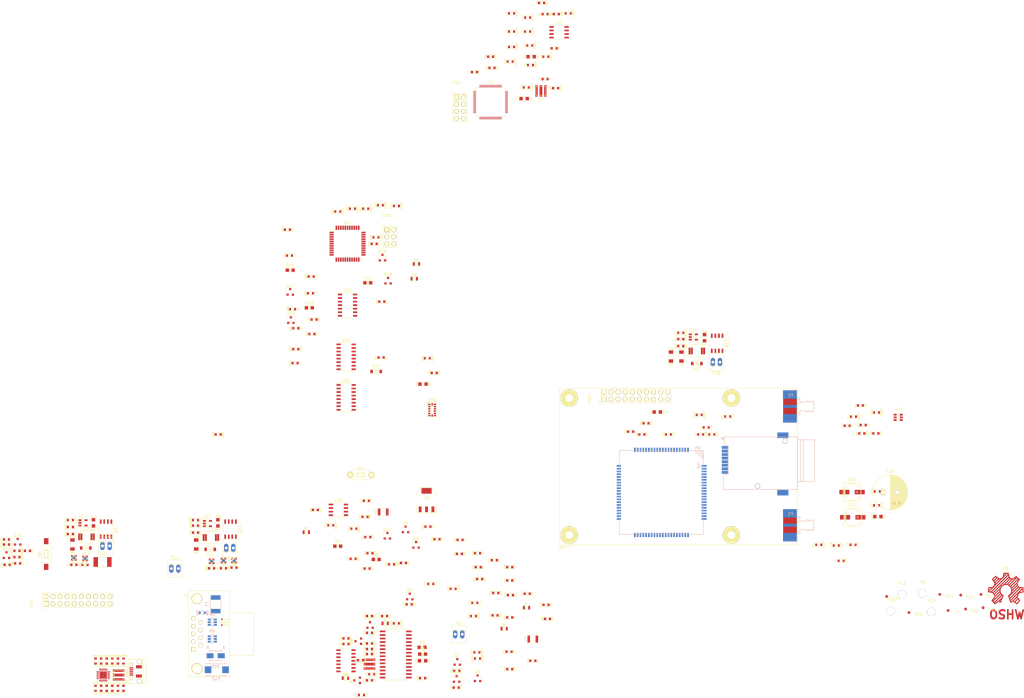
<source format=kicad_pcb>
(kicad_pcb (version 4) (host pcbnew 4.0.0-rc1-stable)
  (layers (0 F.Cu signal) (31 B.Cu signal) (34 B.Paste user) (35 F.Paste user) (36 B.SilkS user) (37 F.SilkS user) (38 B.Mask user) (39 F.Mask user) (44 Edge.Cuts user))
  (net 0 "")
  (net 1 FT3V3PLL)
  (net 2 GND)
  (net 3 FT3V3PHY)
  (net 4 3V3_B)
  (net 5 FT1V8)
  (net 6 SIMCARD_V)
  (net 7 "Net-(C16-Pad1)")
  (net 8 "Net-(C17-Pad2)")
  (net 9 GPS_ANT)
  (net 10 GSM_ANT)
  (net 11 GPS)
  (net 12 GSM)
  (net 13 4V1F1)
  (net 14 "Net-(C29-Pad1)")
  (net 15 BAT_SAMPLE)
  (net 16 "Net-(C31-Pad1)")
  (net 17 CAN_12V_SW)
  (net 18 CAN_5V_SW)
  (net 19 3V3_C)
  (net 20 CAN_3.3V_SW)
  (net 21 "Net-(C39-Pad1)")
  (net 22 "Net-(C40-Pad1)")
  (net 23 12V0_A)
  (net 24 12V0_B)
  (net 25 "Net-(C44-Pad1)")
  (net 26 "Net-(C44-Pad2)")
  (net 27 "Net-(C47-Pad1)")
  (net 28 "Net-(C47-Pad2)")
  (net 29 "Net-(C51-Pad1)")
  (net 30 "Net-(C51-Pad2)")
  (net 31 3V3_D)
  (net 32 "Net-(C54-Pad1)")
  (net 33 "Net-(C56-Pad1)")
  (net 34 "Net-(C58-Pad1)")
  (net 35 3V3_A)
  (net 36 PDI)
  (net 37 SEQ_RESET)
  (net 38 "Net-(D3-Pad2)")
  (net 39 "Net-(D3-Pad1)")
  (net 40 "Net-(D4-Pad2)")
  (net 41 "Net-(D4-Pad1)")
  (net 42 "Net-(D5-Pad2)")
  (net 43 "Net-(D5-Pad1)")
  (net 44 "Net-(D6-Pad2)")
  (net 45 "Net-(D6-Pad1)")
  (net 46 J1850+)
  (net 47 "Net-(D7-Pad2)")
  (net 48 "Net-(D8-Pad1)")
  (net 49 "Net-(D9-Pad2)")
  (net 50 "Net-(D10-Pad2)")
  (net 51 "Net-(D12-Pad1)")
  (net 52 "Net-(D13-Pad1)")
  (net 53 "Net-(D14-Pad1)")
  (net 54 4V1_A)
  (net 55 "Net-(D16-Pad2)")
  (net 56 "Net-(D16-Pad1)")
  (net 57 "Net-(D17-Pad2)")
  (net 58 "Net-(D17-Pad1)")
  (net 59 5V0_B)
  (net 60 5V0_B_OUT)
  (net 61 ACL_INT2)
  (net 62 HUB_STATUS)
  (net 63 HUB_SUSP)
  (net 64 HOST_SC)
  (net 65 CAN_RXD_PS)
  (net 66 CAN_RXD_FTDI)
  (net 67 SR_CLEAR)
  (net 68 SR_LATCH)
  (net 69 CAN_TXD)
  (net 70 SEQ_SS)
  (net 71 SEQ_MOSI)
  (net 72 SEQ_MISO)
  (net 73 SEQ_SCK)
  (net 74 SIM_TXD)
  (net 75 SIM_RXD)
  (net 76 SEQ_RXD_DM)
  (net 77 SEQ_TXD_DP)
  (net 78 HUB_SDA)
  (net 79 HUB_SCL)
  (net 80 ACCEL_RXD)
  (net 81 ACCEL_TXD)
  (net 82 SIM_NET)
  (net 83 SIM_PWR)
  (net 84 SIMCARD)
  (net 85 ACL_INT1)
  (net 86 CAN_H)
  (net 87 K-LINE)
  (net 88 CAN_L)
  (net 89 L-LINE)
  (net 90 J1850-)
  (net 91 SIMCARD_RESET)
  (net 92 SIMCARD_CLK)
  (net 93 SIMCARD_DATA)
  (net 94 HUB_DM)
  (net 95 HUB_DP)
  (net 96 5V0_A)
  (net 97 FTDI_DM)
  (net 98 FTDI_DP)
  (net 99 USB_INT_DM)
  (net 100 USB_INT_DP)
  (net 101 SEQ_RXD)
  (net 102 SEQ_TXD)
  (net 103 PWM/~VPW)
  (net 104 "Net-(Q1-Pad3)")
  (net 105 "Net-(Q2-Pad1)")
  (net 106 "Net-(Q3-Pad1)")
  (net 107 "Net-(Q4-Pad1)")
  (net 108 "Net-(Q5-Pad1)")
  (net 109 "Net-(Q5-Pad2)")
  (net 110 "Net-(Q6-Pad1)")
  (net 111 "Net-(Q6-Pad3)")
  (net 112 CAN_POWERDOWN)
  (net 113 "Net-(Q7-Pad3)")
  (net 114 "Net-(Q8-Pad1)")
  (net 115 "Net-(Q9-Pad1)")
  (net 116 "Net-(Q10-Pad1)")
  (net 117 "Net-(Q11-Pad1)")
  (net 118 "Net-(Q12-Pad1)")
  (net 119 "Net-(Q13-Pad1)")
  (net 120 "Net-(Q13-Pad3)")
  (net 121 "Net-(Q14-Pad1)")
  (net 122 "Net-(Q15-Pad2)")
  (net 123 SIM_PWR_ON)
  (net 124 ~SIM_PWR_ON)
  (net 125 PC_LED1)
  (net 126 PC_LED2)
  (net 127 "Net-(R1-Pad1)")
  (net 128 ~FTDI_RESET)
  (net 129 "Net-(R2-Pad2)")
  (net 130 HUB_PWR_PRT1)
  (net 131 "Net-(R4-Pad1)")
  (net 132 EECS)
  (net 133 EECLK)
  (net 134 EEDATA)
  (net 135 SIM_VBUS)
  (net 136 HUB_PWR_PRT2)
  (net 137 "Net-(R12-Pad1)")
  (net 138 "Net-(R13-Pad1)")
  (net 139 "Net-(R14-Pad1)")
  (net 140 PWM_RX)
  (net 141 "Net-(R22-Pad1)")
  (net 142 J1850_BUS_+_TX)
  (net 143 "Net-(R23-Pad1)")
  (net 144 J1850_BUS_-_TX)
  (net 145 "Net-(R24-Pad1)")
  (net 146 "Net-(R26-Pad2)")
  (net 147 ~VPW_RX)
  (net 148 "Net-(R34-Pad1)")
  (net 149 CAN_TX)
  (net 150 "Net-(R47-Pad2)")
  (net 151 ISO_L_TX)
  (net 152 "Net-(R50-Pad2)")
  (net 153 ISO_RX)
  (net 154 "Net-(R54-Pad1)")
  (net 155 "Net-(R57-Pad1)")
  (net 156 ISO_K_TX)
  (net 157 5V0_B_EN)
  (net 158 "Net-(R59-Pad2)")
  (net 159 5V0_C_EN)
  (net 160 "Net-(R60-Pad2)")
  (net 161 3V3_EN)
  (net 162 "Net-(R65-Pad2)")
  (net 163 3V3_B_EN)
  (net 164 "Net-(R67-Pad2)")
  (net 165 3V3_C_EN)
  (net 166 "Net-(R68-Pad2)")
  (net 167 "Net-(R74-Pad2)")
  (net 168 3V3_D_EN)
  (net 169 "Net-(R76-Pad2)")
  (net 170 HUB_SUSP_IND)
  (net 171 "Net-(R79-Pad2)")
  (net 172 SIM_RI)
  (net 173 SIM_DTR)
  (net 174 FT_CLK)
  (net 175 FT_CLKN)
  (net 176 SIM_DM)
  (net 177 SIM_DP)
  (net 178 SIM_RF_OFF)
  (net 179 ~CAN_RESET)
  (net 180 CAN_CLK)
  (net 181 CAN_CLKN)
  (net 182 ~CAN_SLEEP)
  (net 183 CAN_RX)
  (net 184 CAN_RXD)
  (net 185 5V0_EN)
  (net 186 4V1_EN)
  (net 187 ~HUB_RESET)
  (net 188 HUB_CLKN)
  (net 189 HUB_CLK)
  (net 190 "Net-(U22-Pad9)")
  (net 191 BUTTON)
  (net 192 3V3_E)
  (net 193 "Net-(C69-Pad1)")
  (net 194 "Net-(C69-Pad2)")
  (net 195 "Net-(D20-Pad2)")
  (net 196 "Net-(D20-Pad1)")
  (net 197 SEQ-CHGPUMP)
  (net 198 PC_LED3)
  (net 199 SIM_USB_DET)
  (net 200 "Net-(C19-Pad2)")
  (net 201 4V1_B)
  (net 202 12V0_C)
  (net 203 SIMCARD_B)
  (net 204 SIM_RF_OFF_B)
  (net 205 SIM_USB_DET_B)
  (net 206 SIM_PWR_ON_B)
  (net 207 SIM_DM_B)
  (net 208 SIM_RESET_B)
  (net 209 SIM_DP_B)
  (net 210 "Net-(P26-Pad10)")
  (net 211 SIM_RXD_B)
  (net 212 SIM_NET_B)
  (net 213 SIM_TXD_B)
  (net 214 SIM_PWR_B)
  (net 215 4V1_EN_B)
  (net 216 PC_WAKE)
  (module Capacitors_ThroughHole:C_Radial_D12.5_L25_P5 (layer F.Cu) (at 229.25 119.75)
    (fp_text reference C16 (at 2.5 -7.6) (layer F.SilkS))
    (fp_text value 0.1F)
    (pad 2 thru_hole circle (at 5 0) (size 1.7 1.7) (drill 1.2) (layers *.Cu *.Mask F.SilkS) (net 2 GND))
    (pad 1 thru_hole rect (at 0 0) (size 1.7 1.7) (drill 1.2) (layers *.Cu *.Mask F.SilkS) (net 7 "Net-(C16-Pad1)"))
  )
  (module Capacitors_SMD:c_elec_6.3x5.8 (layer F.Cu) (at 218.4 128.65)
    (fp_text reference C23 (at 0 -4.445) (layer F.SilkS))
    (fp_text value 220U)
    (pad 1 smd rect (at 2.75082 0) (size 3.59918 1.6002) (layers F.Cu F.Paste F.Mask) (net 201 4V1_B))
    (pad 2 smd rect (at -2.75082 0) (size 3.59918 1.6002) (layers F.Cu F.Paste F.Mask) (net 2 GND))
  )
  (module Capacitors_SMD:c_elec_6.3x5.8 (layer F.Cu) (at 218.15 119.65)
    (fp_text reference C26 (at 0 -4.445) (layer F.SilkS))
    (fp_text value 220U)
    (pad 1 smd rect (at 2.75082 0) (size 3.59918 1.6002) (layers F.Cu F.Paste F.Mask) (net 13 4V1F1))
    (pad 2 smd rect (at -2.75082 0) (size 3.59918 1.6002) (layers F.Cu F.Paste F.Mask) (net 2 GND))
  )
  (module Capacitors_Tantalum_SMD:TantalC_SizeD_EIA-7343_Reflow (layer B.Cu) (at -9 183.2)
    (fp_text reference C42 (at -0.20066 3.29946) (layer B.SilkS) (effects (justify mirror)))
    (fp_text value 100U)
    (pad 2 smd rect (at 3.12 0) (size 2.37 2.43) (layers B.Cu B.Paste B.Mask) (net 2 GND))
    (pad 1 smd rect (at -3.12 0) (size 2.37 2.43) (layers B.Cu B.Paste B.Mask) (net 24 12V0_B))
  )
  (module Pin_Headers:Pin_Header_Straight_2x03 (layer F.Cu) (at 51.75 25.75)
    (fp_text reference CON1 (at 0 -5.1) (layer F.SilkS))
    (fp_text value AVR-PDI-6)
    (pad 1 thru_hole rect (at 0 0) (size 1.7272 1.7272) (drill 1.016) (layers *.Cu *.Mask F.SilkS) (net 36 PDI))
    (pad 2 thru_hole oval (at 2.54 0) (size 1.7272 1.7272) (drill 1.016) (layers *.Cu *.Mask F.SilkS) (net 35 3V3_A))
    (pad 3 thru_hole oval (at 0 2.54) (size 1.7272 1.7272) (drill 1.016) (layers *.Cu *.Mask F.SilkS))
    (pad 4 thru_hole oval (at 2.54 2.54) (size 1.7272 1.7272) (drill 1.016) (layers *.Cu *.Mask F.SilkS))
    (pad 5 thru_hole oval (at 0 5.08) (size 1.7272 1.7272) (drill 1.016) (layers *.Cu *.Mask F.SilkS) (net 37 SEQ_RESET))
    (pad 6 thru_hole oval (at 2.54 5.08) (size 1.7272 1.7272) (drill 1.016) (layers *.Cu *.Mask F.SilkS) (net 2 GND))
  )
  (module LEDs:LED-0805 (layer F.Cu) (at 48 143.75)
    (fp_text reference D3 (at 0 -1.75) (layer F.SilkS))
    (fp_text value RED)
    (pad 2 smd rect (at 1.04902 0 180) (size 1.19888 1.19888) (layers F.Cu F.Paste F.Mask) (net 38 "Net-(D3-Pad2)"))
    (pad 1 smd rect (at -1.04902 0 180) (size 1.19888 1.19888) (layers F.Cu F.Paste F.Mask) (net 39 "Net-(D3-Pad1)"))
  )
  (module LEDs:LED-0805 (layer F.Cu) (at 34.25 139)
    (fp_text reference D4 (at 0 -1.75) (layer F.SilkS))
    (fp_text value BLUE)
    (pad 2 smd rect (at 1.04902 0 180) (size 1.19888 1.19888) (layers F.Cu F.Paste F.Mask) (net 40 "Net-(D4-Pad2)"))
    (pad 1 smd rect (at -1.04902 0 180) (size 1.19888 1.19888) (layers F.Cu F.Paste F.Mask) (net 41 "Net-(D4-Pad1)"))
  )
  (module LEDs:LED-0805 (layer F.Cu) (at 64.4 175.2)
    (fp_text reference D5 (at 0 -1.75) (layer F.SilkS))
    (fp_text value RED)
    (pad 2 smd rect (at 1.04902 0 180) (size 1.19888 1.19888) (layers F.Cu F.Paste F.Mask) (net 42 "Net-(D5-Pad2)"))
    (pad 1 smd rect (at -1.04902 0 180) (size 1.19888 1.19888) (layers F.Cu F.Paste F.Mask) (net 43 "Net-(D5-Pad1)"))
  )
  (module LEDs:LED-0805 (layer F.Cu) (at 64.6 177.6)
    (fp_text reference D6 (at 0 -1.75) (layer F.SilkS))
    (fp_text value BLUE)
    (pad 2 smd rect (at 1.04902 0 180) (size 1.19888 1.19888) (layers F.Cu F.Paste F.Mask) (net 44 "Net-(D6-Pad2)"))
    (pad 1 smd rect (at -1.04902 0 180) (size 1.19888 1.19888) (layers F.Cu F.Paste F.Mask) (net 45 "Net-(D6-Pad1)"))
  )
  (module Diodes_SMD:SOD-323 (layer F.Cu) (at -7.2 166.2 270)
    (fp_text reference D11 (at 0 -1.85 270) (layer F.SilkS))
    (fp_text value SD15C)
    (pad 1 smd rect (at -1.055 0 270) (size 0.59 0.45) (layers F.Cu F.Paste F.Mask) (net 50 "Net-(D10-Pad2)"))
    (pad 2 smd rect (at 1.055 0 270) (size 0.59 0.45) (layers F.Cu F.Paste F.Mask) (net 2 GND))
  )
  (module Diodes_SMD:SOD-123 (layer F.Cu) (at -55.85 139.65 180)
    (fp_text reference D12 (at 0 -2 180) (layer F.SilkS))
    (fp_text value SBR3U30P1-7)
    (pad 1 smd rect (at -1.635 0 180) (size 0.91 1.22) (layers F.Cu F.Paste F.Mask) (net 51 "Net-(D12-Pad1)"))
    (pad 2 smd rect (at 1.635 0 180) (size 0.91 1.22) (layers F.Cu F.Paste F.Mask) (net 2 GND))
  )
  (module Diodes_SMD:SOD-123 (layer F.Cu) (at 162.65 73.65 180)
    (fp_text reference D13 (at 0 -2 180) (layer F.SilkS))
    (fp_text value SBR3U30P1-7)
    (pad 1 smd rect (at -1.635 0 180) (size 0.91 1.22) (layers F.Cu F.Paste F.Mask) (net 52 "Net-(D13-Pad1)"))
    (pad 2 smd rect (at 1.635 0 180) (size 0.91 1.22) (layers F.Cu F.Paste F.Mask) (net 2 GND))
  )
  (module Diodes_SMD:SOD-123 (layer F.Cu) (at -11.35 140.15 180)
    (fp_text reference D14 (at 0 -2 180) (layer F.SilkS))
    (fp_text value SBR3U30P1-7)
    (pad 1 smd rect (at -1.635 0 180) (size 0.91 1.22) (layers F.Cu F.Paste F.Mask) (net 53 "Net-(D14-Pad1)"))
    (pad 2 smd rect (at 1.635 0 180) (size 0.91 1.22) (layers F.Cu F.Paste F.Mask) (net 2 GND))
  )
  (module Diodes_SMD:SOD-123 (layer F.Cu) (at 48 76.5)
    (fp_text reference D15 (at 0 -2) (layer F.SilkS))
    (fp_text value MMSZ4678T1G)
    (pad 1 smd rect (at -1.635 0) (size 0.91 1.22) (layers F.Cu F.Paste F.Mask) (net 54 4V1_A))
    (pad 2 smd rect (at 1.635 0) (size 0.91 1.22) (layers F.Cu F.Paste F.Mask) (net 35 3V3_A))
  )
  (module LEDs:LED-0805 (layer F.Cu) (at 17.25 40.25)
    (fp_text reference D16 (at 0 -1.75) (layer F.SilkS))
    (fp_text value RED)
    (pad 2 smd rect (at 1.04902 0 180) (size 1.19888 1.19888) (layers F.Cu F.Paste F.Mask) (net 55 "Net-(D16-Pad2)"))
    (pad 1 smd rect (at -1.04902 0 180) (size 1.19888 1.19888) (layers F.Cu F.Paste F.Mask) (net 56 "Net-(D16-Pad1)"))
  )
  (module LEDs:LED-0805 (layer F.Cu) (at 45 44.75)
    (fp_text reference D17 (at 0 -1.75) (layer F.SilkS))
    (fp_text value BLUE)
    (pad 2 smd rect (at 1.04902 0 180) (size 1.19888 1.19888) (layers F.Cu F.Paste F.Mask) (net 57 "Net-(D17-Pad2)"))
    (pad 1 smd rect (at -1.04902 0 180) (size 1.19888 1.19888) (layers F.Cu F.Paste F.Mask) (net 58 "Net-(D17-Pad1)"))
  )
  (module Resistors_SMD:R_1812 (layer B.Cu) (at -9.4 159.8 270)
    (fp_text reference F1 (at 0 3.175 270) (layer B.SilkS) (effects (justify mirror)))
    (fp_text value 1.1A)
    (pad 1 smd rect (at -2.4384 0 270) (size 1.6 3.5) (layers B.Cu B.Paste B.Mask) (net 23 12V0_A))
    (pad 2 smd rect (at 2.4384 0 270) (size 1.6 3.5) (layers B.Cu B.Paste B.Mask) (net 50 "Net-(D10-Pad2)"))
  )
  (module Resistors_SMD:R_1812 (layer F.Cu) (at -49.85 144.65)
    (fp_text reference F2 (at 0 -3.175) (layer F.SilkS))
    (fp_text value 1A)
    (pad 1 smd rect (at -2.4384 0) (size 1.6 3.5) (layers F.Cu F.Paste F.Mask) (net 59 5V0_B))
    (pad 2 smd rect (at 2.4384 0) (size 1.6 3.5) (layers F.Cu F.Paste F.Mask) (net 60 5V0_B_OUT))
  )
  (module Housings_QFP:TQFP-44_10x10mm_Pitch0.8mm (layer F.Cu) (at 37.75 30.75)
    (fp_text reference IC1 (at 0 -7.45) (layer F.SilkS))
    (fp_text value ATXMEGA16A4U-A)
    (pad 1 smd rect (at -5.7 -4) (size 1.5 0.55) (layers F.Cu F.Paste F.Mask) (net 61 ACL_INT2))
    (pad 2 smd rect (at -5.7 -3.2) (size 1.5 0.55) (layers F.Cu F.Paste F.Mask) (net 62 HUB_STATUS))
    (pad 3 smd rect (at -5.7 -2.4) (size 1.5 0.55) (layers F.Cu F.Paste F.Mask) (net 63 HUB_SUSP))
    (pad 4 smd rect (at -5.7 -1.6) (size 1.5 0.55) (layers F.Cu F.Paste F.Mask) (net 64 HOST_SC))
    (pad 5 smd rect (at -5.7 -0.8) (size 1.5 0.55) (layers F.Cu F.Paste F.Mask))
    (pad 6 smd rect (at -5.7 0) (size 1.5 0.55) (layers F.Cu F.Paste F.Mask) (net 65 CAN_RXD_PS))
    (pad 7 smd rect (at -5.7 0.8) (size 1.5 0.55) (layers F.Cu F.Paste F.Mask) (net 66 CAN_RXD_FTDI))
    (pad 8 smd rect (at -5.7 1.6) (size 1.5 0.55) (layers F.Cu F.Paste F.Mask) (net 2 GND))
    (pad 9 smd rect (at -5.7 2.4) (size 1.5 0.55) (layers F.Cu F.Paste F.Mask) (net 35 3V3_A))
    (pad 10 smd rect (at -5.7 3.2) (size 1.5 0.55) (layers F.Cu F.Paste F.Mask) (net 67 SR_CLEAR))
    (pad 11 smd rect (at -5.7 4) (size 1.5 0.55) (layers F.Cu F.Paste F.Mask) (net 68 SR_LATCH))
    (pad 12 smd rect (at -4 5.7 90) (size 1.5 0.55) (layers F.Cu F.Paste F.Mask) (net 69 CAN_TXD))
    (pad 13 smd rect (at -3.2 5.7 90) (size 1.5 0.55) (layers F.Cu F.Paste F.Mask))
    (pad 14 smd rect (at -2.4 5.7 90) (size 1.5 0.55) (layers F.Cu F.Paste F.Mask) (net 70 SEQ_SS))
    (pad 15 smd rect (at -1.6 5.7 90) (size 1.5 0.55) (layers F.Cu F.Paste F.Mask) (net 71 SEQ_MOSI))
    (pad 16 smd rect (at -0.8 5.7 90) (size 1.5 0.55) (layers F.Cu F.Paste F.Mask) (net 72 SEQ_MISO))
    (pad 17 smd rect (at 0 5.7 90) (size 1.5 0.55) (layers F.Cu F.Paste F.Mask) (net 73 SEQ_SCK))
    (pad 18 smd rect (at 0.8 5.7 90) (size 1.5 0.55) (layers F.Cu F.Paste F.Mask) (net 2 GND))
    (pad 19 smd rect (at 1.6 5.7 90) (size 1.5 0.55) (layers F.Cu F.Paste F.Mask) (net 35 3V3_A))
    (pad 20 smd rect (at 2.4 5.7 90) (size 1.5 0.55) (layers F.Cu F.Paste F.Mask))
    (pad 21 smd rect (at 3.2 5.7 90) (size 1.5 0.55) (layers F.Cu F.Paste F.Mask))
    (pad 22 smd rect (at 4 5.7 90) (size 1.5 0.55) (layers F.Cu F.Paste F.Mask) (net 74 SIM_TXD))
    (pad 23 smd rect (at 5.7 4) (size 1.5 0.55) (layers F.Cu F.Paste F.Mask) (net 75 SIM_RXD))
    (pad 24 smd rect (at 5.7 3.2) (size 1.5 0.55) (layers F.Cu F.Paste F.Mask) (net 197 SEQ-CHGPUMP))
    (pad 25 smd rect (at 5.7 2.4) (size 1.5 0.55) (layers F.Cu F.Paste F.Mask) (net 191 BUTTON))
    (pad 26 smd rect (at 5.7 1.6) (size 1.5 0.55) (layers F.Cu F.Paste F.Mask) (net 76 SEQ_RXD_DM))
    (pad 27 smd rect (at 5.7 0.8) (size 1.5 0.55) (layers F.Cu F.Paste F.Mask) (net 77 SEQ_TXD_DP))
    (pad 28 smd rect (at 5.7 0) (size 1.5 0.55) (layers F.Cu F.Paste F.Mask) (net 78 HUB_SDA))
    (pad 29 smd rect (at 5.7 -0.8) (size 1.5 0.55) (layers F.Cu F.Paste F.Mask) (net 79 HUB_SCL))
    (pad 30 smd rect (at 5.7 -1.6) (size 1.5 0.55) (layers F.Cu F.Paste F.Mask) (net 2 GND))
    (pad 31 smd rect (at 5.7 -2.4) (size 1.5 0.55) (layers F.Cu F.Paste F.Mask) (net 35 3V3_A))
    (pad 32 smd rect (at 5.7 -3.2) (size 1.5 0.55) (layers F.Cu F.Paste F.Mask) (net 80 ACCEL_RXD))
    (pad 33 smd rect (at 5.7 -4) (size 1.5 0.55) (layers F.Cu F.Paste F.Mask) (net 81 ACCEL_TXD))
    (pad 34 smd rect (at 4 -5.7 90) (size 1.5 0.55) (layers F.Cu F.Paste F.Mask) (net 36 PDI))
    (pad 35 smd rect (at 3.2 -5.7 90) (size 1.5 0.55) (layers F.Cu F.Paste F.Mask) (net 37 SEQ_RESET))
    (pad 36 smd rect (at 2.4 -5.7 90) (size 1.5 0.55) (layers F.Cu F.Paste F.Mask))
    (pad 37 smd rect (at 1.6 -5.7 90) (size 1.5 0.55) (layers F.Cu F.Paste F.Mask))
    (pad 38 smd rect (at 0.8 -5.7 90) (size 1.5 0.55) (layers F.Cu F.Paste F.Mask) (net 2 GND))
    (pad 39 smd rect (at 0 -5.7 90) (size 1.5 0.55) (layers F.Cu F.Paste F.Mask) (net 31 3V3_D))
    (pad 40 smd rect (at -0.8 -5.7 90) (size 1.5 0.55) (layers F.Cu F.Paste F.Mask) (net 82 SIM_NET))
    (pad 41 smd rect (at -1.6 -5.7 90) (size 1.5 0.55) (layers F.Cu F.Paste F.Mask) (net 83 SIM_PWR))
    (pad 42 smd rect (at -2.4 -5.7 90) (size 1.5 0.55) (layers F.Cu F.Paste F.Mask) (net 84 SIMCARD))
    (pad 43 smd rect (at -3.2 -5.7 90) (size 1.5 0.55) (layers F.Cu F.Paste F.Mask))
    (pad 44 smd rect (at -4 -5.7 90) (size 1.5 0.55) (layers F.Cu F.Paste F.Mask) (net 85 ACL_INT1))
  )
  (module "Custom Parts:D09P13B4PA00LF" (layer F.Cu) (at -4.4 170.3 270)
    (fp_text reference J1 (at -13.6 15.6 270) (layer F.SilkS))
    (fp_text value DB9)
    (pad "" thru_hole circle (at 12.5 11.7 270) (size 3.81 3.81) (drill 3.048) (layers *.Cu *.Mask F.SilkS))
    (pad "" thru_hole circle (at -12.5 11.7 270) (size 3.81 3.81) (drill 3.048) (layers *.Cu *.Mask F.SilkS))
    (pad 1 thru_hole rect (at 5.588 12.97 270) (size 1.524 1.524) (drill 1.016) (layers *.Cu *.Mask F.SilkS) (net 2 GND))
    (pad 2 thru_hole circle (at 2.794 12.97 270) (size 1.524 1.524) (drill 1.016) (layers *.Cu *.Mask F.SilkS) (net 2 GND))
    (pad 3 thru_hole circle (at 0 12.97 270) (size 1.524 1.524) (drill 1.016) (layers *.Cu *.Mask F.SilkS) (net 86 CAN_H))
    (pad 4 thru_hole circle (at -2.667 12.97 270) (size 1.524 1.524) (drill 1.016) (layers *.Cu *.Mask F.SilkS) (net 87 K-LINE))
    (pad 5 thru_hole circle (at -5.461 12.97 270) (size 1.524 1.524) (drill 1.016) (layers *.Cu *.Mask F.SilkS) (net 88 CAN_L))
    (pad 9 thru_hole circle (at -4.064 10.43 270) (size 1.524 1.524) (drill 1.016) (layers *.Cu *.Mask F.SilkS) (net 23 12V0_A))
    (pad 8 thru_hole circle (at -1.27 10.43 270) (size 1.524 1.524) (drill 1.016) (layers *.Cu *.Mask F.SilkS) (net 89 L-LINE))
    (pad 7 thru_hole circle (at 1.397 10.43 270) (size 1.524 1.524) (drill 1.016) (layers *.Cu *.Mask F.SilkS) (net 46 J1850+))
    (pad 6 thru_hole circle (at 4.191 10.43 270) (size 1.524 1.524) (drill 1.016) (layers *.Cu *.Mask F.SilkS) (net 90 J1850-))
  )
  (module "Custom Parts:4.5x4.5mm_Ind" (layer F.Cu) (at -55.6 135.65 180)
    (fp_text reference L3 (at 0 3 180) (layer F.SilkS))
    (fp_text value 5U6 hide)
    (pad 1 smd rect (at -2.2 0 180) (size 1.5 2.4) (layers F.Cu F.Paste F.Mask) (net 51 "Net-(D12-Pad1)"))
    (pad 2 smd rect (at 2.2 0 180) (size 1.5 2.4) (layers F.Cu F.Paste F.Mask) (net 25 "Net-(C44-Pad1)"))
  )
  (module "Custom Parts:4.5x4.5mm_Ind" (layer F.Cu) (at 162.65 69.15 180)
    (fp_text reference L4 (at 0 3 180) (layer F.SilkS))
    (fp_text value 5U6 hide)
    (pad 1 smd rect (at -2.2 0 180) (size 1.5 2.4) (layers F.Cu F.Paste F.Mask) (net 52 "Net-(D13-Pad1)"))
    (pad 2 smd rect (at 2.2 0 180) (size 1.5 2.4) (layers F.Cu F.Paste F.Mask) (net 27 "Net-(C47-Pad1)"))
  )
  (module "Custom Parts:4.5x4.5mm_Ind" (layer F.Cu) (at -11.1 135.9 180)
    (fp_text reference L5 (at 0 3 180) (layer F.SilkS))
    (fp_text value 10U hide)
    (pad 1 smd rect (at -2.2 0 180) (size 1.5 2.4) (layers F.Cu F.Paste F.Mask) (net 53 "Net-(D14-Pad1)"))
    (pad 2 smd rect (at 2.2 0 180) (size 1.5 2.4) (layers F.Cu F.Paste F.Mask) (net 29 "Net-(C51-Pad1)"))
  )
  (module "Custom Parts:47553-1001" (layer B.Cu) (at 186.2 109.4)
    (fp_text reference P1 (at -14.3 -8.9 270) (layer B.SilkS) (effects (font (size 0.6 0.6)) (justify mirror)))
    (fp_text value 47553-1001)
    (pad C1 smd rect (at -13.495 3.17) (size 2.3 1) (layers B.Cu B.Paste B.Mask) (net 6 SIMCARD_V))
    (pad C2 smd rect (at -13.495 0.63) (size 2.3 1) (layers B.Cu B.Paste B.Mask) (net 91 SIMCARD_RESET))
    (pad C3 smd rect (at -13.495 -1.91) (size 2.3 1) (layers B.Cu B.Paste B.Mask) (net 92 SIMCARD_CLK))
    (pad SW2 smd rect (at -13.495 -5.72) (size 2.3 1) (layers B.Cu B.Paste B.Mask) (net 2 GND))
    (pad C5 smd rect (at -13.495 1.9) (size 2.3 1) (layers B.Cu B.Paste B.Mask) (net 2 GND))
    (pad C6 smd rect (at -13.495 -0.64) (size 2.3 1) (layers B.Cu B.Paste B.Mask) (net 6 SIMCARD_V))
    (pad C7 smd rect (at -13.495 -3.18) (size 2.3 1) (layers B.Cu B.Paste B.Mask) (net 93 SIMCARD_DATA))
    (pad SW1 smd rect (at -13.495 -4.45) (size 2.3 1) (layers B.Cu B.Paste B.Mask) (net 203 SIMCARD_B))
    (pad A smd rect (at 7.2 10.45) (size 4 2) (layers B.Cu B.Paste B.Mask) (net 2 GND))
    (pad B smd rect (at 7.2 -10.1) (size 4 2) (layers B.Cu B.Paste B.Mask) (net 2 GND))
    (pad "" np_thru_hole circle (at 7.97 -7.99) (size 1.8 1.8) (drill 1.5) (layers *.Cu *.Mask B.SilkS))
    (pad "" np_thru_hole circle (at -1.83 8.06) (size 1.8 1.8) (drill 1.5) (layers *.Cu *.Mask B.SilkS))
  )
  (module "Custom Parts:SMA-RA_142-0701-801" (layer B.Cu) (at 198.5 89 90)
    (fp_text reference P2 (at 4 -2.25 360) (layer B.SilkS) (effects (justify mirror)))
    (fp_text value SMA hide)
    (pad 1 smd rect (at 0 -2.5 90) (size 1.1 5) (layers B.Cu B.Mask) (net 11 GPS))
    (pad 2 smd rect (at -4.25 -2.5 90) (size 3 5) (layers B.Cu B.Mask) (net 2 GND))
    (pad 2 smd rect (at 4.25 -2.5 90) (size 3 5) (layers B.Cu B.Mask) (net 2 GND))
    (pad 2 smd rect (at 0 -2.5 90) (size 11.5 5) (layers F.Cu F.Mask) (net 2 GND))
  )
  (module "Custom Parts:SMA-RA_142-0701-801" (layer B.Cu) (at 198.5 131.5 90)
    (fp_text reference P3 (at 4 -2.25 360) (layer B.SilkS) (effects (justify mirror)))
    (fp_text value SMA hide)
    (pad 1 smd rect (at 0 -2.5 90) (size 1.1 5) (layers B.Cu B.Mask) (net 12 GSM))
    (pad 2 smd rect (at -4.25 -2.5 90) (size 3 5) (layers B.Cu B.Mask) (net 2 GND))
    (pad 2 smd rect (at 4.25 -2.5 90) (size 3 5) (layers B.Cu B.Mask) (net 2 GND))
    (pad 2 smd rect (at 0 -2.5 90) (size 11.5 5) (layers F.Cu F.Mask) (net 2 GND))
  )
  (module Connect:PINHEAD1-2 (layer F.Cu) (at 77.5 170.5)
    (fp_text reference P5 (at 0 -3.9) (layer F.SilkS))
    (fp_text value NVM_RST)
    (pad 1 thru_hole oval (at -1.27 0) (size 1.50622 3.01498) (drill 0.99822) (layers *.Cu *.Mask) (net 45 "Net-(D6-Pad1)"))
    (pad 2 thru_hole oval (at 1.27 0) (size 1.50622 3.01498) (drill 0.99822) (layers *.Cu *.Mask) (net 2 GND))
  )
  (module Mounting_Holes:MountingHole_3mm (layer F.Cu) (at 243.25 156)
    (fp_text reference P6 (at 0 -4.0005) (layer F.SilkS))
    (fp_text value "Board Mount 1")
    (pad 1 thru_hole circle (at 0 0) (size 3 3) (drill 3) (layers))
  )
  (module Fiducials:Fiducial_1mm_Dia_2.54mm_Outer_CopperTop (layer F.Cu) (at 252.5 162)
    (fp_text reference P7 (at 3.4 0.7) (layer F.SilkS))
    (fp_text value Ficudial1)
    (pad ~ smd circle (at 0 0) (size 1 1) (layers F.Cu F.Mask) (clearance 0.77))
  )
  (module Symbols:Symbol_OSHW-Logo_CopperTop_BIG (layer F.Cu) (at 273.25 135.5)
    (fp_text reference P8 (at -0.29972 11.50112) (layer F.SilkS))
    (fp_text value "Open Source")
    (fp_line (start 0.50038 14.00048) (end -5.40004 19.9009) (layer F.Cu) (width 0.381))
    (fp_line (start -5.10032 18.60042) (end -4.59994 18.10004) (layer F.Cu) (width 0.381))
    (fp_line (start -0.50038 17.00022) (end -0.8001 17.29994) (layer F.Cu) (width 0.381))
    (fp_line (start -2.49936 19.99996) (end -2.30124 19.7993) (layer F.Cu) (width 0.381))
    (fp_line (start -3.50012 15.00124) (end -3.29946 14.80058) (layer F.Cu) (width 0.381))
    (fp_line (start -4.0005 15.49908) (end -4.39928 15.9004) (layer F.Cu) (width 0.381))
    (fp_line (start -2.99974 15.49908) (end -2.70002 15.19936) (layer F.Cu) (width 0.381))
    (fp_line (start -1.99898 15.49908) (end -1.50114 15.00124) (layer F.Cu) (width 0.381))
    (fp_line (start 0 13.5001) (end 0.20066 13.29944) (layer F.Cu) (width 0.381))
    (fp_line (start 0.50038 14.00048) (end 0.8001 13.70076) (layer F.Cu) (width 0.381))
    (fp_line (start 0.50038 15.00124) (end 1.00076 14.50086) (layer F.Cu) (width 0.381))
    (fp_line (start 1.99898 15.49908) (end 2.10058 15.40002) (layer F.Cu) (width 0.381))
    (fp_line (start 1.00076 15.49908) (end 1.39954 15.1003) (layer F.Cu) (width 0.381))
    (fp_line (start 3.50012 15.00124) (end 3.79984 14.69898) (layer F.Cu) (width 0.381))
    (fp_line (start 4.0005 15.49908) (end 4.30022 15.19936) (layer F.Cu) (width 0.381))
    (fp_line (start -4.0005 20.50034) (end -4.30022 20.80006) (layer F.Cu) (width 0.381))
    (fp_line (start -2.49936 18.9992) (end -2.19964 18.69948) (layer F.Cu) (width 0.381))
    (fp_line (start -4.59994 22.9997) (end -4.8006 23.20036) (layer F.Cu) (width 0.381))
    (fp_line (start -2.49936 21.00072) (end -1.99898 20.50034) (layer F.Cu) (width 0.381))
    (fp_line (start -4.0005 23.50008) (end -4.20116 23.70074) (layer F.Cu) (width 0.381))
    (fp_line (start -1.99898 21.5011) (end -1.50114 21.00072) (layer F.Cu) (width 0.381))
    (fp_line (start -1.99898 22.49932) (end -1.6002 22.10054) (layer F.Cu) (width 0.381))
    (fp_line (start 3.50012 18.00098) (end 4.0005 17.5006) (layer F.Cu) (width 0.381))
    (fp_line (start 4.0005 18.49882) (end 4.30022 18.1991) (layer F.Cu) (width 0.381))
    (fp_line (start 3.50012 21.99894) (end 3.8989 21.60016) (layer F.Cu) (width 0.381))
    (fp_line (start 5.4991 18.9992) (end 5.90042 18.60042) (layer F.Cu) (width 0.381))
    (fp_line (start 4.0005 22.49932) (end 2.99974 23.50008) (layer F.Cu) (width 0.381))
    (fp_line (start 3.50012 21.99894) (end 2.49936 22.9997) (layer F.Cu) (width 0.381))
    (fp_line (start 5.4991 18.9992) (end 1.50114 22.9997) (layer F.Cu) (width 0.381))
    (fp_line (start 5.00126 18.49882) (end 1.50114 21.99894) (layer F.Cu) (width 0.381))
    (fp_line (start 4.0005 18.49882) (end 1.00076 21.5011) (layer F.Cu) (width 0.381))
    (fp_line (start -1.99898 22.49932) (end -2.49936 22.9997) (layer F.Cu) (width 0.381))
    (fp_line (start -1.99898 21.5011) (end -4.0005 23.50008) (layer F.Cu) (width 0.381))
    (fp_line (start -2.49936 21.00072) (end -4.50088 22.9997) (layer F.Cu) (width 0.381))
    (fp_line (start -2.49936 19.99996) (end -4.0005 21.5011) (layer F.Cu) (width 0.381))
    (fp_line (start -2.49936 18.9992) (end -4.0005 20.50034) (layer F.Cu) (width 0.381))
    (fp_line (start 0 13.5001) (end -1.00076 14.50086) (layer F.Cu) (width 0.381))
    (fp_line (start -3.50012 15.00124) (end -4.0005 15.49908) (layer F.Cu) (width 0.381))
    (fp_line (start -2.99974 15.49908) (end -4.0005 16.49984) (layer F.Cu) (width 0.381))
    (fp_line (start -5.00126 18.49882) (end -5.99948 19.49958) (layer F.Cu) (width 0.381))
    (fp_line (start -1.99898 15.49908) (end -4.50088 18.00098) (layer F.Cu) (width 0.381))
    (fp_line (start 0.50038 15.00124) (end -4.50088 19.99996) (layer F.Cu) (width 0.381))
    (fp_line (start 3.50012 18.00098) (end 1.99898 19.49958) (layer F.Cu) (width 0.381))
    (fp_line (start 3.50012 17.00022) (end 1.99898 18.49882) (layer F.Cu) (width 0.381))
    (fp_line (start 1.00076 15.49908) (end -0.50038 17.00022) (layer F.Cu) (width 0.381))
    (fp_line (start 4.0005 15.49908) (end 1.50114 18.00098) (layer F.Cu) (width 0.381))
    (fp_line (start 3.50012 15.00124) (end 1.00076 17.5006) (layer F.Cu) (width 0.381))
    (fp_line (start 1.99898 15.49908) (end 0.50038 17.00022) (layer F.Cu) (width 0.381))
    (fp_line (start 4.8006 27.29992) (end 4.8006 27.89936) (layer F.Cu) (width 0.381))
    (fp_line (start 3.29946 26.2001) (end 4.09956 29.49956) (layer F.Cu) (width 0.381))
    (fp_line (start 4.09956 29.49956) (end 4.30022 29.49956) (layer F.Cu) (width 0.381))
    (fp_line (start 4.30022 29.49956) (end 4.699 28.10002) (layer F.Cu) (width 0.381))
    (fp_line (start 4.699 28.10002) (end 4.8006 28.10002) (layer F.Cu) (width 0.381))
    (fp_line (start 4.8006 28.10002) (end 5.30098 29.49956) (layer F.Cu) (width 0.381))
    (fp_line (start 5.30098 29.49956) (end 5.40004 29.49956) (layer F.Cu) (width 0.381))
    (fp_line (start 5.40004 29.49956) (end 6.20014 26.29916) (layer F.Cu) (width 0.381))
    (fp_line (start 6.20014 26.29916) (end 5.99948 26.29916) (layer F.Cu) (width 0.381))
    (fp_line (start 5.99948 26.29916) (end 5.30098 28.90012) (layer F.Cu) (width 0.381))
    (fp_line (start 5.30098 28.90012) (end 4.89966 27.09926) (layer F.Cu) (width 0.381))
    (fp_line (start 4.89966 27.09926) (end 4.699 27.09926) (layer F.Cu) (width 0.381))
    (fp_line (start 4.699 27.09926) (end 4.09956 28.90012) (layer F.Cu) (width 0.381))
    (fp_line (start 4.09956 28.90012) (end 3.50012 26.2001) (layer F.Cu) (width 0.381))
    (fp_line (start 3.50012 26.2001) (end 3.29946 26.2001) (layer F.Cu) (width 0.381))
    (fp_line (start 0.59944 27.70124) (end 2.10058 27.70124) (layer F.Cu) (width 0.381))
    (fp_line (start 2.10058 27.70124) (end 2.10058 27.89936) (layer F.Cu) (width 0.381))
    (fp_line (start 2.10058 27.89936) (end 0.70104 27.89936) (layer F.Cu) (width 0.381))
    (fp_line (start 2.19964 26.29916) (end 2.19964 29.49956) (layer F.Cu) (width 0.381))
    (fp_line (start 2.19964 29.49956) (end 2.4003 29.49956) (layer F.Cu) (width 0.381))
    (fp_line (start 2.4003 29.49956) (end 2.4003 26.29916) (layer F.Cu) (width 0.381))
    (fp_line (start 2.4003 26.29916) (end 2.19964 26.29916) (layer F.Cu) (width 0.381))
    (fp_line (start 0.70104 26.2001) (end 0.59944 26.2001) (layer F.Cu) (width 0.381))
    (fp_line (start 0.50038 26.2001) (end 0.50038 29.49956) (layer F.Cu) (width 0.381))
    (fp_line (start 0.50038 29.49956) (end 0.70104 29.49956) (layer F.Cu) (width 0.381))
    (fp_line (start 0.70104 29.49956) (end 0.70104 26.2001) (layer F.Cu) (width 0.381))
    (fp_line (start -0.39878 26.49982) (end -0.50038 26.40076) (layer F.Cu) (width 0.381))
    (fp_line (start -0.50038 26.40076) (end -0.89916 26.29916) (layer F.Cu) (width 0.381))
    (fp_line (start -0.89916 26.29916) (end -1.39954 26.2001) (layer F.Cu) (width 0.381))
    (fp_line (start -1.39954 26.2001) (end -2.10058 26.40076) (layer F.Cu) (width 0.381))
    (fp_line (start -2.10058 26.40076) (end -2.4003 26.70048) (layer F.Cu) (width 0.381))
    (fp_line (start -2.4003 26.70048) (end -2.49936 27.20086) (layer F.Cu) (width 0.381))
    (fp_line (start -2.49936 27.20086) (end -2.4003 27.59964) (layer F.Cu) (width 0.381))
    (fp_line (start -2.4003 27.59964) (end -1.99898 27.89936) (layer F.Cu) (width 0.381))
    (fp_line (start -1.99898 27.89936) (end -1.50114 28.10002) (layer F.Cu) (width 0.381))
    (fp_line (start -1.50114 28.10002) (end -1.09982 28.19908) (layer F.Cu) (width 0.381))
    (fp_line (start -1.09982 28.19908) (end -0.89916 28.39974) (layer F.Cu) (width 0.381))
    (fp_line (start -0.89916 28.39974) (end -0.8001 28.69946) (layer F.Cu) (width 0.381))
    (fp_line (start -0.8001 28.69946) (end -0.89916 28.99918) (layer F.Cu) (width 0.381))
    (fp_line (start -0.89916 28.99918) (end -1.19888 29.19984) (layer F.Cu) (width 0.381))
    (fp_line (start -1.19888 29.19984) (end -1.6002 29.19984) (layer F.Cu) (width 0.381))
    (fp_line (start -1.6002 29.19984) (end -2.10058 29.19984) (layer F.Cu) (width 0.381))
    (fp_line (start -2.10058 29.19984) (end -2.4003 29.10078) (layer F.Cu) (width 0.381))
    (fp_line (start -2.4003 29.10078) (end -2.60096 29.19984) (layer F.Cu) (width 0.381))
    (fp_line (start -2.60096 29.19984) (end -2.30124 29.4005) (layer F.Cu) (width 0.381))
    (fp_line (start -2.30124 29.4005) (end -1.69926 29.49956) (layer F.Cu) (width 0.381))
    (fp_line (start -1.69926 29.49956) (end -1.09982 29.49956) (layer F.Cu) (width 0.381))
    (fp_line (start -1.09982 29.49956) (end -0.70104 29.19984) (layer F.Cu) (width 0.381))
    (fp_line (start -0.70104 29.19984) (end -0.59944 28.69946) (layer F.Cu) (width 0.381))
    (fp_line (start -0.59944 28.69946) (end -0.59944 28.39974) (layer F.Cu) (width 0.381))
    (fp_line (start -0.59944 28.39974) (end -0.8001 28.10002) (layer F.Cu) (width 0.381))
    (fp_line (start -0.8001 28.10002) (end -1.30048 27.89936) (layer F.Cu) (width 0.381))
    (fp_line (start -1.30048 27.89936) (end -1.80086 27.70124) (layer F.Cu) (width 0.381))
    (fp_line (start -1.80086 27.70124) (end -2.19964 27.39898) (layer F.Cu) (width 0.381))
    (fp_line (start -2.19964 27.39898) (end -2.30124 27.09926) (layer F.Cu) (width 0.381))
    (fp_line (start -2.30124 27.09926) (end -2.10058 26.79954) (layer F.Cu) (width 0.381))
    (fp_line (start -2.10058 26.79954) (end -1.69926 26.49982) (layer F.Cu) (width 0.381))
    (fp_line (start -1.69926 26.49982) (end -1.09982 26.49982) (layer F.Cu) (width 0.381))
    (fp_line (start -1.09982 26.49982) (end -0.70104 26.59888) (layer F.Cu) (width 0.381))
    (fp_line (start -0.70104 26.59888) (end -0.39878 26.70048) (layer F.Cu) (width 0.381))
    (fp_line (start -4.50088 26.59888) (end -4.8006 26.59888) (layer F.Cu) (width 0.381))
    (fp_line (start -4.8006 26.59888) (end -5.19938 26.90114) (layer F.Cu) (width 0.381))
    (fp_line (start -5.19938 26.90114) (end -5.30098 27.39898) (layer F.Cu) (width 0.381))
    (fp_line (start -5.30098 27.39898) (end -5.30098 28.19908) (layer F.Cu) (width 0.381))
    (fp_line (start -5.30098 28.19908) (end -5.19938 28.69946) (layer F.Cu) (width 0.381))
    (fp_line (start -5.19938 28.69946) (end -5.00126 28.99918) (layer F.Cu) (width 0.381))
    (fp_line (start -5.00126 28.99918) (end -4.59994 29.19984) (layer F.Cu) (width 0.381))
    (fp_line (start -4.59994 29.19984) (end -4.20116 29.19984) (layer F.Cu) (width 0.381))
    (fp_line (start -4.20116 29.19984) (end -3.79984 28.90012) (layer F.Cu) (width 0.381))
    (fp_line (start -3.79984 28.90012) (end -3.59918 28.19908) (layer F.Cu) (width 0.381))
    (fp_line (start -3.59918 28.19908) (end -3.59918 27.39898) (layer F.Cu) (width 0.381))
    (fp_line (start -3.59918 27.39898) (end -3.79984 27.0002) (layer F.Cu) (width 0.381))
    (fp_line (start -3.79984 27.0002) (end -4.0005 26.79954) (layer F.Cu) (width 0.381))
    (fp_line (start -4.0005 26.79954) (end -4.39928 26.59888) (layer F.Cu) (width 0.381))
    (fp_line (start -4.50088 26.29916) (end -4.89966 26.40076) (layer F.Cu) (width 0.381))
    (fp_line (start -4.89966 26.40076) (end -5.19938 26.49982) (layer F.Cu) (width 0.381))
    (fp_line (start -5.19938 26.49982) (end -5.4991 27.0002) (layer F.Cu) (width 0.381))
    (fp_line (start -5.4991 27.0002) (end -5.6007 27.59964) (layer F.Cu) (width 0.381))
    (fp_line (start -5.6007 27.59964) (end -5.4991 28.69946) (layer F.Cu) (width 0.381))
    (fp_line (start -5.4991 28.69946) (end -5.19938 29.2989) (layer F.Cu) (width 0.381))
    (fp_line (start -5.19938 29.2989) (end -4.59994 29.49956) (layer F.Cu) (width 0.381))
    (fp_line (start -4.59994 29.49956) (end -3.8989 29.4005) (layer F.Cu) (width 0.381))
    (fp_line (start -3.8989 29.4005) (end -3.50012 28.80106) (layer F.Cu) (width 0.381))
    (fp_line (start -3.50012 28.80106) (end -3.40106 28.10002) (layer F.Cu) (width 0.381))
    (fp_line (start -3.40106 28.10002) (end -3.40106 27.39898) (layer F.Cu) (width 0.381))
    (fp_line (start -3.40106 27.39898) (end -3.59918 26.79954) (layer F.Cu) (width 0.381))
    (fp_line (start -3.59918 26.79954) (end -4.0005 26.40076) (layer F.Cu) (width 0.381))
    (fp_line (start -4.0005 26.40076) (end -4.50088 26.29916) (layer F.Cu) (width 0.381))
    (fp_line (start -1.09982 21.20138) (end -1.6002 20.80006) (layer F.Cu) (width 0.381))
    (fp_line (start -1.6002 20.80006) (end -1.99898 20.29968) (layer F.Cu) (width 0.381))
    (fp_line (start -1.99898 20.29968) (end -2.19964 19.7993) (layer F.Cu) (width 0.381))
    (fp_line (start -2.19964 19.7993) (end -2.19964 19.1008) (layer F.Cu) (width 0.381))
    (fp_line (start -2.19964 19.1008) (end -2.09804 18.50136) (layer F.Cu) (width 0.381))
    (fp_line (start -2.09804 18.50136) (end -1.69926 17.89938) (layer F.Cu) (width 0.381))
    (fp_line (start -1.69926 17.89938) (end -0.89916 17.29994) (layer F.Cu) (width 0.381))
    (fp_line (start -0.89916 17.29994) (end -0.09906 17.20088) (layer F.Cu) (width 0.381))
    (fp_line (start -0.09906 17.20088) (end 0.60198 17.20088) (layer F.Cu) (width 0.381))
    (fp_line (start 0.60198 17.20088) (end 1.30048 17.70126) (layer F.Cu) (width 0.381))
    (fp_line (start 1.30048 17.70126) (end 1.80086 18.39976) (layer F.Cu) (width 0.381))
    (fp_line (start 1.80086 18.39976) (end 2.00152 18.9992) (layer F.Cu) (width 0.381))
    (fp_line (start 2.00152 18.9992) (end 2.00152 19.70024) (layer F.Cu) (width 0.381))
    (fp_line (start 2.00152 19.70024) (end 1.7018 20.50034) (layer F.Cu) (width 0.381))
    (fp_line (start 1.7018 20.50034) (end 1.20142 21.00072) (layer F.Cu) (width 0.381))
    (fp_line (start 1.20142 21.00072) (end 0.9017 21.20138) (layer F.Cu) (width 0.381))
    (fp_line (start 0.9017 21.30044) (end 1.651 23.55088) (layer F.Cu) (width 0.381))
    (fp_line (start 1.651 23.55088) (end 2.5019 23.1013) (layer F.Cu) (width 0.381))
    (fp_line (start 2.5019 23.1013) (end 3.79984 24.09952) (layer F.Cu) (width 0.381))
    (fp_line (start 3.79984 24.09952) (end 4.8006 22.9997) (layer F.Cu) (width 0.381))
    (fp_line (start 4.8006 22.9997) (end 3.90144 21.69922) (layer F.Cu) (width 0.381))
    (fp_line (start 3.90144 21.69922) (end 4.40182 20.40128) (layer F.Cu) (width 0.381))
    (fp_line (start 4.40182 20.40128) (end 4.40182 20.20062) (layer F.Cu) (width 0.381))
    (fp_line (start 4.40182 20.20062) (end 6.00202 19.9009) (layer F.Cu) (width 0.381))
    (fp_line (start 6.00202 19.9009) (end 6.00202 18.39976) (layer F.Cu) (width 0.381))
    (fp_line (start 6.00202 18.39976) (end 4.40182 18.20164) (layer F.Cu) (width 0.381))
    (fp_line (start 4.40182 18.20164) (end 3.79984 16.79956) (layer F.Cu) (width 0.381))
    (fp_line (start 3.79984 16.79956) (end 4.70154 15.40002) (layer F.Cu) (width 0.381))
    (fp_line (start 4.70154 15.40002) (end 3.60172 14.39926) (layer F.Cu) (width 0.381))
    (fp_line (start 3.60172 14.39926) (end 2.30124 15.30096) (layer F.Cu) (width 0.381))
    (fp_line (start 2.30124 15.30096) (end 1.09982 14.80058) (layer F.Cu) (width 0.381))
    (fp_line (start 1.09982 14.80058) (end 0.70104 13.20038) (layer F.Cu) (width 0.381))
    (fp_line (start 0.70104 13.20038) (end -0.8001 13.20038) (layer F.Cu) (width 0.381))
    (fp_line (start -0.8001 13.20038) (end -1.09982 14.80058) (layer F.Cu) (width 0.381))
    (fp_line (start -1.09982 14.80058) (end -2.4003 15.30096) (layer F.Cu) (width 0.381))
    (fp_line (start -2.4003 15.30096) (end -3.79984 14.3002) (layer F.Cu) (width 0.381))
    (fp_line (start -3.79984 14.3002) (end -4.89966 15.40002) (layer F.Cu) (width 0.381))
    (fp_line (start -4.89966 15.40002) (end -3.8989 16.7005) (layer F.Cu) (width 0.381))
    (fp_line (start -3.8989 16.7005) (end -4.59994 18.20164) (layer F.Cu) (width 0.381))
    (fp_line (start -4.59994 18.20164) (end -6.20014 18.39976) (layer F.Cu) (width 0.381))
    (fp_line (start -6.20014 18.39976) (end -6.2992 19.7993) (layer F.Cu) (width 0.381))
    (fp_line (start -6.2992 19.7993) (end -4.699 20.10156) (layer F.Cu) (width 0.381))
    (fp_line (start -4.699 20.10156) (end -4.09956 21.69922) (layer F.Cu) (width 0.381))
    (fp_line (start -4.09956 21.69922) (end -4.99872 22.9997) (layer F.Cu) (width 0.381))
    (fp_line (start -4.99872 22.9997) (end -3.99796 24.09952) (layer F.Cu) (width 0.381))
    (fp_line (start -3.99796 24.09952) (end -2.70002 23.20036) (layer F.Cu) (width 0.381))
    (fp_line (start -2.70002 23.20036) (end -1.99898 23.50008) (layer F.Cu) (width 0.381))
    (fp_line (start -1.99898 23.50008) (end -1.09982 21.20138) (layer F.Cu) (width 0.381))
  )
  (module "Custom Parts:USB_Micro-B-DX4R005JJ2R1800" (layer F.Cu) (at -35.4 183.8 90)
    (fp_text reference P9 (at -3.65 -5.75 90) (layer F.SilkS) (effects (font (size 0.6 0.6))))
    (fp_text value USB_u (at 0.15 -5.75 90) (layer F.SilkS) (effects (font (size 0.6 0.6))))
    (pad 6 thru_hole circle (at -3.5009 -1.26254 180) (size 1.8 1.8) (drill 1.3) (layers *.Cu *.Mask F.SilkS) (net 2 GND))
    (pad 1 smd rect (at -1.3009 -4.16254 180) (size 1.35 0.4) (layers F.Cu F.Paste F.Mask) (net 60 5V0_B_OUT))
    (pad 2 smd rect (at -0.6509 -4.16254 180) (size 1.35 0.4) (layers F.Cu F.Paste F.Mask) (net 94 HUB_DM))
    (pad 3 smd rect (at -0.0009 -4.16254 180) (size 1.35 0.4) (layers F.Cu F.Paste F.Mask) (net 95 HUB_DP))
    (pad 4 smd rect (at 0.6491 -4.16254 180) (size 1.35 0.4) (layers F.Cu F.Paste F.Mask))
    (pad 5 smd rect (at 1.2991 -4.16254 180) (size 1.35 0.4) (layers F.Cu F.Paste F.Mask) (net 2 GND))
    (pad 6 thru_hole circle (at -2.5009 -4.16254 180) (size 1.25 1.25) (drill 0.85) (layers *.Cu *.Mask F.SilkS) (net 2 GND))
    (pad 6 thru_hole circle (at 2.4991 -4.16254 180) (size 1.25 1.25) (drill 0.85) (layers *.Cu *.Mask F.SilkS) (net 2 GND))
    (pad 6 thru_hole circle (at 3.4991 -1.26254 180) (size 1.8 1.8) (drill 1.3) (layers *.Cu *.Mask F.SilkS) (net 2 GND))
    (pad 6 smd rect (at -1.65 -1.45 90) (size 1.1 2.1) (layers F.Cu F.Paste F.Mask) (net 2 GND))
    (pad 6 smd rect (at 1.65 -1.45 90) (size 1.1 2.1) (layers F.Cu F.Paste F.Mask) (net 2 GND))
  )
  (module Mounting_Holes:MountingHole_3mm (layer F.Cu) (at 246.5 162.5)
    (fp_text reference P10 (at 0 -4.0005) (layer F.SilkS))
    (fp_text value "Board Mount 2")
    (pad 1 thru_hole circle (at 0 0) (size 3 3) (drill 3) (layers))
  )
  (module Fiducials:Fiducial_1mm_Dia_2.54mm_Outer_CopperTop (layer F.Cu) (at 265 161)
    (fp_text reference P11 (at 3.4 0.7) (layer F.SilkS))
    (fp_text value Ficudial2)
    (pad ~ smd circle (at 0 0) (size 1 1) (layers F.Cu F.Mask) (clearance 0.77))
  )
  (module Mounting_Holes:MountingHole_3mm (layer F.Cu) (at 236 156.25)
    (fp_text reference P12 (at 0 -4.0005) (layer F.SilkS))
    (fp_text value "Board Mount 3")
    (pad 1 thru_hole circle (at 0 0) (size 3 3) (drill 3) (layers))
  )
  (module Fiducials:Fiducial_1mm_Dia_2.54mm_Outer_CopperTop (layer F.Cu) (at 249.5 156.25)
    (fp_text reference P13 (at 3.4 0.7) (layer F.SilkS))
    (fp_text value Ficudial3)
    (pad ~ smd circle (at 0 0) (size 1 1) (layers F.Cu F.Mask) (clearance 0.77))
  )
  (module Mounting_Holes:MountingHole_3mm (layer F.Cu) (at 232 162.25)
    (fp_text reference P15 (at 0 -4.0005) (layer F.SilkS))
    (fp_text value "Board Mount 4")
    (pad 1 thru_hole circle (at 0 0) (size 3 3) (drill 3) (layers))
  )
  (module Fiducials:Fiducial_1mm_Dia_2.54mm_Outer_CopperTop (layer F.Cu) (at 238.5 162.75)
    (fp_text reference P16 (at 3.4 0.7) (layer F.SilkS))
    (fp_text value Ficudial4)
    (pad ~ smd circle (at 0 0) (size 1 1) (layers F.Cu F.Mask) (clearance 0.77))
  )
  (module Connect:PINHEAD1-2 (layer F.Cu) (at -48.6 138.9)
    (fp_text reference P17 (at 0 -3.9) (layer F.SilkS))
    (fp_text value CUR_SEN)
    (pad 1 thru_hole oval (at -1.27 0) (size 1.50622 3.01498) (drill 0.99822) (layers *.Cu *.Mask) (net 96 5V0_A))
    (pad 2 thru_hole oval (at 1.27 0) (size 1.50622 3.01498) (drill 0.99822) (layers *.Cu *.Mask) (net 25 "Net-(C44-Pad1)"))
  )
  (module Connect:PINHEAD1-2 (layer F.Cu) (at 169.65 73.15 180)
    (fp_text reference P18 (at 0 -3.9 180) (layer F.SilkS))
    (fp_text value CUR_SEN)
    (pad 1 thru_hole oval (at -1.27 0 180) (size 1.50622 3.01498) (drill 0.99822) (layers *.Cu *.Mask) (net 201 4V1_B))
    (pad 2 thru_hole oval (at 1.27 0 180) (size 1.50622 3.01498) (drill 0.99822) (layers *.Cu *.Mask) (net 27 "Net-(C47-Pad1)"))
  )
  (module Connect:PINHEAD1-2 (layer F.Cu) (at -4.35 139.65 180)
    (fp_text reference P19 (at 0 -3.9 180) (layer F.SilkS))
    (fp_text value CUR_SEN)
    (pad 1 thru_hole oval (at -1.27 0 180) (size 1.50622 3.01498) (drill 0.99822) (layers *.Cu *.Mask) (net 35 3V3_A))
    (pad 2 thru_hole oval (at 1.27 0 180) (size 1.50622 3.01498) (drill 0.99822) (layers *.Cu *.Mask) (net 29 "Net-(C51-Pad1)"))
  )
  (module Fiducials:Fiducial_1mm_Dia_2.54mm_Outer_CopperTop (layer F.Cu) (at 264.25 156.25)
    (fp_text reference P20 (at 3.4 0.7) (layer F.SilkS))
    (fp_text value "Jumper 1")
    (pad ~ smd circle (at 0 0) (size 1 1) (layers F.Cu F.Mask) (clearance 0.77))
  )
  (module Fiducials:Fiducial_1mm_Dia_2.54mm_Outer_CopperTop (layer F.Cu) (at 230.5 157)
    (fp_text reference P21 (at 3.4 0.7) (layer F.SilkS))
    (fp_text value "Jumper 2")
    (pad ~ smd circle (at 0 0) (size 1 1) (layers F.Cu F.Mask) (clearance 0.77))
  )
  (module Pin_Headers:Pin_Header_Straight_2x04 (layer F.Cu) (at 76.7 -21.7)
    (fp_text reference P22 (at 0 -5.1) (layer F.SilkS))
    (fp_text value CONN_02X04)
    (pad 1 thru_hole rect (at 0 0) (size 1.7272 1.7272) (drill 1.016) (layers *.Cu *.Mask F.SilkS) (net 97 FTDI_DM))
    (pad 2 thru_hole oval (at 2.54 0) (size 1.7272 1.7272) (drill 1.016) (layers *.Cu *.Mask F.SilkS) (net 98 FTDI_DP))
    (pad 3 thru_hole oval (at 0 2.54) (size 1.7272 1.7272) (drill 1.016) (layers *.Cu *.Mask F.SilkS) (net 99 USB_INT_DM))
    (pad 4 thru_hole oval (at 2.54 2.54) (size 1.7272 1.7272) (drill 1.016) (layers *.Cu *.Mask F.SilkS) (net 100 USB_INT_DP))
    (pad 5 thru_hole oval (at 0 5.08) (size 1.7272 1.7272) (drill 1.016) (layers *.Cu *.Mask F.SilkS) (net 76 SEQ_RXD_DM))
    (pad 6 thru_hole oval (at 2.54 5.08) (size 1.7272 1.7272) (drill 1.016) (layers *.Cu *.Mask F.SilkS) (net 77 SEQ_TXD_DP))
    (pad 7 thru_hole oval (at 0 7.62) (size 1.7272 1.7272) (drill 1.016) (layers *.Cu *.Mask F.SilkS) (net 101 SEQ_RXD))
    (pad 8 thru_hole oval (at 2.54 7.62) (size 1.7272 1.7272) (drill 1.016) (layers *.Cu *.Mask F.SilkS) (net 102 SEQ_TXD))
  )
  (module Fiducials:Fiducial_1mm_Dia_2.54mm_Outer_CopperTop (layer F.Cu) (at 257 156.5)
    (fp_text reference P23 (at 3.4 0.7) (layer F.SilkS))
    (fp_text value "Jumper 3")
    (pad ~ smd circle (at 0 0) (size 1 1) (layers F.Cu F.Mask) (clearance 0.77))
  )
  (module Fiducials:Fiducial_1mm_Dia_2.54mm_Outer_CopperTop (layer F.Cu) (at 258.75 161.5)
    (fp_text reference P24 (at 3.4 0.7) (layer F.SilkS))
    (fp_text value "Jumper 4")
    (pad ~ smd circle (at 0 0) (size 1 1) (layers F.Cu F.Mask) (clearance 0.77))
  )
  (module Housings_SOT-23_SOT-143_TSOT-6:SOT-23 (layer F.Cu) (at 45.8 167.2)
    (fp_text reference Q1 (at 0 -2.25) (layer F.SilkS))
    (fp_text value 2N7000)
    (pad 1 smd rect (at -0.95 1.00076) (size 0.8001 0.8001) (layers F.Cu F.Paste F.Mask) (net 2 GND))
    (pad 2 smd rect (at 0.95 1.00076) (size 0.8001 0.8001) (layers F.Cu F.Paste F.Mask) (net 103 PWM/~VPW))
    (pad 3 smd rect (at 0 -0.99822) (size 0.8001 0.8001) (layers F.Cu F.Paste F.Mask) (net 104 "Net-(Q1-Pad3)"))
  )
  (module Housings_SOT-23_SOT-143_TSOT-6:SOT-23 (layer F.Cu) (at 76.75 186.5)
    (fp_text reference Q2 (at 0 -2.25) (layer F.SilkS))
    (fp_text value BSS84)
    (pad 1 smd rect (at -0.95 1.00076) (size 0.8001 0.8001) (layers F.Cu F.Paste F.Mask) (net 105 "Net-(Q2-Pad1)"))
    (pad 2 smd rect (at 0.95 1.00076) (size 0.8001 0.8001) (layers F.Cu F.Paste F.Mask) (net 24 12V0_B))
    (pad 3 smd rect (at 0 -0.99822) (size 0.8001 0.8001) (layers F.Cu F.Paste F.Mask) (net 17 CAN_12V_SW))
  )
  (module Housings_SOT-23_SOT-143_TSOT-6:SOT-23 (layer F.Cu) (at 41.2 187 90)
    (fp_text reference Q3 (at 0 -2.25 90) (layer F.SilkS))
    (fp_text value BSS84)
    (pad 1 smd rect (at -0.95 1.00076 90) (size 0.8001 0.8001) (layers F.Cu F.Paste F.Mask) (net 106 "Net-(Q3-Pad1)"))
    (pad 2 smd rect (at 0.95 1.00076 90) (size 0.8001 0.8001) (layers F.Cu F.Paste F.Mask) (net 96 5V0_A))
    (pad 3 smd rect (at 0 -0.99822 90) (size 0.8001 0.8001) (layers F.Cu F.Paste F.Mask) (net 18 CAN_5V_SW))
  )
  (module Housings_SOT-23_SOT-143_TSOT-6:SOT-23 (layer F.Cu) (at 84.25 186.25)
    (fp_text reference Q4 (at 0 -2.25) (layer F.SilkS))
    (fp_text value BSS84)
    (pad 1 smd rect (at -0.95 1.00076) (size 0.8001 0.8001) (layers F.Cu F.Paste F.Mask) (net 107 "Net-(Q4-Pad1)"))
    (pad 2 smd rect (at 0.95 1.00076) (size 0.8001 0.8001) (layers F.Cu F.Paste F.Mask) (net 19 3V3_C))
    (pad 3 smd rect (at 0 -0.99822) (size 0.8001 0.8001) (layers F.Cu F.Paste F.Mask) (net 20 CAN_3.3V_SW))
  )
  (module Housings_SOT-23_SOT-143_TSOT-6:SOT-23 (layer F.Cu) (at 60 157)
    (fp_text reference Q5 (at 0 -2.25) (layer F.SilkS))
    (fp_text value 3906)
    (pad 1 smd rect (at -0.95 1.00076) (size 0.8001 0.8001) (layers F.Cu F.Paste F.Mask) (net 108 "Net-(Q5-Pad1)"))
    (pad 2 smd rect (at 0.95 1.00076) (size 0.8001 0.8001) (layers F.Cu F.Paste F.Mask) (net 109 "Net-(Q5-Pad2)"))
    (pad 3 smd rect (at 0 -0.99822) (size 0.8001 0.8001) (layers F.Cu F.Paste F.Mask) (net 47 "Net-(D7-Pad2)"))
  )
  (module Housings_SOT-23_SOT-143_TSOT-6:SOT-23 (layer F.Cu) (at 41.6 173 90)
    (fp_text reference Q6 (at 0 -2.25 90) (layer F.SilkS))
    (fp_text value 2N3904)
    (pad 1 smd rect (at -0.95 1.00076 90) (size 0.8001 0.8001) (layers F.Cu F.Paste F.Mask) (net 110 "Net-(Q6-Pad1)"))
    (pad 2 smd rect (at 0.95 1.00076 90) (size 0.8001 0.8001) (layers F.Cu F.Paste F.Mask) (net 2 GND))
    (pad 3 smd rect (at 0 -0.99822 90) (size 0.8001 0.8001) (layers F.Cu F.Paste F.Mask) (net 111 "Net-(Q6-Pad3)"))
  )
  (module Housings_SOT-23_SOT-143_TSOT-6:SOT-23 (layer F.Cu) (at 77 180.4)
    (fp_text reference Q7 (at 0 -2.25) (layer F.SilkS))
    (fp_text value 2N7000)
    (pad 1 smd rect (at -0.95 1.00076) (size 0.8001 0.8001) (layers F.Cu F.Paste F.Mask) (net 2 GND))
    (pad 2 smd rect (at 0.95 1.00076) (size 0.8001 0.8001) (layers F.Cu F.Paste F.Mask) (net 112 CAN_POWERDOWN))
    (pad 3 smd rect (at 0 -0.99822) (size 0.8001 0.8001) (layers F.Cu F.Paste F.Mask) (net 113 "Net-(Q7-Pad3)"))
  )
  (module Housings_SOT-23_SOT-143_TSOT-6:SOT-23 (layer F.Cu) (at 62.25 138.5)
    (fp_text reference Q8 (at 0 -2.25) (layer F.SilkS))
    (fp_text value 2N3904)
    (pad 1 smd rect (at -0.95 1.00076) (size 0.8001 0.8001) (layers F.Cu F.Paste F.Mask) (net 114 "Net-(Q8-Pad1)"))
    (pad 2 smd rect (at 0.95 1.00076) (size 0.8001 0.8001) (layers F.Cu F.Paste F.Mask) (net 2 GND))
    (pad 3 smd rect (at 0 -0.99822) (size 0.8001 0.8001) (layers F.Cu F.Paste F.Mask) (net 90 J1850-))
  )
  (module Housings_SOT-23_SOT-143_TSOT-6:SOT-23 (layer F.Cu) (at 58.5 133)
    (fp_text reference Q9 (at 0 -2.25) (layer F.SilkS))
    (fp_text value 2N3904)
    (pad 1 smd rect (at -0.95 1.00076) (size 0.8001 0.8001) (layers F.Cu F.Paste F.Mask) (net 115 "Net-(Q9-Pad1)"))
    (pad 2 smd rect (at 0.95 1.00076) (size 0.8001 0.8001) (layers F.Cu F.Paste F.Mask) (net 2 GND))
    (pad 3 smd rect (at 0 -0.99822) (size 0.8001 0.8001) (layers F.Cu F.Paste F.Mask) (net 89 L-LINE))
  )
  (module Housings_SOT-23_SOT-143_TSOT-6:SOT-23 (layer F.Cu) (at 52 135.25)
    (fp_text reference Q10 (at 0 -2.25) (layer F.SilkS))
    (fp_text value 2N3904)
    (pad 1 smd rect (at -0.95 1.00076) (size 0.8001 0.8001) (layers F.Cu F.Paste F.Mask) (net 116 "Net-(Q10-Pad1)"))
    (pad 2 smd rect (at 0.95 1.00076) (size 0.8001 0.8001) (layers F.Cu F.Paste F.Mask) (net 2 GND))
    (pad 3 smd rect (at 0 -0.99822) (size 0.8001 0.8001) (layers F.Cu F.Paste F.Mask) (net 87 K-LINE))
  )
  (module Housings_SOT-23_SOT-143_TSOT-6:SOT-23 (layer F.Cu) (at -84.2 142.2)
    (fp_text reference Q13 (at 0 -2.25) (layer F.SilkS))
    (fp_text value BSS84)
    (pad 1 smd rect (at -0.95 1.00076) (size 0.8001 0.8001) (layers F.Cu F.Paste F.Mask) (net 119 "Net-(Q13-Pad1)"))
    (pad 2 smd rect (at 0.95 1.00076) (size 0.8001 0.8001) (layers F.Cu F.Paste F.Mask) (net 24 12V0_B))
    (pad 3 smd rect (at 0 -0.99822) (size 0.8001 0.8001) (layers F.Cu F.Paste F.Mask) (net 120 "Net-(Q13-Pad3)"))
  )
  (module Housings_SOT-23_SOT-143_TSOT-6:SOT-23 (layer F.Cu) (at -80.2 137.4)
    (fp_text reference Q15 (at 0 -2.25) (layer F.SilkS))
    (fp_text value 2N7000)
    (pad 1 smd rect (at -0.95 1.00076) (size 0.8001 0.8001) (layers F.Cu F.Paste F.Mask) (net 2 GND))
    (pad 2 smd rect (at 0.95 1.00076) (size 0.8001 0.8001) (layers F.Cu F.Paste F.Mask) (net 122 "Net-(Q15-Pad2)"))
    (pad 3 smd rect (at 0 -0.99822) (size 0.8001 0.8001) (layers F.Cu F.Paste F.Mask) (net 119 "Net-(Q13-Pad1)"))
  )
  (module Housings_SOT-23_SOT-143_TSOT-6:SOT-23 (layer F.Cu) (at 50.25 35.75)
    (fp_text reference Q16 (at 0 -2.25) (layer F.SilkS))
    (fp_text value 2N7000)
    (pad 1 smd rect (at -0.95 1.00076) (size 0.8001 0.8001) (layers F.Cu F.Paste F.Mask) (net 2 GND))
    (pad 2 smd rect (at 0.95 1.00076) (size 0.8001 0.8001) (layers F.Cu F.Paste F.Mask) (net 123 SIM_PWR_ON))
    (pad 3 smd rect (at 0 -0.99822) (size 0.8001 0.8001) (layers F.Cu F.Paste F.Mask) (net 124 ~SIM_PWR_ON))
  )
  (module Housings_SOT-23_SOT-143_TSOT-6:SOT-23 (layer F.Cu) (at 17.25 48)
    (fp_text reference Q17 (at 0 -2.25) (layer F.SilkS))
    (fp_text value 2N7000)
    (pad 1 smd rect (at -0.95 1.00076) (size 0.8001 0.8001) (layers F.Cu F.Paste F.Mask) (net 2 GND))
    (pad 2 smd rect (at 0.95 1.00076) (size 0.8001 0.8001) (layers F.Cu F.Paste F.Mask) (net 125 PC_LED1))
    (pad 3 smd rect (at 0 -0.99822) (size 0.8001 0.8001) (layers F.Cu F.Paste F.Mask) (net 56 "Net-(D16-Pad1)"))
  )
  (module Housings_SOT-23_SOT-143_TSOT-6:SOT-23 (layer F.Cu) (at 52.25 44)
    (fp_text reference Q18 (at 0 -2.25) (layer F.SilkS))
    (fp_text value 2N7000)
    (pad 1 smd rect (at -0.95 1.00076) (size 0.8001 0.8001) (layers F.Cu F.Paste F.Mask) (net 2 GND))
    (pad 2 smd rect (at 0.95 1.00076) (size 0.8001 0.8001) (layers F.Cu F.Paste F.Mask) (net 126 PC_LED2))
    (pad 3 smd rect (at 0 -0.99822) (size 0.8001 0.8001) (layers F.Cu F.Paste F.Mask) (net 58 "Net-(D17-Pad1)"))
  )
  (module "Custom Parts:SW_SPST_A6TN_TH" (layer F.Cu) (at 42.5 113.5)
    (fp_text reference SW1 (at 0 -2.413) (layer F.SilkS) (effects (font (size 0.6 0.6))))
    (fp_text value SPST)
    (pad 1 thru_hole circle (at -3.81 0) (size 2.18 2.18) (drill 0.9) (layers *.Cu *.Mask F.SilkS) (net 86 CAN_H))
    (pad 2 thru_hole circle (at 3.81 0) (size 2.18 2.18) (drill 0.9) (layers *.Cu *.Mask F.SilkS) (net 150 "Net-(R47-Pad2)"))
  )
  (module "Custom Parts:SW_SPST_FSMSM_SM" (layer F.Cu) (at -70 141.8 90)
    (fp_text reference SW2 (at 0 -2.413 90) (layer F.SilkS) (effects (font (size 0.6 0.6))))
    (fp_text value SW_PUSH)
    (pad 1 smd rect (at -4.60243 -0.00232 90) (size 2.18 1.6) (layers F.Cu F.Paste F.Mask) (net 122 "Net-(Q15-Pad2)"))
    (pad 2 smd rect (at 4.60243 0.00232 90) (size 2.18 1.6) (layers F.Cu F.Paste F.Mask) (net 167 "Net-(R74-Pad2)"))
  )
  (module Housings_QFP:LQFP-64_10x10mm_Pitch0.5mm (layer F.Cu) (at 88.9 -19.9)
    (fp_text reference U1 (at 0 -7.2) (layer F.SilkS))
    (fp_text value FT4232H)
    (pad 1 smd rect (at -5.7 -3.75) (size 1 0.25) (layers F.Cu F.Paste F.Mask) (net 2 GND))
    (pad 2 smd rect (at -5.7 -3.25) (size 1 0.25) (layers F.Cu F.Paste F.Mask) (net 174 FT_CLK))
    (pad 3 smd rect (at -5.7 -2.75) (size 1 0.25) (layers F.Cu F.Paste F.Mask) (net 175 FT_CLKN))
    (pad 4 smd rect (at -5.7 -2.25) (size 1 0.25) (layers F.Cu F.Paste F.Mask) (net 3 FT3V3PHY))
    (pad 5 smd rect (at -5.7 -1.75) (size 1 0.25) (layers F.Cu F.Paste F.Mask) (net 2 GND))
    (pad 6 smd rect (at -5.7 -1.25) (size 1 0.25) (layers F.Cu F.Paste F.Mask) (net 127 "Net-(R1-Pad1)"))
    (pad 7 smd rect (at -5.7 -0.75) (size 1 0.25) (layers F.Cu F.Paste F.Mask) (net 97 FTDI_DM))
    (pad 8 smd rect (at -5.7 -0.25) (size 1 0.25) (layers F.Cu F.Paste F.Mask) (net 98 FTDI_DP))
    (pad 9 smd rect (at -5.7 0.25) (size 1 0.25) (layers F.Cu F.Paste F.Mask) (net 1 FT3V3PLL))
    (pad 10 smd rect (at -5.7 0.75) (size 1 0.25) (layers F.Cu F.Paste F.Mask) (net 2 GND))
    (pad 11 smd rect (at -5.7 1.25) (size 1 0.25) (layers F.Cu F.Paste F.Mask) (net 2 GND))
    (pad 12 smd rect (at -5.7 1.75) (size 1 0.25) (layers F.Cu F.Paste F.Mask) (net 5 FT1V8))
    (pad 13 smd rect (at -5.7 2.25) (size 1 0.25) (layers F.Cu F.Paste F.Mask) (net 2 GND))
    (pad 14 smd rect (at -5.7 2.75) (size 1 0.25) (layers F.Cu F.Paste F.Mask) (net 129 "Net-(R2-Pad2)"))
    (pad 15 smd rect (at -5.7 3.25) (size 1 0.25) (layers F.Cu F.Paste F.Mask) (net 2 GND))
    (pad 16 smd rect (at -5.7 3.75) (size 1 0.25) (layers F.Cu F.Paste F.Mask) (net 101 SEQ_RXD))
    (pad 17 smd rect (at -3.75 5.7 90) (size 1 0.25) (layers F.Cu F.Paste F.Mask) (net 102 SEQ_TXD))
    (pad 18 smd rect (at -3.25 5.7 90) (size 1 0.25) (layers F.Cu F.Paste F.Mask))
    (pad 19 smd rect (at -2.75 5.7 90) (size 1 0.25) (layers F.Cu F.Paste F.Mask))
    (pad 20 smd rect (at -2.25 5.7 90) (size 1 0.25) (layers F.Cu F.Paste F.Mask) (net 4 3V3_B))
    (pad 21 smd rect (at -1.75 5.7 90) (size 1 0.25) (layers F.Cu F.Paste F.Mask))
    (pad 22 smd rect (at -1.25 5.7 90) (size 1 0.25) (layers F.Cu F.Paste F.Mask))
    (pad 23 smd rect (at -0.75 5.7 90) (size 1 0.25) (layers F.Cu F.Paste F.Mask))
    (pad 24 smd rect (at -0.25 5.7 90) (size 1 0.25) (layers F.Cu F.Paste F.Mask))
    (pad 25 smd rect (at 0.25 5.7 90) (size 1 0.25) (layers F.Cu F.Paste F.Mask) (net 2 GND))
    (pad 26 smd rect (at 0.75 5.7 90) (size 1 0.25) (layers F.Cu F.Paste F.Mask) (net 66 CAN_RXD_FTDI))
    (pad 27 smd rect (at 1.25 5.7 90) (size 1 0.25) (layers F.Cu F.Paste F.Mask) (net 69 CAN_TXD))
    (pad 28 smd rect (at 1.75 5.7 90) (size 1 0.25) (layers F.Cu F.Paste F.Mask))
    (pad 29 smd rect (at 2.25 5.7 90) (size 1 0.25) (layers F.Cu F.Paste F.Mask))
    (pad 30 smd rect (at 2.75 5.7 90) (size 1 0.25) (layers F.Cu F.Paste F.Mask))
    (pad 31 smd rect (at 3.25 5.7 90) (size 1 0.25) (layers F.Cu F.Paste F.Mask) (net 4 3V3_B))
    (pad 32 smd rect (at 3.75 5.7 90) (size 1 0.25) (layers F.Cu F.Paste F.Mask))
    (pad 33 smd rect (at 5.7 3.75) (size 1 0.25) (layers F.Cu F.Paste F.Mask))
    (pad 34 smd rect (at 5.7 3.25) (size 1 0.25) (layers F.Cu F.Paste F.Mask))
    (pad 35 smd rect (at 5.7 2.75) (size 1 0.25) (layers F.Cu F.Paste F.Mask) (net 2 GND))
    (pad 36 smd rect (at 5.7 2.25) (size 1 0.25) (layers F.Cu F.Paste F.Mask) (net 4 3V3_B))
    (pad 37 smd rect (at 5.7 1.75) (size 1 0.25) (layers F.Cu F.Paste F.Mask) (net 5 FT1V8))
    (pad 38 smd rect (at 5.7 1.25) (size 1 0.25) (layers F.Cu F.Paste F.Mask) (net 80 ACCEL_RXD))
    (pad 39 smd rect (at 5.7 0.75) (size 1 0.25) (layers F.Cu F.Paste F.Mask) (net 81 ACCEL_TXD))
    (pad 40 smd rect (at 5.7 0.25) (size 1 0.25) (layers F.Cu F.Paste F.Mask))
    (pad 41 smd rect (at 5.7 -0.25) (size 1 0.25) (layers F.Cu F.Paste F.Mask))
    (pad 42 smd rect (at 5.7 -0.75) (size 1 0.25) (layers F.Cu F.Paste F.Mask) (net 4 3V3_B))
    (pad 43 smd rect (at 5.7 -1.25) (size 1 0.25) (layers F.Cu F.Paste F.Mask))
    (pad 44 smd rect (at 5.7 -1.75) (size 1 0.25) (layers F.Cu F.Paste F.Mask))
    (pad 45 smd rect (at 5.7 -2.25) (size 1 0.25) (layers F.Cu F.Paste F.Mask))
    (pad 46 smd rect (at 5.7 -2.75) (size 1 0.25) (layers F.Cu F.Paste F.Mask))
    (pad 47 smd rect (at 5.7 -3.25) (size 1 0.25) (layers F.Cu F.Paste F.Mask) (net 2 GND))
    (pad 48 smd rect (at 5.7 -3.75) (size 1 0.25) (layers F.Cu F.Paste F.Mask))
    (pad 49 smd rect (at 3.75 -5.7 90) (size 1 0.25) (layers F.Cu F.Paste F.Mask) (net 5 FT1V8))
    (pad 50 smd rect (at 3.25 -5.7 90) (size 1 0.25) (layers F.Cu F.Paste F.Mask) (net 4 3V3_B))
    (pad 51 smd rect (at 2.75 -5.7 90) (size 1 0.25) (layers F.Cu F.Paste F.Mask) (net 2 GND))
    (pad 52 smd rect (at 2.25 -5.7 90) (size 1 0.25) (layers F.Cu F.Paste F.Mask))
    (pad 53 smd rect (at 1.75 -5.7 90) (size 1 0.25) (layers F.Cu F.Paste F.Mask))
    (pad 54 smd rect (at 1.25 -5.7 90) (size 1 0.25) (layers F.Cu F.Paste F.Mask))
    (pad 55 smd rect (at 0.75 -5.7 90) (size 1 0.25) (layers F.Cu F.Paste F.Mask))
    (pad 56 smd rect (at 0.25 -5.7 90) (size 1 0.25) (layers F.Cu F.Paste F.Mask) (net 4 3V3_B))
    (pad 57 smd rect (at -0.25 -5.7 90) (size 1 0.25) (layers F.Cu F.Paste F.Mask))
    (pad 58 smd rect (at -0.75 -5.7 90) (size 1 0.25) (layers F.Cu F.Paste F.Mask))
    (pad 59 smd rect (at -1.25 -5.7 90) (size 1 0.25) (layers F.Cu F.Paste F.Mask))
    (pad 60 smd rect (at -1.75 -5.7 90) (size 1 0.25) (layers F.Cu F.Paste F.Mask) (net 2 GND))
    (pad 61 smd rect (at -2.25 -5.7 90) (size 1 0.25) (layers F.Cu F.Paste F.Mask) (net 134 EEDATA))
    (pad 62 smd rect (at -2.75 -5.7 90) (size 1 0.25) (layers F.Cu F.Paste F.Mask) (net 133 EECLK))
    (pad 63 smd rect (at -3.25 -5.7 90) (size 1 0.25) (layers F.Cu F.Paste F.Mask) (net 132 EECS))
    (pad 64 smd rect (at -3.75 -5.7 90) (size 1 0.25) (layers F.Cu F.Paste F.Mask) (net 5 FT1V8))
  )
  (module Housings_SOIC:SOIC-8_3.9x4.9mm_Pitch1.27mm (layer F.Cu) (at 113.4 -44.9)
    (fp_text reference U2 (at 0 -3.5) (layer F.SilkS))
    (fp_text value 93C46)
    (pad 1 smd rect (at -2.7 -1.905) (size 1.55 0.6) (layers F.Cu F.Paste F.Mask) (net 132 EECS))
    (pad 2 smd rect (at -2.7 -0.635) (size 1.55 0.6) (layers F.Cu F.Paste F.Mask) (net 133 EECLK))
    (pad 3 smd rect (at -2.7 0.635) (size 1.55 0.6) (layers F.Cu F.Paste F.Mask) (net 134 EEDATA))
    (pad 4 smd rect (at -2.7 1.905) (size 1.55 0.6) (layers F.Cu F.Paste F.Mask) (net 131 "Net-(R4-Pad1)"))
    (pad 5 smd rect (at 2.7 1.905) (size 1.55 0.6) (layers F.Cu F.Paste F.Mask) (net 2 GND))
    (pad 6 smd rect (at 2.7 0.635) (size 1.55 0.6) (layers F.Cu F.Paste F.Mask) (net 4 3V3_B))
    (pad 7 smd rect (at 2.7 -0.635) (size 1.55 0.6) (layers F.Cu F.Paste F.Mask))
    (pad 8 smd rect (at 2.7 -1.905) (size 1.55 0.6) (layers F.Cu F.Paste F.Mask) (net 35 3V3_A))
  )
  (module Housings_SOT-23_SOT-143_TSOT-6:SOT-23-6 (layer F.Cu) (at 234.65 92.9)
    (fp_text reference U3 (at 0 -2.9) (layer F.SilkS))
    (fp_text value MMQA5V6T3G)
    (pad 1 smd rect (at -1.1 -0.95) (size 1.06 0.65) (layers F.Cu F.Paste F.Mask) (net 92 SIMCARD_CLK))
    (pad 2 smd rect (at -1.1 0) (size 1.06 0.65) (layers F.Cu F.Paste F.Mask) (net 2 GND))
    (pad 3 smd rect (at -1.1 0.95) (size 1.06 0.65) (layers F.Cu F.Paste F.Mask) (net 93 SIMCARD_DATA))
    (pad 4 smd rect (at 1.1 0.95) (size 1.06 0.65) (layers F.Cu F.Paste F.Mask) (net 6 SIMCARD_V))
    (pad 6 smd rect (at 1.1 -0.95) (size 1.06 0.65) (layers F.Cu F.Paste F.Mask) (net 91 SIMCARD_RESET))
    (pad 5 smd rect (at 1.1 0) (size 1.06 0.65) (layers F.Cu F.Paste F.Mask) (net 2 GND))
  )
  (module "Custom Parts:SIM5320" (layer B.Cu) (at 150 119.75 180)
    (fp_text reference U4 (at -13 16 180) (layer B.SilkS) (effects (justify mirror)))
    (fp_text value SIM5320)
    (pad 1 smd rect (at -15.25 9.5 180) (size 1.8 0.6) (layers B.Cu B.Paste B.Mask) (net 2 GND))
    (pad 2 smd rect (at -15.25 8.5 180) (size 1.8 0.6) (layers B.Cu B.Paste B.Mask) (net 2 GND))
    (pad 3 smd rect (at -15.25 7.5 180) (size 1.8 0.6) (layers B.Cu B.Paste B.Mask) (net 206 SIM_PWR_ON_B))
    (pad 4 smd rect (at -15.25 6.5 180) (size 1.8 0.6) (layers B.Cu B.Paste B.Mask) (net 208 SIM_RESET_B))
    (pad 5 smd rect (at -15.25 5.5 180) (size 1.8 0.6) (layers B.Cu B.Paste B.Mask) (net 2 GND))
    (pad 6 smd rect (at -15.25 4.5 180) (size 1.8 0.6) (layers B.Cu B.Paste B.Mask))
    (pad 7 smd rect (at -15.25 3.5 180) (size 1.8 0.6) (layers B.Cu B.Paste B.Mask))
    (pad 8 smd rect (at -15.25 2.5 180) (size 1.8 0.6) (layers B.Cu B.Paste B.Mask))
    (pad 9 smd rect (at -15.25 1.5 180) (size 1.8 0.6) (layers B.Cu B.Paste B.Mask))
    (pad 10 smd rect (at -15.25 0.5 180) (size 1.8 0.6) (layers B.Cu B.Paste B.Mask) (net 2 GND))
    (pad 11 smd rect (at -15.25 -0.5 180) (size 1.8 0.6) (layers B.Cu B.Paste B.Mask) (net 205 SIM_USB_DET_B))
    (pad 12 smd rect (at -15.25 -1.5 180) (size 1.8 0.6) (layers B.Cu B.Paste B.Mask) (net 207 SIM_DM_B))
    (pad 13 smd rect (at -15.25 -2.5 180) (size 1.8 0.6) (layers B.Cu B.Paste B.Mask) (net 209 SIM_DP_B))
    (pad 14 smd rect (at -15.25 -3.5 180) (size 1.8 0.6) (layers B.Cu B.Paste B.Mask) (net 2 GND))
    (pad 15 smd rect (at -15.25 -4.5 180) (size 1.8 0.6) (layers B.Cu B.Paste B.Mask))
    (pad 16 smd rect (at -15.25 -5.5 180) (size 1.8 0.6) (layers B.Cu B.Paste B.Mask))
    (pad 17 smd rect (at -15.25 -6.5 180) (size 1.8 0.6) (layers B.Cu B.Paste B.Mask) (net 137 "Net-(R12-Pad1)"))
    (pad 18 smd rect (at -15.25 -7.5 180) (size 1.8 0.6) (layers B.Cu B.Paste B.Mask) (net 138 "Net-(R13-Pad1)"))
    (pad 19 smd rect (at -15.25 -8.5 180) (size 1.8 0.6) (layers B.Cu B.Paste B.Mask) (net 139 "Net-(R14-Pad1)"))
    (pad 20 smd rect (at -15.25 -9.5 180) (size 1.8 0.6) (layers B.Cu B.Paste B.Mask) (net 6 SIMCARD_V))
    (pad 21 smd rect (at -9.5 -15.25 90) (size 1.5 0.6) (layers B.Cu B.Paste B.Mask))
    (pad 22 smd rect (at -8.5 -15.25 90) (size 1.5 0.6) (layers B.Cu B.Paste B.Mask))
    (pad 23 smd rect (at -7.5 -15.25 90) (size 1.5 0.6) (layers B.Cu B.Paste B.Mask))
    (pad 24 smd rect (at -6.5 -15.25 90) (size 1.5 0.6) (layers B.Cu B.Paste B.Mask))
    (pad 25 smd rect (at -5.5 -15.25 90) (size 1.5 0.6) (layers B.Cu B.Paste B.Mask))
    (pad 26 smd rect (at -4.5 -15.25 90) (size 1.5 0.6) (layers B.Cu B.Paste B.Mask))
    (pad 27 smd rect (at -3.5 -15.25 90) (size 1.5 0.6) (layers B.Cu B.Paste B.Mask))
    (pad 28 smd rect (at -2.5 -15.25 90) (size 1.5 0.6) (layers B.Cu B.Paste B.Mask))
    (pad 29 smd rect (at -1.5 -15.25 90) (size 1.5 0.6) (layers B.Cu B.Paste B.Mask))
    (pad 30 smd rect (at -0.5 -15.25 90) (size 1.5 0.6) (layers B.Cu B.Paste B.Mask))
    (pad 31 smd rect (at 0.5 -15.25 90) (size 1.5 0.6) (layers B.Cu B.Paste B.Mask))
    (pad 32 smd rect (at 1.5 -15.25 90) (size 1.5 0.6) (layers B.Cu B.Paste B.Mask))
    (pad 33 smd rect (at 2.5 -15.25 90) (size 1.5 0.6) (layers B.Cu B.Paste B.Mask))
    (pad 34 smd rect (at 3.5 -15.25 90) (size 1.5 0.6) (layers B.Cu B.Paste B.Mask))
    (pad 35 smd rect (at 4.5 -15.25 90) (size 1.5 0.6) (layers B.Cu B.Paste B.Mask))
    (pad 36 smd rect (at 5.5 -15.25 90) (size 1.5 0.6) (layers B.Cu B.Paste B.Mask))
    (pad 37 smd rect (at 6.5 -15.25 90) (size 1.5 0.6) (layers B.Cu B.Paste B.Mask) (net 2 GND))
    (pad 38 smd rect (at 7.5 -15.25 90) (size 1.5 0.6) (layers B.Cu B.Paste B.Mask) (net 201 4V1_B))
    (pad 39 smd rect (at 8.5 -15.25 90) (size 1.5 0.6) (layers B.Cu B.Paste B.Mask) (net 201 4V1_B))
    (pad 40 smd rect (at 9.5 -15.25 90) (size 1.5 0.6) (layers B.Cu B.Paste B.Mask) (net 2 GND))
    (pad 41 smd rect (at 15.25 -9.5) (size 1.5 0.6) (layers B.Cu B.Paste B.Mask) (net 2 GND))
    (pad 42 smd rect (at 15.25 -8.5) (size 1.5 0.6) (layers B.Cu B.Paste B.Mask) (net 7 "Net-(C16-Pad1)"))
    (pad 43 smd rect (at 15.25 -7.5) (size 1.5 0.6) (layers B.Cu B.Paste B.Mask) (net 2 GND))
    (pad 44 smd rect (at 15.25 -6.5) (size 1.5 0.6) (layers B.Cu B.Paste B.Mask))
    (pad 45 smd rect (at 15.25 -5.5) (size 1.5 0.6) (layers B.Cu B.Paste B.Mask))
    (pad 46 smd rect (at 15.25 -4.5) (size 1.5 0.6) (layers B.Cu B.Paste B.Mask))
    (pad 47 smd rect (at 15.25 -3.5) (size 1.5 0.6) (layers B.Cu B.Paste B.Mask))
    (pad 48 smd rect (at 15.25 -2.5) (size 1.5 0.6) (layers B.Cu B.Paste B.Mask))
    (pad 49 smd rect (at 15.25 -1.5) (size 1.5 0.6) (layers B.Cu B.Paste B.Mask) (net 214 SIM_PWR_B))
    (pad 50 smd rect (at 15.25 -0.5) (size 1.5 0.6) (layers B.Cu B.Paste B.Mask))
    (pad 51 smd rect (at 15.25 0.5) (size 1.5 0.6) (layers B.Cu B.Paste B.Mask) (net 212 SIM_NET_B))
    (pad 52 smd rect (at 15.25 1.5) (size 1.5 0.6) (layers B.Cu B.Paste B.Mask) (net 216 PC_WAKE))
    (pad 53 smd rect (at 15.25 2.5) (size 1.5 0.6) (layers B.Cu B.Paste B.Mask))
    (pad 54 smd rect (at 15.25 3.5) (size 1.5 0.6) (layers B.Cu B.Paste B.Mask) (net 204 SIM_RF_OFF_B))
    (pad 55 smd rect (at 15.25 4.5) (size 1.5 0.6) (layers B.Cu B.Paste B.Mask))
    (pad 56 smd rect (at 15.25 5.5) (size 1.5 0.6) (layers B.Cu B.Paste B.Mask))
    (pad 57 smd rect (at 15.25 6.5) (size 1.5 0.6) (layers B.Cu B.Paste B.Mask) (net 2 GND))
    (pad 58 smd rect (at 15.25 7.5) (size 1.5 0.6) (layers B.Cu B.Paste B.Mask) (net 2 GND))
    (pad 59 smd rect (at 15.25 8.5) (size 1.5 0.6) (layers B.Cu B.Paste B.Mask) (net 10 GSM_ANT))
    (pad 60 smd rect (at 15.25 9.5) (size 1.5 0.6) (layers B.Cu B.Paste B.Mask) (net 2 GND))
    (pad 61 smd rect (at 9.5 15.25 270) (size 1.5 0.6) (layers B.Cu B.Paste B.Mask) (net 2 GND))
    (pad 62 smd rect (at 8.5 15.25 270) (size 1.5 0.6) (layers B.Cu B.Paste B.Mask) (net 13 4V1F1))
    (pad 63 smd rect (at 7.5 15.25 270) (size 1.5 0.6) (layers B.Cu B.Paste B.Mask) (net 13 4V1F1))
    (pad 64 smd rect (at 6.5 15.25 270) (size 1.5 0.6) (layers B.Cu B.Paste B.Mask) (net 2 GND))
    (pad 65 smd rect (at 5.5 15.25 270) (size 1.5 0.6) (layers B.Cu B.Paste B.Mask) (net 2 GND))
    (pad 66 smd rect (at 4.5 15.25 270) (size 1.5 0.6) (layers B.Cu B.Paste B.Mask))
    (pad 67 smd rect (at 3.5 15.25 270) (size 1.5 0.6) (layers B.Cu B.Paste B.Mask))
    (pad 68 smd rect (at 2.5 15.25 270) (size 1.5 0.6) (layers B.Cu B.Paste B.Mask) (net 211 SIM_RXD_B))
    (pad 69 smd rect (at 1.5 15.25 270) (size 1.5 0.6) (layers B.Cu B.Paste B.Mask) (net 172 SIM_RI))
    (pad 70 smd rect (at 0.5 15.25 270) (size 1.5 0.6) (layers B.Cu B.Paste B.Mask))
    (pad 71 smd rect (at -0.5 15.25 270) (size 1.5 0.6) (layers B.Cu B.Paste B.Mask) (net 213 SIM_TXD_B))
    (pad 72 smd rect (at -1.5 15.25 270) (size 1.5 0.6) (layers B.Cu B.Paste B.Mask) (net 173 SIM_DTR))
    (pad 73 smd rect (at -2.5 15.25 270) (size 1.5 0.6) (layers B.Cu B.Paste B.Mask))
    (pad 74 smd rect (at -3.5 15.25 270) (size 1.5 0.6) (layers B.Cu B.Paste B.Mask))
    (pad 75 smd rect (at -4.5 15.25 270) (size 1.5 0.6) (layers B.Cu B.Paste B.Mask))
    (pad 76 smd rect (at -5.5 15.25 270) (size 1.5 0.6) (layers B.Cu B.Paste B.Mask))
    (pad 77 smd rect (at -6.5 15.25 270) (size 1.5 0.6) (layers B.Cu B.Paste B.Mask) (net 2 GND))
    (pad 78 smd rect (at -7.5 15.25 270) (size 1.5 0.6) (layers B.Cu B.Paste B.Mask) (net 2 GND))
    (pad 79 smd rect (at -8.5 15.25 270) (size 1.5 0.6) (layers B.Cu B.Paste B.Mask) (net 9 GPS_ANT))
    (pad 80 smd rect (at -9.5 15.25 270) (size 1.5 0.6) (layers B.Cu B.Paste B.Mask) (net 2 GND))
  )
  (module Housings_SOT-23_SOT-143_TSOT-6:SOT-23-6 (layer B.Cu) (at -10.6 172.2 180)
    (fp_text reference U5 (at 0 2.9 180) (layer B.SilkS) (effects (justify mirror)))
    (fp_text value ESDAxxSC6)
    (pad 1 smd rect (at -1.1 0.95 180) (size 1.06 0.65) (layers B.Cu B.Paste B.Mask) (net 86 CAN_H))
    (pad 2 smd rect (at -1.1 0 180) (size 1.06 0.65) (layers B.Cu B.Paste B.Mask) (net 2 GND))
    (pad 3 smd rect (at -1.1 -0.95 180) (size 1.06 0.65) (layers B.Cu B.Paste B.Mask) (net 89 L-LINE))
    (pad 4 smd rect (at 1.1 -0.95 180) (size 1.06 0.65) (layers B.Cu B.Paste B.Mask) (net 90 J1850-))
    (pad 6 smd rect (at 1.1 0.95 180) (size 1.06 0.65) (layers B.Cu B.Paste B.Mask) (net 46 J1850+))
    (pad 5 smd rect (at 1.1 0 180) (size 1.06 0.65) (layers B.Cu B.Paste B.Mask) (net 2 GND))
  )
  (module Housings_SOT-23_SOT-143_TSOT-6:SOT-23-6 (layer B.Cu) (at -10.6 166.2 180)
    (fp_text reference U6 (at 0 2.9 180) (layer B.SilkS) (effects (justify mirror)))
    (fp_text value ESDAxxSC6)
    (pad 1 smd rect (at -1.1 0.95 180) (size 1.06 0.65) (layers B.Cu B.Paste B.Mask) (net 88 CAN_L))
    (pad 2 smd rect (at -1.1 0 180) (size 1.06 0.65) (layers B.Cu B.Paste B.Mask) (net 2 GND))
    (pad 3 smd rect (at -1.1 -0.95 180) (size 1.06 0.65) (layers B.Cu B.Paste B.Mask))
    (pad 4 smd rect (at 1.1 -0.95 180) (size 1.06 0.65) (layers B.Cu B.Paste B.Mask) (net 87 K-LINE))
    (pad 6 smd rect (at 1.1 0.95 180) (size 1.06 0.65) (layers B.Cu B.Paste B.Mask) (net 23 12V0_A))
    (pad 5 smd rect (at 1.1 0 180) (size 1.06 0.65) (layers B.Cu B.Paste B.Mask) (net 2 GND))
  )
  (module Housings_SOIC:SOIC-28_7.5x17.9mm_Pitch1.27mm (layer F.Cu) (at 55 177.75)
    (fp_text reference U7 (at 0 -10.05) (layer F.SilkS))
    (fp_text value STN1110)
    (pad 1 smd rect (at -4.7 -8.255) (size 2 0.6) (layers F.Cu F.Paste F.Mask) (net 179 ~CAN_RESET))
    (pad 2 smd rect (at -4.7 -6.985) (size 2 0.6) (layers F.Cu F.Paste F.Mask) (net 15 BAT_SAMPLE))
    (pad 3 smd rect (at -4.7 -5.715) (size 2 0.6) (layers F.Cu F.Paste F.Mask) (net 103 PWM/~VPW))
    (pad 4 smd rect (at -4.7 -4.445) (size 2 0.6) (layers F.Cu F.Paste F.Mask) (net 147 ~VPW_RX))
    (pad 5 smd rect (at -4.7 -3.175) (size 2 0.6) (layers F.Cu F.Paste F.Mask) (net 140 PWM_RX))
    (pad 6 smd rect (at -4.7 -1.905) (size 2 0.6) (layers F.Cu F.Paste F.Mask) (net 142 J1850_BUS_+_TX))
    (pad 7 smd rect (at -4.7 -0.635) (size 2 0.6) (layers F.Cu F.Paste F.Mask) (net 144 J1850_BUS_-_TX))
    (pad 8 smd rect (at -4.7 0.635) (size 2 0.6) (layers F.Cu F.Paste F.Mask) (net 2 GND))
    (pad 9 smd rect (at -4.7 1.905) (size 2 0.6) (layers F.Cu F.Paste F.Mask) (net 180 CAN_CLK))
    (pad 10 smd rect (at -4.7 3.175) (size 2 0.6) (layers F.Cu F.Paste F.Mask) (net 181 CAN_CLKN))
    (pad 11 smd rect (at -4.7 4.445) (size 2 0.6) (layers F.Cu F.Paste F.Mask) (net 153 ISO_RX))
    (pad 12 smd rect (at -4.7 5.715) (size 2 0.6) (layers F.Cu F.Paste F.Mask) (net 182 ~CAN_SLEEP))
    (pad 13 smd rect (at -4.7 6.985) (size 2 0.6) (layers F.Cu F.Paste F.Mask) (net 19 3V3_C))
    (pad 14 smd rect (at -4.7 8.255) (size 2 0.6) (layers F.Cu F.Paste F.Mask) (net 183 CAN_RX))
    (pad 15 smd rect (at 4.7 8.255) (size 2 0.6) (layers F.Cu F.Paste F.Mask) (net 149 CAN_TX))
    (pad 16 smd rect (at 4.7 6.985) (size 2 0.6) (layers F.Cu F.Paste F.Mask) (net 184 CAN_RXD))
    (pad 17 smd rect (at 4.7 5.715) (size 2 0.6) (layers F.Cu F.Paste F.Mask) (net 69 CAN_TXD))
    (pad 18 smd rect (at 4.7 4.445) (size 2 0.6) (layers F.Cu F.Paste F.Mask) (net 112 CAN_POWERDOWN))
    (pad 19 smd rect (at 4.7 3.175) (size 2 0.6) (layers F.Cu F.Paste F.Mask) (net 2 GND))
    (pad 20 smd rect (at 4.7 1.905) (size 2 0.6) (layers F.Cu F.Paste F.Mask) (net 16 "Net-(C31-Pad1)"))
    (pad 21 smd rect (at 4.7 0.635) (size 2 0.6) (layers F.Cu F.Paste F.Mask) (net 45 "Net-(D6-Pad1)"))
    (pad 22 smd rect (at 4.7 -0.635) (size 2 0.6) (layers F.Cu F.Paste F.Mask) (net 43 "Net-(D5-Pad1)"))
    (pad 23 smd rect (at 4.7 -1.905) (size 2 0.6) (layers F.Cu F.Paste F.Mask) (net 41 "Net-(D4-Pad1)"))
    (pad 24 smd rect (at 4.7 -3.175) (size 2 0.6) (layers F.Cu F.Paste F.Mask) (net 39 "Net-(D3-Pad1)"))
    (pad 25 smd rect (at 4.7 -4.445) (size 2 0.6) (layers F.Cu F.Paste F.Mask) (net 156 ISO_K_TX))
    (pad 26 smd rect (at 4.7 -5.715) (size 2 0.6) (layers F.Cu F.Paste F.Mask) (net 151 ISO_L_TX))
    (pad 27 smd rect (at 4.7 -6.985) (size 2 0.6) (layers F.Cu F.Paste F.Mask) (net 2 GND))
    (pad 28 smd rect (at 4.7 -8.255) (size 2 0.6) (layers F.Cu F.Paste F.Mask) (net 14 "Net-(C29-Pad1)"))
  )
  (module Housings_SOIC:SOIC-14_3.9x8.7mm_Pitch1.27mm (layer F.Cu) (at 37.2 180 180)
    (fp_text reference U8 (at 0 -5.375 180) (layer F.SilkS))
    (fp_text value LM339)
    (pad 1 smd rect (at -2.7 -3.81 180) (size 1.5 0.6) (layers F.Cu F.Paste F.Mask) (net 147 ~VPW_RX))
    (pad 2 smd rect (at -2.7 -2.54 180) (size 1.5 0.6) (layers F.Cu F.Paste F.Mask) (net 140 PWM_RX))
    (pad 3 smd rect (at -2.7 -1.27 180) (size 1.5 0.6) (layers F.Cu F.Paste F.Mask) (net 18 CAN_5V_SW))
    (pad 4 smd rect (at -2.7 0 180) (size 1.5 0.6) (layers F.Cu F.Paste F.Mask) (net 143 "Net-(R23-Pad1)"))
    (pad 5 smd rect (at -2.7 1.27 180) (size 1.5 0.6) (layers F.Cu F.Paste F.Mask) (net 141 "Net-(R22-Pad1)"))
    (pad 6 smd rect (at -2.7 2.54 180) (size 1.5 0.6) (layers F.Cu F.Paste F.Mask) (net 148 "Net-(R34-Pad1)"))
    (pad 7 smd rect (at -2.7 3.81 180) (size 1.5 0.6) (layers F.Cu F.Paste F.Mask) (net 146 "Net-(R26-Pad2)"))
    (pad 8 smd rect (at 2.7 3.81 180) (size 1.5 0.6) (layers F.Cu F.Paste F.Mask))
    (pad 9 smd rect (at 2.7 2.54 180) (size 1.5 0.6) (layers F.Cu F.Paste F.Mask))
    (pad 10 smd rect (at 2.7 1.27 180) (size 1.5 0.6) (layers F.Cu F.Paste F.Mask) (net 155 "Net-(R57-Pad1)"))
    (pad 11 smd rect (at 2.7 0 180) (size 1.5 0.6) (layers F.Cu F.Paste F.Mask) (net 152 "Net-(R50-Pad2)"))
    (pad 12 smd rect (at 2.7 -1.27 180) (size 1.5 0.6) (layers F.Cu F.Paste F.Mask) (net 2 GND))
    (pad 13 smd rect (at 2.7 -2.54 180) (size 1.5 0.6) (layers F.Cu F.Paste F.Mask) (net 153 ISO_RX))
    (pad 14 smd rect (at 2.7 -3.81 180) (size 1.5 0.6) (layers F.Cu F.Paste F.Mask))
  )
  (module Housings_SOIC:SOIC-8_3.9x4.9mm_Pitch1.27mm (layer F.Cu) (at 34.5 126)
    (fp_text reference U10 (at 0 -3.5) (layer F.SilkS))
    (fp_text value MCP2551)
    (pad 1 smd rect (at -2.7 -1.905) (size 1.55 0.6) (layers F.Cu F.Paste F.Mask) (net 149 CAN_TX))
    (pad 2 smd rect (at -2.7 -0.635) (size 1.55 0.6) (layers F.Cu F.Paste F.Mask) (net 2 GND))
    (pad 3 smd rect (at -2.7 0.635) (size 1.55 0.6) (layers F.Cu F.Paste F.Mask) (net 18 CAN_5V_SW))
    (pad 4 smd rect (at -2.7 1.905) (size 1.55 0.6) (layers F.Cu F.Paste F.Mask) (net 183 CAN_RX))
    (pad 5 smd rect (at 2.7 1.905) (size 1.55 0.6) (layers F.Cu F.Paste F.Mask))
    (pad 6 smd rect (at 2.7 0.635) (size 1.55 0.6) (layers F.Cu F.Paste F.Mask) (net 88 CAN_L))
    (pad 7 smd rect (at 2.7 -0.635) (size 1.55 0.6) (layers F.Cu F.Paste F.Mask) (net 86 CAN_H))
    (pad 8 smd rect (at 2.7 -1.905) (size 1.55 0.6) (layers F.Cu F.Paste F.Mask) (net 154 "Net-(R54-Pad1)"))
  )
  (module Housings_SOT-23_SOT-143_TSOT-6:SOT-23-5 (layer F.Cu) (at -56.85 130.65)
    (fp_text reference U11 (at -0.05 -2.55) (layer F.SilkS))
    (fp_text value XRP6124)
    (pad 1 smd rect (at -1.1 -0.95) (size 1.06 0.65) (layers F.Cu F.Paste F.Mask) (net 185 5V0_EN))
    (pad 2 smd rect (at -1.1 0) (size 1.06 0.65) (layers F.Cu F.Paste F.Mask) (net 2 GND))
    (pad 3 smd rect (at -1.1 0.95) (size 1.06 0.65) (layers F.Cu F.Paste F.Mask) (net 26 "Net-(C44-Pad2)"))
    (pad 4 smd rect (at 1.1 0.95) (size 1.06 0.65) (layers F.Cu F.Paste F.Mask) (net 117 "Net-(Q11-Pad1)"))
    (pad 5 smd rect (at 1.1 -0.95) (size 1.06 0.65) (layers F.Cu F.Paste F.Mask) (net 24 12V0_B))
  )
  (module "Custom Parts:STDFN-4" (layer F.Cu) (at -56.1 143.4)
    (fp_text reference U12 (at 0 1.7) (layer F.SilkS) (effects (font (size 0.7 0.7))))
    (fp_text value SLG59M hide)
    (pad a smd rect (at 0 0) (size 1 1) (layers B.Cu F.Paste F.Mask))
    (pad 1 smd rect (at 0.6 0.6) (size 0.8 0.8) (layers F.Cu F.Paste F.Mask) (net 158 "Net-(R59-Pad2)"))
    (pad 2 smd rect (at 0.6 -0.6) (size 0.8 0.8) (layers F.Cu F.Paste F.Mask) (net 96 5V0_A))
    (pad 3 smd rect (at -0.6 -0.6) (size 0.8 0.8) (layers F.Cu F.Paste F.Mask) (net 59 5V0_B))
    (pad 4 smd rect (at -0.6 0.6) (size 0.8 0.8) (layers F.Cu F.Paste F.Mask) (net 2 GND))
  )
  (module "Custom Parts:STDFN-4" (layer F.Cu) (at -60.1 143.15)
    (fp_text reference U13 (at 0 1.7) (layer F.SilkS) (effects (font (size 0.7 0.7))))
    (fp_text value SLG59M hide)
    (pad a smd rect (at 0 0) (size 1 1) (layers B.Cu F.Paste F.Mask))
    (pad 1 smd rect (at 0.6 0.6) (size 0.8 0.8) (layers F.Cu F.Paste F.Mask) (net 160 "Net-(R60-Pad2)"))
    (pad 2 smd rect (at 0.6 -0.6) (size 0.8 0.8) (layers F.Cu F.Paste F.Mask) (net 96 5V0_A))
    (pad 3 smd rect (at -0.6 -0.6) (size 0.8 0.8) (layers F.Cu F.Paste F.Mask))
    (pad 4 smd rect (at -0.6 0.6) (size 0.8 0.8) (layers F.Cu F.Paste F.Mask) (net 2 GND))
  )
  (module Housings_SOT-23_SOT-143_TSOT-6:SOT-23-5 (layer F.Cu) (at 161.4 64.15)
    (fp_text reference U14 (at -0.05 -2.55) (layer F.SilkS))
    (fp_text value XRP6124)
    (pad 1 smd rect (at -1.1 -0.95) (size 1.06 0.65) (layers F.Cu F.Paste F.Mask) (net 215 4V1_EN_B))
    (pad 2 smd rect (at -1.1 0) (size 1.06 0.65) (layers F.Cu F.Paste F.Mask) (net 2 GND))
    (pad 3 smd rect (at -1.1 0.95) (size 1.06 0.65) (layers F.Cu F.Paste F.Mask) (net 28 "Net-(C47-Pad2)"))
    (pad 4 smd rect (at 1.1 0.95) (size 1.06 0.65) (layers F.Cu F.Paste F.Mask) (net 118 "Net-(Q12-Pad1)"))
    (pad 5 smd rect (at 1.1 -0.95) (size 1.06 0.65) (layers F.Cu F.Paste F.Mask) (net 202 12V0_C))
  )
  (module "Custom Parts:STDFN-4" (layer F.Cu) (at -6.6 144.15)
    (fp_text reference U15 (at 0 1.7) (layer F.SilkS) (effects (font (size 0.7 0.7))))
    (fp_text value SLG59M hide)
    (pad a smd rect (at 0 0) (size 1 1) (layers B.Cu F.Paste F.Mask))
    (pad 1 smd rect (at 0.6 0.6) (size 0.8 0.8) (layers F.Cu F.Paste F.Mask) (net 164 "Net-(R67-Pad2)"))
    (pad 2 smd rect (at 0.6 -0.6) (size 0.8 0.8) (layers F.Cu F.Paste F.Mask) (net 35 3V3_A))
    (pad 3 smd rect (at -0.6 -0.6) (size 0.8 0.8) (layers F.Cu F.Paste F.Mask) (net 4 3V3_B))
    (pad 4 smd rect (at -0.6 0.6) (size 0.8 0.8) (layers F.Cu F.Paste F.Mask) (net 2 GND))
  )
  (module "Custom Parts:STDFN-4" (layer F.Cu) (at -10.85 144.4)
    (fp_text reference U16 (at 0 1.7) (layer F.SilkS) (effects (font (size 0.7 0.7))))
    (fp_text value SLG59M hide)
    (pad a smd rect (at 0 0) (size 1 1) (layers B.Cu F.Paste F.Mask))
    (pad 1 smd rect (at 0.6 0.6) (size 0.8 0.8) (layers F.Cu F.Paste F.Mask) (net 166 "Net-(R68-Pad2)"))
    (pad 2 smd rect (at 0.6 -0.6) (size 0.8 0.8) (layers F.Cu F.Paste F.Mask) (net 35 3V3_A))
    (pad 3 smd rect (at -0.6 -0.6) (size 0.8 0.8) (layers F.Cu F.Paste F.Mask) (net 19 3V3_C))
    (pad 4 smd rect (at -0.6 0.6) (size 0.8 0.8) (layers F.Cu F.Paste F.Mask) (net 2 GND))
  )
  (module Housings_SOT-23_SOT-143_TSOT-6:SOT-23-5 (layer F.Cu) (at -12.35 130.9)
    (fp_text reference U17 (at -0.05 -2.55) (layer F.SilkS))
    (fp_text value XRP6124)
    (pad 1 smd rect (at -1.1 -0.95) (size 1.06 0.65) (layers F.Cu F.Paste F.Mask) (net 162 "Net-(R65-Pad2)"))
    (pad 2 smd rect (at -1.1 0) (size 1.06 0.65) (layers F.Cu F.Paste F.Mask) (net 2 GND))
    (pad 3 smd rect (at -1.1 0.95) (size 1.06 0.65) (layers F.Cu F.Paste F.Mask) (net 30 "Net-(C51-Pad2)"))
    (pad 4 smd rect (at 1.1 0.95) (size 1.06 0.65) (layers F.Cu F.Paste F.Mask) (net 121 "Net-(Q14-Pad1)"))
    (pad 5 smd rect (at 1.1 -0.95) (size 1.06 0.65) (layers F.Cu F.Paste F.Mask) (net 24 12V0_B))
  )
  (module "Custom Parts:STDFN-4" (layer F.Cu) (at -2.85 144.15)
    (fp_text reference U18 (at 0 1.7) (layer F.SilkS) (effects (font (size 0.7 0.7))))
    (fp_text value SLG59M hide)
    (pad a smd rect (at 0 0) (size 1 1) (layers B.Cu F.Paste F.Mask))
    (pad 1 smd rect (at 0.6 0.6) (size 0.8 0.8) (layers F.Cu F.Paste F.Mask) (net 169 "Net-(R76-Pad2)"))
    (pad 2 smd rect (at 0.6 -0.6) (size 0.8 0.8) (layers F.Cu F.Paste F.Mask) (net 35 3V3_A))
    (pad 3 smd rect (at -0.6 -0.6) (size 0.8 0.8) (layers F.Cu F.Paste F.Mask) (net 31 3V3_D))
    (pad 4 smd rect (at -0.6 0.6) (size 0.8 0.8) (layers F.Cu F.Paste F.Mask) (net 2 GND))
  )
  (module "Custom Parts:LGA-14_5x3mm" (layer F.Cu) (at 68 90.25)
    (fp_text reference U19 (at 0 -3.5) (layer F.SilkS))
    (fp_text value ADXL345)
    (pad 1 smd rect (at -1 -2) (size 0.82 0.5) (layers F.Cu F.Paste F.Mask) (net 31 3V3_D))
    (pad 2 smd rect (at -1 -1.2) (size 0.82 0.5) (layers F.Cu F.Paste F.Mask) (net 2 GND))
    (pad 3 smd rect (at -1 -0.4) (size 0.82 0.5) (layers F.Cu F.Paste F.Mask))
    (pad 4 smd rect (at -1 0.4) (size 0.82 0.4) (layers F.Cu F.Paste F.Mask) (net 2 GND))
    (pad 5 smd rect (at -1 1.2) (size 0.82 0.5) (layers F.Cu F.Paste F.Mask) (net 2 GND))
    (pad 6 smd rect (at -1 2) (size 0.82 0.5) (layers F.Cu F.Paste F.Mask) (net 32 "Net-(C54-Pad1)"))
    (pad 7 smd rect (at 0 2 90) (size 0.82 0.5) (layers F.Cu F.Paste F.Mask) (net 70 SEQ_SS))
    (pad 8 smd rect (at 1 2) (size 0.82 0.5) (layers F.Cu F.Paste F.Mask) (net 85 ACL_INT1))
    (pad 9 smd rect (at 1 1.2) (size 0.82 0.5) (layers F.Cu F.Paste F.Mask) (net 61 ACL_INT2))
    (pad 10 smd rect (at 1 0.4) (size 0.82 0.5) (layers F.Cu F.Paste F.Mask))
    (pad 11 smd rect (at 1 -0.4) (size 0.82 0.5) (layers F.Cu F.Paste F.Mask))
    (pad 12 smd rect (at 1 -1.2) (size 0.82 0.5) (layers F.Cu F.Paste F.Mask) (net 72 SEQ_MISO))
    (pad 13 smd rect (at 1 -2) (size 0.82 0.5) (layers F.Cu F.Paste F.Mask) (net 71 SEQ_MOSI))
    (pad 14 smd rect (at 0 -2 270) (size 0.82 0.5) (layers F.Cu F.Paste F.Mask) (net 73 SEQ_SCK))
  )
  (module Housings_DFN_QFN:QFN-24-1EP_4x4mm_Pitch0.5mm (layer F.Cu) (at -49.6 185.1 270)
    (fp_text reference U20 (at 0 -3.375 270) (layer F.SilkS))
    (fp_text value USB2242)
    (pad 1 smd rect (at -1.95 -1.25 270) (size 0.85 0.3) (layers F.Cu F.Paste F.Mask) (net 4 3V3_B))
    (pad 2 smd rect (at -1.95 -0.75 270) (size 0.85 0.3) (layers F.Cu F.Paste F.Mask) (net 99 USB_INT_DM))
    (pad 3 smd rect (at -1.95 -0.25 270) (size 0.85 0.3) (layers F.Cu F.Paste F.Mask) (net 100 USB_INT_DP))
    (pad 4 smd rect (at -1.95 0.25 270) (size 0.85 0.3) (layers F.Cu F.Paste F.Mask) (net 176 SIM_DM))
    (pad 5 smd rect (at -1.95 0.75 270) (size 0.85 0.3) (layers F.Cu F.Paste F.Mask) (net 177 SIM_DP))
    (pad 6 smd rect (at -1.95 1.25 270) (size 0.85 0.3) (layers F.Cu F.Paste F.Mask))
    (pad 7 smd rect (at -1.25 1.95) (size 0.85 0.3) (layers F.Cu F.Paste F.Mask) (net 130 HUB_PWR_PRT1))
    (pad 8 smd rect (at -0.75 1.95) (size 0.85 0.3) (layers F.Cu F.Paste F.Mask))
    (pad 9 smd rect (at -0.25 1.95) (size 0.85 0.3) (layers F.Cu F.Paste F.Mask) (net 4 3V3_B))
    (pad 10 smd rect (at 0.25 1.95) (size 0.85 0.3) (layers F.Cu F.Paste F.Mask) (net 34 "Net-(C58-Pad1)"))
    (pad 11 smd rect (at 0.75 1.95) (size 0.85 0.3) (layers F.Cu F.Paste F.Mask) (net 136 HUB_PWR_PRT2))
    (pad 12 smd rect (at 1.25 1.95) (size 0.85 0.3) (layers F.Cu F.Paste F.Mask))
    (pad 13 smd rect (at 1.95 1.25 270) (size 0.85 0.3) (layers F.Cu F.Paste F.Mask) (net 78 HUB_SDA))
    (pad 14 smd rect (at 1.95 0.75 270) (size 0.85 0.3) (layers F.Cu F.Paste F.Mask) (net 79 HUB_SCL))
    (pad 15 smd rect (at 1.95 0.25 270) (size 0.85 0.3) (layers F.Cu F.Paste F.Mask) (net 187 ~HUB_RESET))
    (pad 16 smd rect (at 1.95 -0.25 270) (size 0.85 0.3) (layers F.Cu F.Paste F.Mask) (net 4 3V3_B))
    (pad 17 smd rect (at 1.95 -0.75 270) (size 0.85 0.3) (layers F.Cu F.Paste F.Mask) (net 170 HUB_SUSP_IND))
    (pad 18 smd rect (at 1.95 -1.25 270) (size 0.85 0.3) (layers F.Cu F.Paste F.Mask) (net 4 3V3_B))
    (pad 19 smd rect (at 1.25 -1.95) (size 0.85 0.3) (layers F.Cu F.Paste F.Mask) (net 94 HUB_DM))
    (pad 20 smd rect (at 0.75 -1.95) (size 0.85 0.3) (layers F.Cu F.Paste F.Mask) (net 95 HUB_DP))
    (pad 21 smd rect (at 0.25 -1.95) (size 0.85 0.3) (layers F.Cu F.Paste F.Mask) (net 188 HUB_CLKN))
    (pad 22 smd rect (at -0.25 -1.95) (size 0.85 0.3) (layers F.Cu F.Paste F.Mask) (net 189 HUB_CLK))
    (pad 23 smd rect (at -0.75 -1.95) (size 0.85 0.3) (layers F.Cu F.Paste F.Mask) (net 33 "Net-(C56-Pad1)"))
    (pad 24 smd rect (at -1.25 -1.95) (size 0.85 0.3) (layers F.Cu F.Paste F.Mask) (net 171 "Net-(R79-Pad2)"))
    (pad 25 smd rect (at 0.65 0.65 270) (size 1.3 1.3) (layers F.Cu F.Paste F.Mask) (net 2 GND))
    (pad 25 smd rect (at 0.65 -0.65 270) (size 1.3 1.3) (layers F.Cu F.Paste F.Mask) (net 2 GND))
    (pad 25 smd rect (at -0.65 0.65 270) (size 1.3 1.3) (layers F.Cu F.Paste F.Mask) (net 2 GND))
    (pad 25 smd rect (at -0.65 -0.65 270) (size 1.3 1.3) (layers F.Cu F.Paste F.Mask) (net 2 GND))
  )
  (module Housings_SOIC:SOIC-14_3.9x8.7mm_Pitch1.27mm (layer F.Cu) (at 37.75 52.75)
    (fp_text reference U21 (at 0 -5.375) (layer F.SilkS))
    (fp_text value 74LS126)
    (pad 1 smd rect (at -2.7 -3.81) (size 1.5 0.6) (layers F.Cu F.Paste F.Mask) (net 65 CAN_RXD_PS))
    (pad 2 smd rect (at -2.7 -2.54) (size 1.5 0.6) (layers F.Cu F.Paste F.Mask))
    (pad 3 smd rect (at -2.7 -1.27) (size 1.5 0.6) (layers F.Cu F.Paste F.Mask) (net 184 CAN_RXD))
    (pad 4 smd rect (at -2.7 0) (size 1.5 0.6) (layers F.Cu F.Paste F.Mask) (net 66 CAN_RXD_FTDI))
    (pad 5 smd rect (at -2.7 1.27) (size 1.5 0.6) (layers F.Cu F.Paste F.Mask) (net 66 CAN_RXD_FTDI))
    (pad 6 smd rect (at -2.7 2.54) (size 1.5 0.6) (layers F.Cu F.Paste F.Mask) (net 184 CAN_RXD))
    (pad 7 smd rect (at -2.7 3.81) (size 1.5 0.6) (layers F.Cu F.Paste F.Mask) (net 2 GND))
    (pad 8 smd rect (at 2.7 3.81) (size 1.5 0.6) (layers F.Cu F.Paste F.Mask))
    (pad 9 smd rect (at 2.7 2.54) (size 1.5 0.6) (layers F.Cu F.Paste F.Mask))
    (pad 10 smd rect (at 2.7 1.27) (size 1.5 0.6) (layers F.Cu F.Paste F.Mask))
    (pad 11 smd rect (at 2.7 0) (size 1.5 0.6) (layers F.Cu F.Paste F.Mask))
    (pad 12 smd rect (at 2.7 -1.27) (size 1.5 0.6) (layers F.Cu F.Paste F.Mask))
    (pad 13 smd rect (at 2.7 -2.54) (size 1.5 0.6) (layers F.Cu F.Paste F.Mask))
    (pad 14 smd rect (at 2.7 -3.81) (size 1.5 0.6) (layers F.Cu F.Paste F.Mask) (net 35 3V3_A))
  )
  (module Housings_SOIC:SOIC-16_3.9x9.9mm_Pitch1.27mm (layer F.Cu) (at 37.25 71.25)
    (fp_text reference U22 (at 0 -6) (layer F.SilkS))
    (fp_text value 74HC595)
    (pad 1 smd rect (at -2.7 -4.445) (size 1.5 0.6) (layers F.Cu F.Paste F.Mask) (net 163 3V3_B_EN))
    (pad 2 smd rect (at -2.7 -3.175) (size 1.5 0.6) (layers F.Cu F.Paste F.Mask) (net 165 3V3_C_EN))
    (pad 3 smd rect (at -2.7 -1.905) (size 1.5 0.6) (layers F.Cu F.Paste F.Mask) (net 168 3V3_D_EN))
    (pad 4 smd rect (at -2.7 -0.635) (size 1.5 0.6) (layers F.Cu F.Paste F.Mask) (net 186 4V1_EN))
    (pad 5 smd rect (at -2.7 0.635) (size 1.5 0.6) (layers F.Cu F.Paste F.Mask) (net 185 5V0_EN))
    (pad 6 smd rect (at -2.7 1.905) (size 1.5 0.6) (layers F.Cu F.Paste F.Mask) (net 157 5V0_B_EN))
    (pad 7 smd rect (at -2.7 3.175) (size 1.5 0.6) (layers F.Cu F.Paste F.Mask) (net 159 5V0_C_EN))
    (pad 8 smd rect (at -2.7 4.445) (size 1.5 0.6) (layers F.Cu F.Paste F.Mask) (net 2 GND))
    (pad 9 smd rect (at 2.7 4.445) (size 1.5 0.6) (layers F.Cu F.Paste F.Mask) (net 190 "Net-(U22-Pad9)"))
    (pad 10 smd rect (at 2.7 3.175) (size 1.5 0.6) (layers F.Cu F.Paste F.Mask) (net 67 SR_CLEAR))
    (pad 11 smd rect (at 2.7 1.905) (size 1.5 0.6) (layers F.Cu F.Paste F.Mask) (net 73 SEQ_SCK))
    (pad 12 smd rect (at 2.7 0.635) (size 1.5 0.6) (layers F.Cu F.Paste F.Mask) (net 68 SR_LATCH))
    (pad 13 smd rect (at 2.7 -0.635) (size 1.5 0.6) (layers F.Cu F.Paste F.Mask) (net 2 GND))
    (pad 14 smd rect (at 2.7 -1.905) (size 1.5 0.6) (layers F.Cu F.Paste F.Mask) (net 71 SEQ_MOSI))
    (pad 15 smd rect (at 2.7 -3.175) (size 1.5 0.6) (layers F.Cu F.Paste F.Mask) (net 161 3V3_EN))
    (pad 16 smd rect (at 2.7 -4.445) (size 1.5 0.6) (layers F.Cu F.Paste F.Mask) (net 35 3V3_A))
  )
  (module Housings_SOIC:SOIC-16_3.9x9.9mm_Pitch1.27mm (layer F.Cu) (at 37.25 85.75)
    (fp_text reference U23 (at 0 -6) (layer F.SilkS))
    (fp_text value 74HC595)
    (pad 1 smd rect (at -2.7 -4.445) (size 1.5 0.6) (layers F.Cu F.Paste F.Mask) (net 179 ~CAN_RESET))
    (pad 2 smd rect (at -2.7 -3.175) (size 1.5 0.6) (layers F.Cu F.Paste F.Mask) (net 182 ~CAN_SLEEP))
    (pad 3 smd rect (at -2.7 -1.905) (size 1.5 0.6) (layers F.Cu F.Paste F.Mask) (net 123 SIM_PWR_ON))
    (pad 4 smd rect (at -2.7 -0.635) (size 1.5 0.6) (layers F.Cu F.Paste F.Mask))
    (pad 5 smd rect (at -2.7 0.635) (size 1.5 0.6) (layers F.Cu F.Paste F.Mask) (net 178 SIM_RF_OFF))
    (pad 6 smd rect (at -2.7 1.905) (size 1.5 0.6) (layers F.Cu F.Paste F.Mask) (net 135 SIM_VBUS))
    (pad 7 smd rect (at -2.7 3.175) (size 1.5 0.6) (layers F.Cu F.Paste F.Mask) (net 128 ~FTDI_RESET))
    (pad 8 smd rect (at -2.7 4.445) (size 1.5 0.6) (layers F.Cu F.Paste F.Mask) (net 2 GND))
    (pad 9 smd rect (at 2.7 4.445) (size 1.5 0.6) (layers F.Cu F.Paste F.Mask))
    (pad 10 smd rect (at 2.7 3.175) (size 1.5 0.6) (layers F.Cu F.Paste F.Mask) (net 67 SR_CLEAR))
    (pad 11 smd rect (at 2.7 1.905) (size 1.5 0.6) (layers F.Cu F.Paste F.Mask) (net 73 SEQ_SCK))
    (pad 12 smd rect (at 2.7 0.635) (size 1.5 0.6) (layers F.Cu F.Paste F.Mask) (net 68 SR_LATCH))
    (pad 13 smd rect (at 2.7 -0.635) (size 1.5 0.6) (layers F.Cu F.Paste F.Mask) (net 2 GND))
    (pad 14 smd rect (at 2.7 -1.905) (size 1.5 0.6) (layers F.Cu F.Paste F.Mask) (net 190 "Net-(U22-Pad9)"))
    (pad 15 smd rect (at 2.7 -3.175) (size 1.5 0.6) (layers F.Cu F.Paste F.Mask) (net 187 ~HUB_RESET))
    (pad 16 smd rect (at 2.7 -4.445) (size 1.5 0.6) (layers F.Cu F.Paste F.Mask) (net 35 3V3_A))
  )
  (module "Custom Parts:AWSCR" (layer F.Cu) (at 106.9 -23.9)
    (fp_text reference X1 (at 0 2.9) (layer F.SilkS))
    (fp_text value 12MHz hide)
    (pad 1 smd trapezoid (at -1.6 0) (size 0.9 4.1) (layers F.Cu F.Paste F.Mask) (net 175 FT_CLKN))
    (pad 2 smd trapezoid (at 0 0) (size 1 4.1) (layers F.Cu F.Paste F.Mask) (net 174 FT_CLK))
    (pad 3 smd trapezoid (at 1.6 0) (size 0.9 4.1) (layers F.Cu F.Paste F.Mask) (net 2 GND))
  )
  (module TO_SOT_Packages_SMD:SOT-223 (layer F.Cu) (at 66 122.5)
    (fp_text reference U9 (at 0 -0.762) (layer F.SilkS))
    (fp_text value LM317)
    (pad 4 smd rect (at 0 -3.302) (size 3.6576 2.032) (layers F.Cu F.Paste F.Mask))
    (pad 2 smd rect (at 0 3.302) (size 1.016 2.032) (layers F.Cu F.Paste F.Mask) (net 109 "Net-(Q5-Pad2)"))
    (pad 3 smd rect (at 2.286 3.302) (size 1.016 2.032) (layers F.Cu F.Paste F.Mask) (net 17 CAN_12V_SW))
    (pad 1 smd rect (at -2.286 3.302) (size 1.016 2.032) (layers F.Cu F.Paste F.Mask) (net 145 "Net-(R24-Pad1)"))
  )
  (module Diodes_SMD:SMA_Standard (layer B.Cu) (at -9.4 178.2)
    (fp_text reference D10 (at 0 3.81) (layer B.SilkS) (effects (justify mirror)))
    (fp_text value B320A-13-F)
    (fp_text user K (at -2.9 -2.95) (layer B.SilkS) (effects (justify mirror)))
    (fp_text user A (at 2.9 -2.9) (layer B.SilkS) (effects (justify mirror)))
    (pad 1 smd rect (at -1.99898 0) (size 2.49936 1.80086) (layers B.Cu B.Paste B.Mask) (net 24 12V0_B))
    (pad 2 smd rect (at 1.99898 0) (size 2.49936 1.80086) (layers B.Cu B.Paste B.Mask) (net 50 "Net-(D10-Pad2)"))
  )
  (module "Custom Parts:SOIC-8_MOS" (layer F.Cu) (at -48.6 132.9 270)
    (fp_text reference Q11 (at 0 -3.5 270) (layer F.SilkS))
    (fp_text value IRF9335)
    (pad 2 smd rect (at -2.7 -1.905 270) (size 1.55 0.6) (layers F.Cu F.Paste F.Mask) (net 24 12V0_B))
    (pad 2 smd rect (at -2.7 -0.635 270) (size 1.55 0.6) (layers F.Cu F.Paste F.Mask) (net 24 12V0_B))
    (pad 2 smd rect (at -2.7 0.635 270) (size 1.55 0.6) (layers F.Cu F.Paste F.Mask) (net 24 12V0_B))
    (pad 1 smd rect (at -2.7 1.905 270) (size 1.55 0.6) (layers F.Cu F.Paste F.Mask) (net 117 "Net-(Q11-Pad1)"))
    (pad 3 smd rect (at 2.7 1.905 270) (size 1.55 0.6) (layers F.Cu F.Paste F.Mask) (net 51 "Net-(D12-Pad1)"))
    (pad 3 smd rect (at 2.7 0.635 270) (size 1.55 0.6) (layers F.Cu F.Paste F.Mask) (net 51 "Net-(D12-Pad1)"))
    (pad 3 smd rect (at 2.7 -0.635 270) (size 1.55 0.6) (layers F.Cu F.Paste F.Mask) (net 51 "Net-(D12-Pad1)"))
    (pad 3 smd rect (at 2.7 -1.905 270) (size 1.55 0.6) (layers F.Cu F.Paste F.Mask) (net 51 "Net-(D12-Pad1)"))
  )
  (module "Custom Parts:SOIC-8_MOS" (layer F.Cu) (at 169.9 66.4 270)
    (fp_text reference Q12 (at 0 -3.5 270) (layer F.SilkS))
    (fp_text value IRF9335)
    (pad 2 smd rect (at -2.7 -1.905 270) (size 1.55 0.6) (layers F.Cu F.Paste F.Mask) (net 202 12V0_C))
    (pad 2 smd rect (at -2.7 -0.635 270) (size 1.55 0.6) (layers F.Cu F.Paste F.Mask) (net 202 12V0_C))
    (pad 2 smd rect (at -2.7 0.635 270) (size 1.55 0.6) (layers F.Cu F.Paste F.Mask) (net 202 12V0_C))
    (pad 1 smd rect (at -2.7 1.905 270) (size 1.55 0.6) (layers F.Cu F.Paste F.Mask) (net 118 "Net-(Q12-Pad1)"))
    (pad 3 smd rect (at 2.7 1.905 270) (size 1.55 0.6) (layers F.Cu F.Paste F.Mask) (net 52 "Net-(D13-Pad1)"))
    (pad 3 smd rect (at 2.7 0.635 270) (size 1.55 0.6) (layers F.Cu F.Paste F.Mask) (net 52 "Net-(D13-Pad1)"))
    (pad 3 smd rect (at 2.7 -0.635 270) (size 1.55 0.6) (layers F.Cu F.Paste F.Mask) (net 52 "Net-(D13-Pad1)"))
    (pad 3 smd rect (at 2.7 -1.905 270) (size 1.55 0.6) (layers F.Cu F.Paste F.Mask) (net 52 "Net-(D13-Pad1)"))
  )
  (module "Custom Parts:SOIC-8_MOS" (layer F.Cu) (at -4.1 132.9 270)
    (fp_text reference Q14 (at 0 -3.5 270) (layer F.SilkS))
    (fp_text value IRF9335)
    (pad 2 smd rect (at -2.7 -1.905 270) (size 1.55 0.6) (layers F.Cu F.Paste F.Mask) (net 24 12V0_B))
    (pad 2 smd rect (at -2.7 -0.635 270) (size 1.55 0.6) (layers F.Cu F.Paste F.Mask) (net 24 12V0_B))
    (pad 2 smd rect (at -2.7 0.635 270) (size 1.55 0.6) (layers F.Cu F.Paste F.Mask) (net 24 12V0_B))
    (pad 1 smd rect (at -2.7 1.905 270) (size 1.55 0.6) (layers F.Cu F.Paste F.Mask) (net 121 "Net-(Q14-Pad1)"))
    (pad 3 smd rect (at 2.7 1.905 270) (size 1.55 0.6) (layers F.Cu F.Paste F.Mask) (net 53 "Net-(D14-Pad1)"))
    (pad 3 smd rect (at 2.7 0.635 270) (size 1.55 0.6) (layers F.Cu F.Paste F.Mask) (net 53 "Net-(D14-Pad1)"))
    (pad 3 smd rect (at 2.7 -0.635 270) (size 1.55 0.6) (layers F.Cu F.Paste F.Mask) (net 53 "Net-(D14-Pad1)"))
    (pad 3 smd rect (at 2.7 -1.905 270) (size 1.55 0.6) (layers F.Cu F.Paste F.Mask) (net 53 "Net-(D14-Pad1)"))
  )
  (module "Custom Parts:AWSCR" (layer F.Cu) (at -44.1 185.1 90)
    (fp_text reference X3 (at 0 2.9 90) (layer F.SilkS))
    (fp_text value 24MHz hide)
    (pad 1 smd trapezoid (at -1.6 0 90) (size 0.9 4.1) (layers F.Cu F.Paste F.Mask) (net 188 HUB_CLKN))
    (pad 3 smd trapezoid (at 0 0 90) (size 1 4.1) (layers F.Cu F.Paste F.Mask) (net 2 GND))
    (pad 2 smd trapezoid (at 1.6 0 90) (size 0.9 4.1) (layers F.Cu F.Paste F.Mask) (net 189 HUB_CLK))
  )
  (module "Custom Parts:AWSCR" (layer F.Cu) (at 45.6 181.2 270)
    (fp_text reference X2 (at 0 2.9 270) (layer F.SilkS))
    (fp_text value 16MHz hide)
    (pad 1 smd trapezoid (at -1.6 0 270) (size 0.9 4.1) (layers F.Cu F.Paste F.Mask) (net 180 CAN_CLK))
    (pad 3 smd trapezoid (at 0 0 270) (size 1 4.1) (layers F.Cu F.Paste F.Mask) (net 2 GND))
    (pad 2 smd trapezoid (at 1.6 0 270) (size 0.9 4.1) (layers F.Cu F.Paste F.Mask) (net 181 CAN_CLKN))
  )
  (module "Custom Parts:C_0603_SM" (layer F.Cu) (at 18.1 54.2)
    (fp_text reference C68 (at -1.7 0 90) (layer F.SilkS) (effects (font (size 0.7 0.7))))
    (fp_text value 1U (at 1.8 0 90) (layer F.SilkS) (effects (font (size 0.7 0.7))))
    (pad 1 smd rect (at -0.9 0) (size 0.7 0.9) (layers F.Cu F.Paste F.Mask) (net 192 3V3_E))
    (pad 2 smd rect (at 0.9 0) (size 0.7 0.9) (layers F.Cu F.Paste F.Mask) (net 2 GND))
  )
  (module "Custom Parts:C_0603_SM" (layer F.Cu) (at 47.9 28.5)
    (fp_text reference C69 (at -1.7 0 90) (layer F.SilkS) (effects (font (size 0.7 0.7))))
    (fp_text value 100N (at 1.8 0 90) (layer F.SilkS) (effects (font (size 0.7 0.7))))
    (pad 1 smd rect (at -0.9 0) (size 0.7 0.9) (layers F.Cu F.Paste F.Mask) (net 193 "Net-(C69-Pad1)"))
    (pad 2 smd rect (at 0.9 0) (size 0.7 0.9) (layers F.Cu F.Paste F.Mask) (net 194 "Net-(C69-Pad2)"))
  )
  (module "Custom Parts:Diode_0805_12_SM" (layer F.Cu) (at 62.4 38)
    (fp_text reference D18 (at -0.127 -1.397) (layer F.SilkS) (effects (font (size 0.6 0.6))))
    (fp_text value 4148)
    (pad 1 smd rect (at -0.95 0) (size 0.7 1.3) (layers F.Cu F.Paste F.Mask) (net 193 "Net-(C69-Pad1)"))
    (pad 2 smd rect (at 0.95 0) (size 0.7 1.3) (layers F.Cu F.Paste F.Mask) (net 35 3V3_A))
  )
  (module "Custom Parts:Diode_0805_12_SM" (layer F.Cu) (at 61.6 43.3)
    (fp_text reference D19 (at -0.127 -1.397) (layer F.SilkS) (effects (font (size 0.6 0.6))))
    (fp_text value 4148)
    (pad 1 smd rect (at -0.95 0) (size 0.7 1.3) (layers F.Cu F.Paste F.Mask) (net 192 3V3_E))
    (pad 2 smd rect (at 0.95 0) (size 0.7 1.3) (layers F.Cu F.Paste F.Mask) (net 193 "Net-(C69-Pad1)"))
  )
  (module LEDs:LED-0805 (layer F.Cu) (at 24.1 53.7)
    (fp_text reference D20 (at 0 -1.75) (layer F.SilkS))
    (fp_text value GREEN)
    (pad 2 smd rect (at 1.04902 0 180) (size 1.19888 1.19888) (layers F.Cu F.Paste F.Mask) (net 195 "Net-(D20-Pad2)"))
    (pad 1 smd rect (at -1.04902 0 180) (size 1.19888 1.19888) (layers F.Cu F.Paste F.Mask) (net 196 "Net-(D20-Pad1)"))
  )
  (module Housings_SOT-23_SOT-143_TSOT-6:SOT-23 (layer F.Cu) (at 17.5 58.1)
    (fp_text reference Q19 (at 0 -2.25) (layer F.SilkS))
    (fp_text value 2N7000)
    (pad 1 smd rect (at -0.95 1.00076) (size 0.8001 0.8001) (layers F.Cu F.Paste F.Mask) (net 2 GND))
    (pad 2 smd rect (at 0.95 1.00076) (size 0.8001 0.8001) (layers F.Cu F.Paste F.Mask) (net 198 PC_LED3))
    (pad 3 smd rect (at 0 -0.99822) (size 0.8001 0.8001) (layers F.Cu F.Paste F.Mask) (net 196 "Net-(D20-Pad1)"))
  )
  (module "Custom Parts:R_0603_sm" (layer F.Cu) (at 47.3 30.8)
    (fp_text reference R94 (at -1.7 0 90) (layer F.SilkS) (effects (font (size 0.6 0.6))))
    (fp_text value 22.1 (at 1.7 0 90) (layer F.SilkS) (effects (font (size 0.6 0.6))))
    (pad 1 smd rect (at -0.9 0) (size 0.8 0.9) (layers F.Cu F.Paste F.Mask) (net 194 "Net-(C69-Pad2)"))
    (pad 2 smd rect (at 0.9 0) (size 0.8 0.9) (layers F.Cu F.Paste F.Mask) (net 197 SEQ-CHGPUMP))
  )
  (module "Custom Parts:R_0603_sm" (layer F.Cu) (at 25.8 57.9)
    (fp_text reference R95 (at -1.7 0 90) (layer F.SilkS) (effects (font (size 0.6 0.6))))
    (fp_text value 330 (at 1.7 0 90) (layer F.SilkS) (effects (font (size 0.6 0.6))))
    (pad 1 smd rect (at -0.9 0) (size 0.8 0.9) (layers F.Cu F.Paste F.Mask) (net 195 "Net-(D20-Pad2)"))
    (pad 2 smd rect (at 0.9 0) (size 0.8 0.9) (layers F.Cu F.Paste F.Mask) (net 192 3V3_E))
  )
  (module "Custom Parts:R_0603_sm" (layer F.Cu) (at 25 63.1)
    (fp_text reference R96 (at -1.7 0 90) (layer F.SilkS) (effects (font (size 0.6 0.6))))
    (fp_text value 47K (at 1.7 0 90) (layer F.SilkS) (effects (font (size 0.6 0.6))))
    (pad 1 smd rect (at -0.9 0) (size 0.8 0.9) (layers F.Cu F.Paste F.Mask) (net 2 GND))
    (pad 2 smd rect (at 0.9 0) (size 0.8 0.9) (layers F.Cu F.Paste F.Mask) (net 198 PC_LED3))
  )
  (module "Custom Parts:C_0805_SM" (layer F.Cu) (at 103.4 -36.15)
    (fp_text reference C1 (at -2.2 -0.1 90) (layer F.SilkS) (effects (font (size 0.7 0.7))))
    (fp_text value 4U7 (at 2.3 0 90) (layer F.SilkS) (effects (font (size 0.7 0.7))))
    (pad 1 smd rect (at -1.1 0) (size 1.2 1.25) (layers F.Cu F.Paste F.Mask) (net 1 FT3V3PLL))
    (pad 2 smd rect (at 1.1 0) (size 1.2 1.25) (layers F.Cu F.Paste F.Mask) (net 2 GND))
  )
  (module "Custom Parts:C_0603_SM" (layer F.Cu) (at 116.65 -51.65)
    (fp_text reference C2 (at -1.7 0 90) (layer F.SilkS) (effects (font (size 0.7 0.7))))
    (fp_text value 100N (at 1.8 0 90) (layer F.SilkS) (effects (font (size 0.7 0.7))))
    (pad 1 smd rect (at -0.9 0) (size 0.7 0.9) (layers F.Cu F.Paste F.Mask) (net 1 FT3V3PLL))
    (pad 2 smd rect (at 0.9 0) (size 0.7 0.9) (layers F.Cu F.Paste F.Mask) (net 2 GND))
  )
  (module "Custom Parts:C_0805_SM" (layer F.Cu) (at 100.9 -21.15)
    (fp_text reference C3 (at -2.2 -0.1 90) (layer F.SilkS) (effects (font (size 0.7 0.7))))
    (fp_text value 4U7 (at 2.3 0 90) (layer F.SilkS) (effects (font (size 0.7 0.7))))
    (pad 1 smd rect (at -1.1 0) (size 1.2 1.25) (layers F.Cu F.Paste F.Mask) (net 3 FT3V3PHY))
    (pad 2 smd rect (at 1.1 0) (size 1.2 1.25) (layers F.Cu F.Paste F.Mask) (net 2 GND))
  )
  (module "Custom Parts:C_0603_SM" (layer F.Cu) (at 108.65 -36.15)
    (fp_text reference C4 (at -1.7 0 90) (layer F.SilkS) (effects (font (size 0.7 0.7))))
    (fp_text value 100N (at 1.8 0 90) (layer F.SilkS) (effects (font (size 0.7 0.7))))
    (pad 1 smd rect (at -0.9 0) (size 0.7 0.9) (layers F.Cu F.Paste F.Mask) (net 3 FT3V3PHY))
    (pad 2 smd rect (at 0.9 0) (size 0.7 0.9) (layers F.Cu F.Paste F.Mask) (net 2 GND))
  )
  (module "Custom Parts:C_0603_SM" (layer F.Cu) (at 96.4 -51.65)
    (fp_text reference C5 (at -1.7 0 90) (layer F.SilkS) (effects (font (size 0.7 0.7))))
    (fp_text value 100N (at 1.8 0 90) (layer F.SilkS) (effects (font (size 0.7 0.7))))
    (pad 1 smd rect (at -0.9 0) (size 0.7 0.9) (layers F.Cu F.Paste F.Mask) (net 4 3V3_B))
    (pad 2 smd rect (at 0.9 0) (size 0.7 0.9) (layers F.Cu F.Paste F.Mask) (net 2 GND))
  )
  (module "Custom Parts:C_0603_SM" (layer F.Cu) (at 96.4 -45.15)
    (fp_text reference C6 (at -1.7 0 90) (layer F.SilkS) (effects (font (size 0.7 0.7))))
    (fp_text value 100N (at 1.8 0 90) (layer F.SilkS) (effects (font (size 0.7 0.7))))
    (pad 1 smd rect (at -0.9 0) (size 0.7 0.9) (layers F.Cu F.Paste F.Mask) (net 4 3V3_B))
    (pad 2 smd rect (at 0.9 0) (size 0.7 0.9) (layers F.Cu F.Paste F.Mask) (net 2 GND))
  )
  (module "Custom Parts:C_0603_SM" (layer F.Cu) (at 96.4 -39.65)
    (fp_text reference C7 (at -1.7 0 90) (layer F.SilkS) (effects (font (size 0.7 0.7))))
    (fp_text value 100N (at 1.8 0 90) (layer F.SilkS) (effects (font (size 0.7 0.7))))
    (pad 1 smd rect (at -0.9 0) (size 0.7 0.9) (layers F.Cu F.Paste F.Mask) (net 4 3V3_B))
    (pad 2 smd rect (at 0.9 0) (size 0.7 0.9) (layers F.Cu F.Paste F.Mask) (net 2 GND))
  )
  (module "Custom Parts:C_0603_SM" (layer F.Cu) (at 103.15 -33.15)
    (fp_text reference C8 (at -1.7 0 90) (layer F.SilkS) (effects (font (size 0.7 0.7))))
    (fp_text value 100N (at 1.8 0 90) (layer F.SilkS) (effects (font (size 0.7 0.7))))
    (pad 1 smd rect (at -0.9 0) (size 0.7 0.9) (layers F.Cu F.Paste F.Mask) (net 4 3V3_B))
    (pad 2 smd rect (at 0.9 0) (size 0.7 0.9) (layers F.Cu F.Paste F.Mask) (net 2 GND))
  )
  (module "Custom Parts:C_0603_SM" (layer F.Cu) (at 102.9 -40.15)
    (fp_text reference C9 (at -1.7 0 90) (layer F.SilkS) (effects (font (size 0.7 0.7))))
    (fp_text value 100N (at 1.8 0 90) (layer F.SilkS) (effects (font (size 0.7 0.7))))
    (pad 1 smd rect (at -0.9 0) (size 0.7 0.9) (layers F.Cu F.Paste F.Mask) (net 4 3V3_B))
    (pad 2 smd rect (at 0.9 0) (size 0.7 0.9) (layers F.Cu F.Paste F.Mask) (net 2 GND))
  )
  (module "Custom Parts:C_0603_SM" (layer F.Cu) (at 95.9 -34.4)
    (fp_text reference C10 (at -1.7 0 90) (layer F.SilkS) (effects (font (size 0.7 0.7))))
    (fp_text value 100N (at 1.8 0 90) (layer F.SilkS) (effects (font (size 0.7 0.7))))
    (pad 1 smd rect (at -0.9 0) (size 0.7 0.9) (layers F.Cu F.Paste F.Mask) (net 5 FT1V8))
    (pad 2 smd rect (at 0.9 0) (size 0.7 0.9) (layers F.Cu F.Paste F.Mask) (net 2 GND))
  )
  (module "Custom Parts:C_0603_SM" (layer F.Cu) (at 102.15 -45.15)
    (fp_text reference C11 (at -1.7 0 90) (layer F.SilkS) (effects (font (size 0.7 0.7))))
    (fp_text value 100N (at 1.8 0 90) (layer F.SilkS) (effects (font (size 0.7 0.7))))
    (pad 1 smd rect (at -0.9 0) (size 0.7 0.9) (layers F.Cu F.Paste F.Mask) (net 5 FT1V8))
    (pad 2 smd rect (at 0.9 0) (size 0.7 0.9) (layers F.Cu F.Paste F.Mask) (net 2 GND))
  )
  (module "Custom Parts:C_0603_SM" (layer F.Cu) (at 102.15 -50.15)
    (fp_text reference C12 (at -1.7 0 90) (layer F.SilkS) (effects (font (size 0.7 0.7))))
    (fp_text value 100N (at 1.8 0 90) (layer F.SilkS) (effects (font (size 0.7 0.7))))
    (pad 1 smd rect (at -0.9 0) (size 0.7 0.9) (layers F.Cu F.Paste F.Mask) (net 5 FT1V8))
    (pad 2 smd rect (at 0.9 0) (size 0.7 0.9) (layers F.Cu F.Paste F.Mask) (net 2 GND))
  )
  (module "Custom Parts:C_0603_SM" (layer F.Cu) (at 101.65 -25.15)
    (fp_text reference C13 (at -1.7 0 90) (layer F.SilkS) (effects (font (size 0.7 0.7))))
    (fp_text value 100N (at 1.8 0 90) (layer F.SilkS) (effects (font (size 0.7 0.7))))
    (pad 1 smd rect (at -0.9 0) (size 0.7 0.9) (layers F.Cu F.Paste F.Mask) (net 5 FT1V8))
    (pad 2 smd rect (at 0.9 0) (size 0.7 0.9) (layers F.Cu F.Paste F.Mask) (net 2 GND))
  )
  (module "Custom Parts:C_0603_SM" (layer F.Cu) (at 218.65 92.65)
    (fp_text reference C14 (at -1.7 0 90) (layer F.SilkS) (effects (font (size 0.7 0.7))))
    (fp_text value 100N (at 1.8 0 90) (layer F.SilkS) (effects (font (size 0.7 0.7))))
    (pad 1 smd rect (at -0.9 0) (size 0.7 0.9) (layers F.Cu F.Paste F.Mask) (net 6 SIMCARD_V))
    (pad 2 smd rect (at 0.9 0) (size 0.7 0.9) (layers F.Cu F.Paste F.Mask) (net 2 GND))
  )
  (module "Custom Parts:C_0603_SM" (layer F.Cu) (at 226.9 91.15)
    (fp_text reference C15 (at -1.7 0 90) (layer F.SilkS) (effects (font (size 0.7 0.7))))
    (fp_text value 330P (at 1.8 0 90) (layer F.SilkS) (effects (font (size 0.7 0.7))))
    (pad 1 smd rect (at -0.9 0) (size 0.7 0.9) (layers F.Cu F.Paste F.Mask) (net 6 SIMCARD_V))
    (pad 2 smd rect (at 0.9 0) (size 0.7 0.9) (layers F.Cu F.Paste F.Mask) (net 2 GND))
  )
  (module "Custom Parts:C_0603_SM" (layer F.Cu) (at 206.25 138.5)
    (fp_text reference C17 (at -1.7 0 90) (layer F.SilkS) (effects (font (size 0.7 0.7))))
    (fp_text value 330P (at 1.8 0 90) (layer F.SilkS) (effects (font (size 0.7 0.7))))
    (pad 1 smd rect (at -0.9 0) (size 0.7 0.9) (layers F.Cu F.Paste F.Mask) (net 2 GND))
    (pad 2 smd rect (at 0.9 0) (size 0.7 0.9) (layers F.Cu F.Paste F.Mask) (net 8 "Net-(C17-Pad2)"))
  )
  (module "Custom Parts:C_0603_SM" (layer F.Cu) (at 212.5 138.75)
    (fp_text reference C18 (at -1.7 0 90) (layer F.SilkS) (effects (font (size 0.7 0.7))))
    (fp_text value 10N (at 1.8 0 90) (layer F.SilkS) (effects (font (size 0.7 0.7))))
    (pad 1 smd rect (at -0.9 0) (size 0.7 0.9) (layers F.Cu F.Paste F.Mask) (net 8 "Net-(C17-Pad2)"))
    (pad 2 smd rect (at 0.9 0) (size 0.7 0.9) (layers F.Cu F.Paste F.Mask) (net 2 GND))
  )
  (module "Custom Parts:C_0805_SM" (layer F.Cu) (at 148.5 91)
    (fp_text reference C24 (at -2.2 -0.1 90) (layer F.SilkS) (effects (font (size 0.7 0.7))))
    (fp_text value 4U7 (at 2.3 0 90) (layer F.SilkS) (effects (font (size 0.7 0.7))))
    (pad 1 smd rect (at -1.1 0) (size 1.2 1.25) (layers F.Cu F.Paste F.Mask) (net 201 4V1_B))
    (pad 2 smd rect (at 1.1 0) (size 1.2 1.25) (layers F.Cu F.Paste F.Mask) (net 2 GND))
  )
  (module "Custom Parts:C_0603_SM" (layer F.Cu) (at 227.15 119.4)
    (fp_text reference C25 (at -1.7 0 90) (layer F.SilkS) (effects (font (size 0.7 0.7))))
    (fp_text value 100N (at 1.8 0 90) (layer F.SilkS) (effects (font (size 0.7 0.7))))
    (pad 1 smd rect (at -0.9 0) (size 0.7 0.9) (layers F.Cu F.Paste F.Mask) (net 201 4V1_B))
    (pad 2 smd rect (at 0.9 0) (size 0.7 0.9) (layers F.Cu F.Paste F.Mask) (net 2 GND))
  )
  (module "Custom Parts:C_0603_SM" (layer F.Cu) (at 226.9 124.4)
    (fp_text reference C27 (at -1.7 0 90) (layer F.SilkS) (effects (font (size 0.7 0.7))))
    (fp_text value 10N (at 1.8 0 90) (layer F.SilkS) (effects (font (size 0.7 0.7))))
    (pad 1 smd rect (at -0.9 0) (size 0.7 0.9) (layers F.Cu F.Paste F.Mask) (net 13 4V1F1))
    (pad 2 smd rect (at 0.9 0) (size 0.7 0.9) (layers F.Cu F.Paste F.Mask) (net 2 GND))
  )
  (module "Custom Parts:C_0805_SM" (layer F.Cu) (at 227.4 128.4)
    (fp_text reference C28 (at -2.2 -0.1 90) (layer F.SilkS) (effects (font (size 0.7 0.7))))
    (fp_text value 4U7 (at 2.3 0 90) (layer F.SilkS) (effects (font (size 0.7 0.7))))
    (pad 1 smd rect (at -1.1 0) (size 1.2 1.25) (layers F.Cu F.Paste F.Mask) (net 13 4V1F1))
    (pad 2 smd rect (at 1.1 0) (size 1.2 1.25) (layers F.Cu F.Paste F.Mask) (net 2 GND))
  )
  (module "Custom Parts:C_0603_SM" (layer F.Cu) (at 42.75 192.25)
    (fp_text reference C29 (at -1.7 0 90) (layer F.SilkS) (effects (font (size 0.7 0.7))))
    (fp_text value 1U (at 1.8 0 90) (layer F.SilkS) (effects (font (size 0.7 0.7))))
    (pad 1 smd rect (at -0.9 0) (size 0.7 0.9) (layers F.Cu F.Paste F.Mask) (net 14 "Net-(C29-Pad1)"))
    (pad 2 smd rect (at 0.9 0) (size 0.7 0.9) (layers F.Cu F.Paste F.Mask) (net 2 GND))
  )
  (module "Custom Parts:C_0603_SM" (layer F.Cu) (at 55.2 166.6)
    (fp_text reference C30 (at -1.7 0 90) (layer F.SilkS) (effects (font (size 0.7 0.7))))
    (fp_text value 100N (at 1.8 0 90) (layer F.SilkS) (effects (font (size 0.7 0.7))))
    (pad 1 smd rect (at -0.9 0) (size 0.7 0.9) (layers F.Cu F.Paste F.Mask) (net 15 BAT_SAMPLE))
    (pad 2 smd rect (at 0.9 0) (size 0.7 0.9) (layers F.Cu F.Paste F.Mask) (net 2 GND))
  )
  (module "Custom Parts:C_0805_SM" (layer F.Cu) (at 64.6 180)
    (fp_text reference C31 (at -2.2 -0.1 90) (layer F.SilkS) (effects (font (size 0.7 0.7))))
    (fp_text value 4U7 (at 2.3 0 90) (layer F.SilkS) (effects (font (size 0.7 0.7))))
    (pad 1 smd rect (at -1.1 0) (size 1.2 1.25) (layers F.Cu F.Paste F.Mask) (net 16 "Net-(C31-Pad1)"))
    (pad 2 smd rect (at 1.1 0) (size 1.2 1.25) (layers F.Cu F.Paste F.Mask) (net 2 GND))
  )
  (module "Custom Parts:C_0603_SM" (layer F.Cu) (at 84 177)
    (fp_text reference C32 (at -1.7 0 90) (layer F.SilkS) (effects (font (size 0.7 0.7))))
    (fp_text value 100N (at 1.8 0 90) (layer F.SilkS) (effects (font (size 0.7 0.7))))
    (pad 1 smd rect (at -0.9 0) (size 0.7 0.9) (layers F.Cu F.Paste F.Mask) (net 17 CAN_12V_SW))
    (pad 2 smd rect (at 0.9 0) (size 0.7 0.9) (layers F.Cu F.Paste F.Mask) (net 2 GND))
  )
  (module "Custom Parts:C_0603_SM" (layer F.Cu) (at 84.2 179.2)
    (fp_text reference C33 (at -1.7 0 90) (layer F.SilkS) (effects (font (size 0.7 0.7))))
    (fp_text value 100N (at 1.8 0 90) (layer F.SilkS) (effects (font (size 0.7 0.7))))
    (pad 1 smd rect (at -0.9 0) (size 0.7 0.9) (layers F.Cu F.Paste F.Mask) (net 17 CAN_12V_SW))
    (pad 2 smd rect (at 0.9 0) (size 0.7 0.9) (layers F.Cu F.Paste F.Mask) (net 2 GND))
  )
  (module "Custom Parts:C_0603_SM" (layer F.Cu) (at 82.75 164)
    (fp_text reference C34 (at -1.7 0 90) (layer F.SilkS) (effects (font (size 0.7 0.7))))
    (fp_text value 100N (at 1.8 0 90) (layer F.SilkS) (effects (font (size 0.7 0.7))))
    (pad 1 smd rect (at -0.9 0) (size 0.7 0.9) (layers F.Cu F.Paste F.Mask) (net 18 CAN_5V_SW))
    (pad 2 smd rect (at 0.9 0) (size 0.7 0.9) (layers F.Cu F.Paste F.Mask) (net 2 GND))
  )
  (module "Custom Parts:C_0603_SM" (layer F.Cu) (at 83.25 159.25)
    (fp_text reference C35 (at -1.7 0 90) (layer F.SilkS) (effects (font (size 0.7 0.7))))
    (fp_text value 1U (at 1.8 0 90) (layer F.SilkS) (effects (font (size 0.7 0.7))))
    (pad 1 smd rect (at -0.9 0) (size 0.7 0.9) (layers F.Cu F.Paste F.Mask) (net 18 CAN_5V_SW))
    (pad 2 smd rect (at 0.9 0) (size 0.7 0.9) (layers F.Cu F.Paste F.Mask) (net 2 GND))
  )
  (module "Custom Parts:C_0603_SM" (layer F.Cu) (at 46.4 184.8 180)
    (fp_text reference C36 (at -1.7 0 270) (layer F.SilkS) (effects (font (size 0.7 0.7))))
    (fp_text value 1U (at 1.8 0 270) (layer F.SilkS) (effects (font (size 0.7 0.7))))
    (pad 1 smd rect (at -0.9 0 180) (size 0.7 0.9) (layers F.Cu F.Paste F.Mask) (net 19 3V3_C))
    (pad 2 smd rect (at 0.9 0 180) (size 0.7 0.9) (layers F.Cu F.Paste F.Mask) (net 2 GND))
  )
  (module "Custom Parts:C_0603_SM" (layer F.Cu) (at 67.5 152.5)
    (fp_text reference C37 (at -1.7 0 90) (layer F.SilkS) (effects (font (size 0.7 0.7))))
    (fp_text value 1U (at 1.8 0 90) (layer F.SilkS) (effects (font (size 0.7 0.7))))
    (pad 1 smd rect (at -0.9 0) (size 0.7 0.9) (layers F.Cu F.Paste F.Mask) (net 20 CAN_3.3V_SW))
    (pad 2 smd rect (at 0.9 0) (size 0.7 0.9) (layers F.Cu F.Paste F.Mask) (net 2 GND))
  )
  (module "Custom Parts:C_0603_SM" (layer F.Cu) (at 75.5 154.25)
    (fp_text reference C38 (at -1.7 0 90) (layer F.SilkS) (effects (font (size 0.7 0.7))))
    (fp_text value 100N (at 1.8 0 90) (layer F.SilkS) (effects (font (size 0.7 0.7))))
    (pad 1 smd rect (at -0.9 0) (size 0.7 0.9) (layers F.Cu F.Paste F.Mask) (net 20 CAN_3.3V_SW))
    (pad 2 smd rect (at 0.9 0) (size 0.7 0.9) (layers F.Cu F.Paste F.Mask) (net 2 GND))
  )
  (module "Custom Parts:C_0603_SM" (layer F.Cu) (at 31.75 131.5)
    (fp_text reference C39 (at -1.7 0 90) (layer F.SilkS) (effects (font (size 0.7 0.7))))
    (fp_text value 560P (at 1.8 0 90) (layer F.SilkS) (effects (font (size 0.7 0.7))))
    (pad 1 smd rect (at -0.9 0) (size 0.7 0.9) (layers F.Cu F.Paste F.Mask) (net 21 "Net-(C39-Pad1)"))
    (pad 2 smd rect (at 0.9 0) (size 0.7 0.9) (layers F.Cu F.Paste F.Mask) (net 2 GND))
  )
  (module "Custom Parts:C_0603_SM" (layer F.Cu) (at 40 132.75)
    (fp_text reference C40 (at -1.7 0 90) (layer F.SilkS) (effects (font (size 0.7 0.7))))
    (fp_text value 560P (at 1.8 0 90) (layer F.SilkS) (effects (font (size 0.7 0.7))))
    (pad 1 smd rect (at -0.9 0) (size 0.7 0.9) (layers F.Cu F.Paste F.Mask) (net 22 "Net-(C40-Pad1)"))
    (pad 2 smd rect (at 0.9 0) (size 0.7 0.9) (layers F.Cu F.Paste F.Mask) (net 2 GND))
  )
  (module "Custom Parts:C_0603_SM" (layer B.Cu) (at -14.2 162.8)
    (fp_text reference C41 (at -1.7 0 270) (layer B.SilkS) (effects (font (size 0.7 0.7)) (justify mirror)))
    (fp_text value 10N (at 1.8 0 270) (layer B.SilkS) (effects (font (size 0.7 0.7)) (justify mirror)))
    (pad 1 smd rect (at -0.9 0) (size 0.7 0.9) (layers B.Cu B.Paste B.Mask) (net 23 12V0_A))
    (pad 2 smd rect (at 0.9 0) (size 0.7 0.9) (layers B.Cu B.Paste B.Mask) (net 2 GND))
  )
  (module "Custom Parts:C_0805_SM" (layer F.Cu) (at -53.1 130.65 270)
    (fp_text reference C43 (at -2.2 -0.1 360) (layer F.SilkS) (effects (font (size 0.7 0.7))))
    (fp_text value 4U7 (at 2.3 0 360) (layer F.SilkS) (effects (font (size 0.7 0.7))))
    (pad 1 smd rect (at -1.1 0 270) (size 1.2 1.25) (layers F.Cu F.Paste F.Mask) (net 24 12V0_B))
    (pad 2 smd rect (at 1.1 0 270) (size 1.2 1.25) (layers F.Cu F.Paste F.Mask) (net 2 GND))
  )
  (module "Custom Parts:C_0603_SM" (layer F.Cu) (at -61.35 129.65)
    (fp_text reference C44 (at -1.7 0 90) (layer F.SilkS) (effects (font (size 0.7 0.7))))
    (fp_text value 220P (at 1.8 0 90) (layer F.SilkS) (effects (font (size 0.7 0.7))))
    (pad 1 smd rect (at -0.9 0) (size 0.7 0.9) (layers F.Cu F.Paste F.Mask) (net 25 "Net-(C44-Pad1)"))
    (pad 2 smd rect (at 0.9 0) (size 0.7 0.9) (layers F.Cu F.Paste F.Mask) (net 26 "Net-(C44-Pad2)"))
  )
  (module "Custom Parts:C_1206_SM" (layer F.Cu) (at -60.6 138.4 270)
    (fp_text reference C45 (at -2.7 -0.1 360) (layer F.SilkS) (effects (font (size 0.7 0.7))))
    (fp_text value 10U (at 2.8 0 360) (layer F.SilkS) (effects (font (size 0.7 0.7))))
    (pad 1 smd rect (at -1.6 0 270) (size 1.2 1.6) (layers F.Cu F.Paste F.Mask) (net 25 "Net-(C44-Pad1)"))
    (pad 2 smd rect (at 1.6 0 270) (size 1.2 1.6) (layers F.Cu F.Paste F.Mask) (net 2 GND))
  )
  (module "Custom Parts:C_0805_SM" (layer F.Cu) (at 165.4 64.4 270)
    (fp_text reference C46 (at -2.2 -0.1 360) (layer F.SilkS) (effects (font (size 0.7 0.7))))
    (fp_text value 4U7 (at 2.3 0 360) (layer F.SilkS) (effects (font (size 0.7 0.7))))
    (pad 1 smd rect (at -1.1 0 270) (size 1.2 1.25) (layers F.Cu F.Paste F.Mask) (net 202 12V0_C))
    (pad 2 smd rect (at 1.1 0 270) (size 1.2 1.25) (layers F.Cu F.Paste F.Mask) (net 2 GND))
  )
  (module "Custom Parts:C_0603_SM" (layer F.Cu) (at 156.9 62.65)
    (fp_text reference C47 (at -1.7 0 90) (layer F.SilkS) (effects (font (size 0.7 0.7))))
    (fp_text value 330P (at 1.8 0 90) (layer F.SilkS) (effects (font (size 0.7 0.7))))
    (pad 1 smd rect (at -0.9 0) (size 0.7 0.9) (layers F.Cu F.Paste F.Mask) (net 27 "Net-(C47-Pad1)"))
    (pad 2 smd rect (at 0.9 0) (size 0.7 0.9) (layers F.Cu F.Paste F.Mask) (net 28 "Net-(C47-Pad2)"))
  )
  (module "Custom Parts:C_1206_SM" (layer F.Cu) (at 153.4 71.15 270)
    (fp_text reference C48 (at -2.7 -0.1 360) (layer F.SilkS) (effects (font (size 0.7 0.7))))
    (fp_text value 10U (at 2.8 0 360) (layer F.SilkS) (effects (font (size 0.7 0.7))))
    (pad 1 smd rect (at -1.6 0 270) (size 1.2 1.6) (layers F.Cu F.Paste F.Mask) (net 27 "Net-(C47-Pad1)"))
    (pad 2 smd rect (at 1.6 0 270) (size 1.2 1.6) (layers F.Cu F.Paste F.Mask) (net 2 GND))
  )
  (module "Custom Parts:C_1206_SM" (layer F.Cu) (at 157.15 71.15 270)
    (fp_text reference C49 (at -2.7 -0.1 360) (layer F.SilkS) (effects (font (size 0.7 0.7))))
    (fp_text value 10U (at 2.8 0 360) (layer F.SilkS) (effects (font (size 0.7 0.7))))
    (pad 1 smd rect (at -1.6 0 270) (size 1.2 1.6) (layers F.Cu F.Paste F.Mask) (net 27 "Net-(C47-Pad1)"))
    (pad 2 smd rect (at 1.6 0 270) (size 1.2 1.6) (layers F.Cu F.Paste F.Mask) (net 2 GND))
  )
  (module "Custom Parts:C_0805_SM" (layer F.Cu) (at -8.6 130.65 270)
    (fp_text reference C50 (at -2.2 -0.1 360) (layer F.SilkS) (effects (font (size 0.7 0.7))))
    (fp_text value 4U7 (at 2.3 0 360) (layer F.SilkS) (effects (font (size 0.7 0.7))))
    (pad 1 smd rect (at -1.1 0 270) (size 1.2 1.25) (layers F.Cu F.Paste F.Mask) (net 24 12V0_B))
    (pad 2 smd rect (at 1.1 0 270) (size 1.2 1.25) (layers F.Cu F.Paste F.Mask) (net 2 GND))
  )
  (module "Custom Parts:C_0603_SM" (layer F.Cu) (at -16.6 129.65 180)
    (fp_text reference C51 (at -1.7 0 270) (layer F.SilkS) (effects (font (size 0.7 0.7))))
    (fp_text value 560P (at 1.8 0 270) (layer F.SilkS) (effects (font (size 0.7 0.7))))
    (pad 1 smd rect (at -0.9 0 180) (size 0.7 0.9) (layers F.Cu F.Paste F.Mask) (net 29 "Net-(C51-Pad1)"))
    (pad 2 smd rect (at 0.9 0 180) (size 0.7 0.9) (layers F.Cu F.Paste F.Mask) (net 30 "Net-(C51-Pad2)"))
  )
  (module "Custom Parts:C_1206_SM" (layer F.Cu) (at -16.35 138.4 270)
    (fp_text reference C52 (at -2.7 -0.1 360) (layer F.SilkS) (effects (font (size 0.7 0.7))))
    (fp_text value 10U (at 2.8 0 360) (layer F.SilkS) (effects (font (size 0.7 0.7))))
    (pad 1 smd rect (at -1.6 0 270) (size 1.2 1.6) (layers F.Cu F.Paste F.Mask) (net 29 "Net-(C51-Pad1)"))
    (pad 2 smd rect (at 1.6 0 270) (size 1.2 1.6) (layers F.Cu F.Paste F.Mask) (net 2 GND))
  )
  (module "Custom Parts:C_0603_SM" (layer F.Cu) (at 66.25 71.75)
    (fp_text reference C53 (at -1.7 0 90) (layer F.SilkS) (effects (font (size 0.7 0.7))))
    (fp_text value 100N (at 1.8 0 90) (layer F.SilkS) (effects (font (size 0.7 0.7))))
    (pad 1 smd rect (at -0.9 0) (size 0.7 0.9) (layers F.Cu F.Paste F.Mask) (net 31 3V3_D))
    (pad 2 smd rect (at 0.9 0) (size 0.7 0.9) (layers F.Cu F.Paste F.Mask) (net 2 GND))
  )
  (module "Custom Parts:C_0805_SM" (layer F.Cu) (at 64.75 81)
    (fp_text reference C54 (at -2.2 -0.1 90) (layer F.SilkS) (effects (font (size 0.7 0.7))))
    (fp_text value 4U7 (at 2.3 0 90) (layer F.SilkS) (effects (font (size 0.7 0.7))))
    (pad 1 smd rect (at -1.1 0) (size 1.2 1.25) (layers F.Cu F.Paste F.Mask) (net 32 "Net-(C54-Pad1)"))
    (pad 2 smd rect (at 1.1 0) (size 1.2 1.25) (layers F.Cu F.Paste F.Mask) (net 2 GND))
  )
  (module "Custom Parts:C_0603_SM" (layer F.Cu) (at -44.35 189.85 270)
    (fp_text reference C55 (at -1.7 0 360) (layer F.SilkS) (effects (font (size 0.7 0.7))))
    (fp_text value 1U (at 1.8 0 360) (layer F.SilkS) (effects (font (size 0.7 0.7))))
    (pad 1 smd rect (at -0.9 0 270) (size 0.7 0.9) (layers F.Cu F.Paste F.Mask) (net 4 3V3_B))
    (pad 2 smd rect (at 0.9 0 270) (size 0.7 0.9) (layers F.Cu F.Paste F.Mask) (net 2 GND))
  )
  (module "Custom Parts:C_0603_SM" (layer F.Cu) (at -42.35 180.1 90)
    (fp_text reference C56 (at -1.7 0 180) (layer F.SilkS) (effects (font (size 0.7 0.7))))
    (fp_text value 100N (at 1.8 0 180) (layer F.SilkS) (effects (font (size 0.7 0.7))))
    (pad 1 smd rect (at -0.9 0 90) (size 0.7 0.9) (layers F.Cu F.Paste F.Mask) (net 33 "Net-(C56-Pad1)"))
    (pad 2 smd rect (at 0.9 0 90) (size 0.7 0.9) (layers F.Cu F.Paste F.Mask) (net 2 GND))
  )
  (module "Custom Parts:C_0603_SM" (layer F.Cu) (at -46.35 180.1 90)
    (fp_text reference C57 (at -1.7 0 180) (layer F.SilkS) (effects (font (size 0.7 0.7))))
    (fp_text value 100N (at 1.8 0 180) (layer F.SilkS) (effects (font (size 0.7 0.7))))
    (pad 1 smd rect (at -0.9 0 90) (size 0.7 0.9) (layers F.Cu F.Paste F.Mask) (net 4 3V3_B))
    (pad 2 smd rect (at 0.9 0 90) (size 0.7 0.9) (layers F.Cu F.Paste F.Mask) (net 2 GND))
  )
  (module "Custom Parts:C_0603_SM" (layer F.Cu) (at -52.35 189.85 270)
    (fp_text reference C58 (at -1.7 0 360) (layer F.SilkS) (effects (font (size 0.7 0.7))))
    (fp_text value 1U (at 1.8 0 360) (layer F.SilkS) (effects (font (size 0.7 0.7))))
    (pad 1 smd rect (at -0.9 0 270) (size 0.7 0.9) (layers F.Cu F.Paste F.Mask) (net 34 "Net-(C58-Pad1)"))
    (pad 2 smd rect (at 0.9 0 270) (size 0.7 0.9) (layers F.Cu F.Paste F.Mask) (net 2 GND))
  )
  (module "Custom Parts:C_0603_SM" (layer F.Cu) (at 34.25 19.25)
    (fp_text reference C59 (at -1.7 0 90) (layer F.SilkS) (effects (font (size 0.7 0.7))))
    (fp_text value 100N (at 1.8 0 90) (layer F.SilkS) (effects (font (size 0.7 0.7))))
    (pad 1 smd rect (at -0.9 0) (size 0.7 0.9) (layers F.Cu F.Paste F.Mask) (net 35 3V3_A))
    (pad 2 smd rect (at 0.9 0) (size 0.7 0.9) (layers F.Cu F.Paste F.Mask) (net 2 GND))
  )
  (module "Custom Parts:C_0603_SM" (layer F.Cu) (at 39.5 18.25)
    (fp_text reference C60 (at -1.7 0 90) (layer F.SilkS) (effects (font (size 0.7 0.7))))
    (fp_text value 100N (at 1.8 0 90) (layer F.SilkS) (effects (font (size 0.7 0.7))))
    (pad 1 smd rect (at -0.9 0) (size 0.7 0.9) (layers F.Cu F.Paste F.Mask) (net 35 3V3_A))
    (pad 2 smd rect (at 0.9 0) (size 0.7 0.9) (layers F.Cu F.Paste F.Mask) (net 2 GND))
  )
  (module "Custom Parts:C_0603_SM" (layer F.Cu) (at 44.25 18.25)
    (fp_text reference C61 (at -1.7 0 90) (layer F.SilkS) (effects (font (size 0.7 0.7))))
    (fp_text value 100N (at 1.8 0 90) (layer F.SilkS) (effects (font (size 0.7 0.7))))
    (pad 1 smd rect (at -0.9 0) (size 0.7 0.9) (layers F.Cu F.Paste F.Mask) (net 35 3V3_A))
    (pad 2 smd rect (at 0.9 0) (size 0.7 0.9) (layers F.Cu F.Paste F.Mask) (net 2 GND))
  )
  (module "Custom Parts:C_0603_SM" (layer F.Cu) (at 55.25 17.25)
    (fp_text reference C62 (at -1.7 0 90) (layer F.SilkS) (effects (font (size 0.7 0.7))))
    (fp_text value 100N (at 1.8 0 90) (layer F.SilkS) (effects (font (size 0.7 0.7))))
    (pad 1 smd rect (at -0.9 0) (size 0.7 0.9) (layers F.Cu F.Paste F.Mask) (net 35 3V3_A))
    (pad 2 smd rect (at 0.9 0) (size 0.7 0.9) (layers F.Cu F.Paste F.Mask) (net 2 GND))
  )
  (module "Custom Parts:C_0603_SM" (layer F.Cu) (at 49.5 17)
    (fp_text reference C63 (at -1.7 0 90) (layer F.SilkS) (effects (font (size 0.7 0.7))))
    (fp_text value 100N (at 1.8 0 90) (layer F.SilkS) (effects (font (size 0.7 0.7))))
    (pad 1 smd rect (at -0.9 0) (size 0.7 0.9) (layers F.Cu F.Paste F.Mask) (net 35 3V3_A))
    (pad 2 smd rect (at 0.9 0) (size 0.7 0.9) (layers F.Cu F.Paste F.Mask) (net 2 GND))
  )
  (module "Custom Parts:C_0603_SM" (layer F.Cu) (at 17 35)
    (fp_text reference C64 (at -1.7 0 90) (layer F.SilkS) (effects (font (size 0.7 0.7))))
    (fp_text value 1U (at 1.8 0 90) (layer F.SilkS) (effects (font (size 0.7 0.7))))
    (pad 1 smd rect (at -0.9 0) (size 0.7 0.9) (layers F.Cu F.Paste F.Mask) (net 31 3V3_D))
    (pad 2 smd rect (at 0.9 0) (size 0.7 0.9) (layers F.Cu F.Paste F.Mask) (net 2 GND))
  )
  (module "Custom Parts:Diode_0805_12_SM" (layer F.Cu) (at 51.2 166.6)
    (fp_text reference D1 (at -0.127 -1.397) (layer F.SilkS) (effects (font (size 0.6 0.6))))
    (fp_text value 4148)
    (pad 1 smd rect (at -0.95 0) (size 0.7 1.3) (layers F.Cu F.Paste F.Mask) (net 19 3V3_C))
    (pad 2 smd rect (at 0.95 0) (size 0.7 1.3) (layers F.Cu F.Paste F.Mask) (net 15 BAT_SAMPLE))
  )
  (module "Custom Parts:Diode_0805_12_SM" (layer F.Cu) (at 23 134)
    (fp_text reference D2 (at -0.127 -1.397) (layer F.SilkS) (effects (font (size 0.6 0.6))))
    (fp_text value 4148)
    (pad 1 smd rect (at -0.95 0) (size 0.7 1.3) (layers F.Cu F.Paste F.Mask) (net 15 BAT_SAMPLE))
    (pad 2 smd rect (at 0.95 0) (size 0.7 1.3) (layers F.Cu F.Paste F.Mask) (net 2 GND))
  )
  (module "Custom Parts:Diode_0805_12_SM" (layer F.Cu) (at 101.75 161)
    (fp_text reference D7 (at -0.127 -1.397) (layer F.SilkS) (effects (font (size 0.6 0.6))))
    (fp_text value 4148)
    (pad 1 smd rect (at -0.95 0) (size 0.7 1.3) (layers F.Cu F.Paste F.Mask) (net 46 J1850+))
    (pad 2 smd rect (at 0.95 0) (size 0.7 1.3) (layers F.Cu F.Paste F.Mask) (net 47 "Net-(D7-Pad2)"))
  )
  (module "Custom Parts:Diode_0805_12_SM" (layer F.Cu) (at 37 186.2)
    (fp_text reference D8 (at -0.127 -1.397) (layer F.SilkS) (effects (font (size 0.6 0.6))))
    (fp_text value 4148)
    (pad 1 smd rect (at -0.95 0) (size 0.7 1.3) (layers F.Cu F.Paste F.Mask) (net 48 "Net-(D8-Pad1)"))
    (pad 2 smd rect (at 0.95 0) (size 0.7 1.3) (layers F.Cu F.Paste F.Mask) (net 18 CAN_5V_SW))
  )
  (module "Custom Parts:Diode_0805_12_SM" (layer F.Cu) (at 93.75 168.5)
    (fp_text reference D9 (at -0.127 -1.397) (layer F.SilkS) (effects (font (size 0.6 0.6))))
    (fp_text value 4148)
    (pad 1 smd rect (at -0.95 0) (size 0.7 1.3) (layers F.Cu F.Paste F.Mask) (net 2 GND))
    (pad 2 smd rect (at 0.95 0) (size 0.7 1.3) (layers F.Cu F.Paste F.Mask) (net 49 "Net-(D9-Pad2)"))
  )
  (module "Custom Parts:R_0603_sm" (layer F.Cu) (at 89.4 -32.15)
    (fp_text reference FB1 (at -1.7 0 90) (layer F.SilkS) (effects (font (size 0.6 0.6))))
    (fp_text value 220 (at 1.7 0 90) (layer F.SilkS) (effects (font (size 0.6 0.6))))
    (pad 1 smd rect (at -0.9 0) (size 0.8 0.9) (layers F.Cu F.Paste F.Mask) (net 4 3V3_B))
    (pad 2 smd rect (at 0.9 0) (size 0.8 0.9) (layers F.Cu F.Paste F.Mask) (net 1 FT3V3PLL))
  )
  (module "Custom Parts:R_0603_sm" (layer F.Cu) (at 88.9 -36.15)
    (fp_text reference FB2 (at -1.7 0 90) (layer F.SilkS) (effects (font (size 0.6 0.6))))
    (fp_text value 220 (at 1.7 0 90) (layer F.SilkS) (effects (font (size 0.6 0.6))))
    (pad 1 smd rect (at -0.9 0) (size 0.8 0.9) (layers F.Cu F.Paste F.Mask) (net 4 3V3_B))
    (pad 2 smd rect (at 0.9 0) (size 0.8 0.9) (layers F.Cu F.Paste F.Mask) (net 3 FT3V3PHY))
  )
  (module "Custom Parts:R_0603_sm" (layer F.Cu) (at 234.15 123.65)
    (fp_text reference FB3 (at -1.7 0 90) (layer F.SilkS) (effects (font (size 0.6 0.6))))
    (fp_text value 220 (at 1.7 0 90) (layer F.SilkS) (effects (font (size 0.6 0.6))))
    (pad 1 smd rect (at -0.9 0) (size 0.8 0.9) (layers F.Cu F.Paste F.Mask) (net 13 4V1F1))
    (pad 2 smd rect (at 0.9 0) (size 0.8 0.9) (layers F.Cu F.Paste F.Mask) (net 201 4V1_B))
  )
  (module "Custom Parts:R_0603_sm" (layer F.Cu) (at 90.5 163.75)
    (fp_text reference FB4 (at -1.7 0 90) (layer F.SilkS) (effects (font (size 0.6 0.6))))
    (fp_text value 220 (at 1.7 0 90) (layer F.SilkS) (effects (font (size 0.6 0.6))))
    (pad 1 smd rect (at -0.9 0) (size 0.8 0.9) (layers F.Cu F.Paste F.Mask) (net 19 3V3_C))
    (pad 2 smd rect (at 0.9 0) (size 0.8 0.9) (layers F.Cu F.Paste F.Mask) (net 14 "Net-(C29-Pad1)"))
  )
  (module "Custom Parts:R_0603_sm" (layer F.Cu) (at 68.75 77)
    (fp_text reference FB5 (at -1.7 0 90) (layer F.SilkS) (effects (font (size 0.6 0.6))))
    (fp_text value 220 (at 1.7 0 90) (layer F.SilkS) (effects (font (size 0.6 0.6))))
    (pad 1 smd rect (at -0.9 0) (size 0.8 0.9) (layers F.Cu F.Paste F.Mask) (net 31 3V3_D))
    (pad 2 smd rect (at 0.9 0) (size 0.8 0.9) (layers F.Cu F.Paste F.Mask) (net 32 "Net-(C54-Pad1)"))
  )
  (module "Custom Parts:R_0603_sm" (layer F.Cu) (at 16.25 25.75)
    (fp_text reference FB6 (at -1.7 0 90) (layer F.SilkS) (effects (font (size 0.6 0.6))))
    (fp_text value 220 (at 1.7 0 90) (layer F.SilkS) (effects (font (size 0.6 0.6))))
    (pad 1 smd rect (at -0.9 0) (size 0.8 0.9) (layers F.Cu F.Paste F.Mask) (net 35 3V3_A))
    (pad 2 smd rect (at 0.9 0) (size 0.8 0.9) (layers F.Cu F.Paste F.Mask) (net 31 3V3_D))
  )
  (module "Custom Parts:C_0603_SM" (layer F.Cu) (at 214.25 144.25)
    (fp_text reference L1 (at -1.7 0 90) (layer F.SilkS) (effects (font (size 0.7 0.7))))
    (fp_text value 47N (at 1.8 0 90) (layer F.SilkS) (effects (font (size 0.7 0.7))))
    (pad 1 smd rect (at -0.9 0) (size 0.7 0.9) (layers F.Cu F.Paste F.Mask) (net 13 4V1F1))
    (pad 2 smd rect (at 0.9 0) (size 0.7 0.9) (layers F.Cu F.Paste F.Mask) (net 8 "Net-(C17-Pad2)"))
  )
  (module "Custom Parts:C_0603_SM" (layer F.Cu) (at 218.5 138.5)
    (fp_text reference L2 (at -1.7 0 90) (layer F.SilkS) (effects (font (size 0.7 0.7))))
    (fp_text value 47N (at 1.8 0 90) (layer F.SilkS) (effects (font (size 0.7 0.7))))
    (pad 1 smd rect (at -0.9 0) (size 0.7 0.9) (layers F.Cu F.Paste F.Mask) (net 11 GPS))
    (pad 2 smd rect (at 0.9 0) (size 0.7 0.9) (layers F.Cu F.Paste F.Mask) (net 8 "Net-(C17-Pad2)"))
  )
  (module "Custom Parts:R_0603_sm" (layer F.Cu) (at 83.15 -30.65)
    (fp_text reference R1 (at -1.7 0 90) (layer F.SilkS) (effects (font (size 0.6 0.6))))
    (fp_text value 12K (at 1.7 0 90) (layer F.SilkS) (effects (font (size 0.6 0.6))))
    (pad 1 smd rect (at -0.9 0) (size 0.8 0.9) (layers F.Cu F.Paste F.Mask) (net 127 "Net-(R1-Pad1)"))
    (pad 2 smd rect (at 0.9 0) (size 0.8 0.9) (layers F.Cu F.Paste F.Mask) (net 2 GND))
  )
  (module "Custom Parts:R_0603_sm" (layer F.Cu) (at 108.4 -28.15)
    (fp_text reference R2 (at -1.7 0 90) (layer F.SilkS) (effects (font (size 0.6 0.6))))
    (fp_text value 0 (at 1.7 0 90) (layer F.SilkS) (effects (font (size 0.6 0.6))))
    (pad 1 smd rect (at -0.9 0) (size 0.8 0.9) (layers F.Cu F.Paste F.Mask) (net 128 ~FTDI_RESET))
    (pad 2 smd rect (at 0.9 0) (size 0.8 0.9) (layers F.Cu F.Paste F.Mask) (net 129 "Net-(R2-Pad2)"))
  )
  (module "Custom Parts:R_0603_sm" (layer F.Cu) (at 112.15 -24.9)
    (fp_text reference R3 (at -1.7 0 90) (layer F.SilkS) (effects (font (size 0.6 0.6))))
    (fp_text value DNS (at 1.7 0 90) (layer F.SilkS) (effects (font (size 0.6 0.6))))
    (pad 1 smd rect (at -0.9 0) (size 0.8 0.9) (layers F.Cu F.Paste F.Mask) (net 129 "Net-(R2-Pad2)"))
    (pad 2 smd rect (at 0.9 0) (size 0.8 0.9) (layers F.Cu F.Paste F.Mask) (net 130 HUB_PWR_PRT1))
  )
  (module "Custom Parts:R_0603_sm" (layer F.Cu) (at 111.65 -39.15)
    (fp_text reference R4 (at -1.7 0 90) (layer F.SilkS) (effects (font (size 0.6 0.6))))
    (fp_text value 10K (at 1.7 0 90) (layer F.SilkS) (effects (font (size 0.6 0.6))))
    (pad 1 smd rect (at -0.9 0) (size 0.8 0.9) (layers F.Cu F.Paste F.Mask) (net 131 "Net-(R4-Pad1)"))
    (pad 2 smd rect (at 0.9 0) (size 0.8 0.9) (layers F.Cu F.Paste F.Mask) (net 4 3V3_B))
  )
  (module "Custom Parts:R_0603_sm" (layer F.Cu) (at 112.4 -51.4)
    (fp_text reference R5 (at -1.7 0 90) (layer F.SilkS) (effects (font (size 0.6 0.6))))
    (fp_text value 10K (at 1.7 0 90) (layer F.SilkS) (effects (font (size 0.6 0.6))))
    (pad 1 smd rect (at -0.9 0) (size 0.8 0.9) (layers F.Cu F.Paste F.Mask) (net 4 3V3_B))
    (pad 2 smd rect (at 0.9 0) (size 0.8 0.9) (layers F.Cu F.Paste F.Mask) (net 132 EECS))
  )
  (module "Custom Parts:R_0603_sm" (layer F.Cu) (at 107.15 -55.4)
    (fp_text reference R6 (at -1.7 0 90) (layer F.SilkS) (effects (font (size 0.6 0.6))))
    (fp_text value 10K (at 1.7 0 90) (layer F.SilkS) (effects (font (size 0.6 0.6))))
    (pad 1 smd rect (at -0.9 0) (size 0.8 0.9) (layers F.Cu F.Paste F.Mask) (net 4 3V3_B))
    (pad 2 smd rect (at 0.9 0) (size 0.8 0.9) (layers F.Cu F.Paste F.Mask) (net 133 EECLK))
  )
  (module "Custom Parts:R_0603_sm" (layer F.Cu) (at 108.4 -51.4)
    (fp_text reference R7 (at -1.7 0 90) (layer F.SilkS) (effects (font (size 0.6 0.6))))
    (fp_text value 22K (at 1.7 0 90) (layer F.SilkS) (effects (font (size 0.6 0.6))))
    (pad 1 smd rect (at -0.9 0) (size 0.8 0.9) (layers F.Cu F.Paste F.Mask) (net 131 "Net-(R4-Pad1)"))
    (pad 2 smd rect (at 0.9 0) (size 0.8 0.9) (layers F.Cu F.Paste F.Mask) (net 134 EEDATA))
  )
  (module "Custom Parts:R_0603_sm" (layer F.Cu) (at 226.65 98.65)
    (fp_text reference R8 (at -1.7 0 90) (layer F.SilkS) (effects (font (size 0.6 0.6))))
    (fp_text value DNS (at 1.7 0 90) (layer F.SilkS) (effects (font (size 0.6 0.6))))
    (pad 1 smd rect (at -0.9 0) (size 0.8 0.9) (layers F.Cu F.Paste F.Mask) (net 203 SIMCARD_B))
    (pad 2 smd rect (at 0.9 0) (size 0.8 0.9) (layers F.Cu F.Paste F.Mask) (net 201 4V1_B))
  )
  (module "Custom Parts:R_0603_sm" (layer F.Cu) (at 221.65 98.65)
    (fp_text reference R9 (at -1.7 0 90) (layer F.SilkS) (effects (font (size 0.6 0.6))))
    (fp_text value DNS (at 1.7 0 90) (layer F.SilkS) (effects (font (size 0.6 0.6))))
    (pad 1 smd rect (at -0.9 0) (size 0.8 0.9) (layers F.Cu F.Paste F.Mask) (net 2 GND))
    (pad 2 smd rect (at 0.9 0) (size 0.8 0.9) (layers F.Cu F.Paste F.Mask) (net 203 SIMCARD_B))
  )
  (module "Custom Parts:R_0603_sm" (layer F.Cu) (at -8.5 99)
    (fp_text reference R10 (at -1.7 0 90) (layer F.SilkS) (effects (font (size 0.6 0.6))))
    (fp_text value DNS (at 1.7 0 90) (layer F.SilkS) (effects (font (size 0.6 0.6))))
    (pad 1 smd rect (at -0.9 0) (size 0.8 0.9) (layers F.Cu F.Paste F.Mask) (net 199 SIM_USB_DET))
    (pad 2 smd rect (at 0.9 0) (size 0.8 0.9) (layers F.Cu F.Paste F.Mask) (net 135 SIM_VBUS))
  )
  (module "Custom Parts:R_0603_sm" (layer F.Cu) (at -50.35 189.85 90)
    (fp_text reference R11 (at -1.7 0 180) (layer F.SilkS) (effects (font (size 0.6 0.6))))
    (fp_text value 0 (at 1.7 0 180) (layer F.SilkS) (effects (font (size 0.6 0.6))))
    (pad 1 smd rect (at -0.9 0 90) (size 0.8 0.9) (layers F.Cu F.Paste F.Mask) (net 199 SIM_USB_DET))
    (pad 2 smd rect (at 0.9 0 90) (size 0.8 0.9) (layers F.Cu F.Paste F.Mask) (net 136 HUB_PWR_PRT2))
  )
  (module "Custom Parts:R_0603_sm" (layer F.Cu) (at 222.15 95.65)
    (fp_text reference R12 (at -1.7 0 90) (layer F.SilkS) (effects (font (size 0.6 0.6))))
    (fp_text value 22 (at 1.7 0 90) (layer F.SilkS) (effects (font (size 0.6 0.6))))
    (pad 1 smd rect (at -0.9 0) (size 0.8 0.9) (layers F.Cu F.Paste F.Mask) (net 137 "Net-(R12-Pad1)"))
    (pad 2 smd rect (at 0.9 0) (size 0.8 0.9) (layers F.Cu F.Paste F.Mask) (net 93 SIMCARD_DATA))
  )
  (module "Custom Parts:R_0603_sm" (layer F.Cu) (at 216.4 95.9)
    (fp_text reference R13 (at -1.7 0 90) (layer F.SilkS) (effects (font (size 0.6 0.6))))
    (fp_text value 22 (at 1.7 0 90) (layer F.SilkS) (effects (font (size 0.6 0.6))))
    (pad 1 smd rect (at -0.9 0) (size 0.8 0.9) (layers F.Cu F.Paste F.Mask) (net 138 "Net-(R13-Pad1)"))
    (pad 2 smd rect (at 0.9 0) (size 0.8 0.9) (layers F.Cu F.Paste F.Mask) (net 91 SIMCARD_RESET))
  )
  (module "Custom Parts:R_0603_sm" (layer F.Cu) (at 221.15 88.65)
    (fp_text reference R14 (at -1.7 0 90) (layer F.SilkS) (effects (font (size 0.6 0.6))))
    (fp_text value 22 (at 1.7 0 90) (layer F.SilkS) (effects (font (size 0.6 0.6))))
    (pad 1 smd rect (at -0.9 0) (size 0.8 0.9) (layers F.Cu F.Paste F.Mask) (net 139 "Net-(R14-Pad1)"))
    (pad 2 smd rect (at 0.9 0) (size 0.8 0.9) (layers F.Cu F.Paste F.Mask) (net 92 SIMCARD_CLK))
  )
  (module "Custom Parts:R_0603_sm" (layer F.Cu) (at 104 180)
    (fp_text reference R15 (at -1.7 0 90) (layer F.SilkS) (effects (font (size 0.6 0.6))))
    (fp_text value 62K (at 1.7 0 90) (layer F.SilkS) (effects (font (size 0.6 0.6))))
    (pad 1 smd rect (at -0.9 0) (size 0.8 0.9) (layers F.Cu F.Paste F.Mask) (net 17 CAN_12V_SW))
    (pad 2 smd rect (at 0.9 0) (size 0.8 0.9) (layers F.Cu F.Paste F.Mask) (net 15 BAT_SAMPLE))
  )
  (module "Custom Parts:R_0603_sm" (layer F.Cu) (at 45.75 141.5)
    (fp_text reference R16 (at -1.7 0 90) (layer F.SilkS) (effects (font (size 0.6 0.6))))
    (fp_text value 330 (at 1.7 0 90) (layer F.SilkS) (effects (font (size 0.6 0.6))))
    (pad 1 smd rect (at -0.9 0) (size 0.8 0.9) (layers F.Cu F.Paste F.Mask) (net 20 CAN_3.3V_SW))
    (pad 2 smd rect (at 0.9 0) (size 0.8 0.9) (layers F.Cu F.Paste F.Mask) (net 38 "Net-(D3-Pad2)"))
  )
  (module "Custom Parts:R_0603_sm" (layer F.Cu) (at 44.75 147)
    (fp_text reference R17 (at -1.7 0 90) (layer F.SilkS) (effects (font (size 0.6 0.6))))
    (fp_text value 330 (at 1.7 0 90) (layer F.SilkS) (effects (font (size 0.6 0.6))))
    (pad 1 smd rect (at -0.9 0) (size 0.8 0.9) (layers F.Cu F.Paste F.Mask) (net 20 CAN_3.3V_SW))
    (pad 2 smd rect (at 0.9 0) (size 0.8 0.9) (layers F.Cu F.Paste F.Mask) (net 40 "Net-(D4-Pad2)"))
  )
  (module "Custom Parts:R_0603_sm" (layer F.Cu) (at 95.75 183)
    (fp_text reference R18 (at -1.7 0 90) (layer F.SilkS) (effects (font (size 0.6 0.6))))
    (fp_text value 330 (at 1.7 0 90) (layer F.SilkS) (effects (font (size 0.6 0.6))))
    (pad 1 smd rect (at -0.9 0) (size 0.8 0.9) (layers F.Cu F.Paste F.Mask) (net 20 CAN_3.3V_SW))
    (pad 2 smd rect (at 0.9 0) (size 0.8 0.9) (layers F.Cu F.Paste F.Mask) (net 42 "Net-(D5-Pad2)"))
  )
  (module "Custom Parts:R_0603_sm" (layer F.Cu) (at 39.75 143.5)
    (fp_text reference R19 (at -1.7 0 90) (layer F.SilkS) (effects (font (size 0.6 0.6))))
    (fp_text value 330 (at 1.7 0 90) (layer F.SilkS) (effects (font (size 0.6 0.6))))
    (pad 1 smd rect (at -0.9 0) (size 0.8 0.9) (layers F.Cu F.Paste F.Mask) (net 20 CAN_3.3V_SW))
    (pad 2 smd rect (at 0.9 0) (size 0.8 0.9) (layers F.Cu F.Paste F.Mask) (net 44 "Net-(D6-Pad2)"))
  )
  (module "Custom Parts:R_0603_sm" (layer F.Cu) (at 95.5 176.75)
    (fp_text reference R20 (at -1.7 0 90) (layer F.SilkS) (effects (font (size 0.6 0.6))))
    (fp_text value 10K (at 1.7 0 90) (layer F.SilkS) (effects (font (size 0.6 0.6))))
    (pad 1 smd rect (at -0.9 0) (size 0.8 0.9) (layers F.Cu F.Paste F.Mask) (net 15 BAT_SAMPLE))
    (pad 2 smd rect (at 0.9 0) (size 0.8 0.9) (layers F.Cu F.Paste F.Mask) (net 2 GND))
  )
  (module "Custom Parts:R_0603_sm" (layer F.Cu) (at 85 150.75)
    (fp_text reference R21 (at -1.7 0 90) (layer F.SilkS) (effects (font (size 0.6 0.6))))
    (fp_text value 10K (at 1.7 0 90) (layer F.SilkS) (effects (font (size 0.6 0.6))))
    (pad 1 smd rect (at -0.9 0) (size 0.8 0.9) (layers F.Cu F.Paste F.Mask) (net 20 CAN_3.3V_SW))
    (pad 2 smd rect (at 0.9 0) (size 0.8 0.9) (layers F.Cu F.Paste F.Mask) (net 140 PWM_RX))
  )
  (module "Custom Parts:R_0603_sm" (layer F.Cu) (at 45.6 175.8)
    (fp_text reference R22 (at -1.7 0 90) (layer F.SilkS) (effects (font (size 0.6 0.6))))
    (fp_text value 10K (at 1.7 0 90) (layer F.SilkS) (effects (font (size 0.6 0.6))))
    (pad 1 smd rect (at -0.9 0) (size 0.8 0.9) (layers F.Cu F.Paste F.Mask) (net 141 "Net-(R22-Pad1)"))
    (pad 2 smd rect (at 0.9 0) (size 0.8 0.9) (layers F.Cu F.Paste F.Mask) (net 142 J1850_BUS_+_TX))
  )
  (module "Custom Parts:R_0603_sm" (layer F.Cu) (at 45.6 177.6)
    (fp_text reference R23 (at -1.7 0 90) (layer F.SilkS) (effects (font (size 0.6 0.6))))
    (fp_text value 10K (at 1.7 0 90) (layer F.SilkS) (effects (font (size 0.6 0.6))))
    (pad 1 smd rect (at -0.9 0) (size 0.8 0.9) (layers F.Cu F.Paste F.Mask) (net 143 "Net-(R23-Pad1)"))
    (pad 2 smd rect (at 0.9 0) (size 0.8 0.9) (layers F.Cu F.Paste F.Mask) (net 144 J1850_BUS_-_TX))
  )
  (module "Custom Parts:R_0603_sm" (layer F.Cu) (at 45.6 164)
    (fp_text reference R24 (at -1.7 0 90) (layer F.SilkS) (effects (font (size 0.6 0.6))))
    (fp_text value 866 (at 1.7 0 90) (layer F.SilkS) (effects (font (size 0.6 0.6))))
    (pad 1 smd rect (at -0.9 0) (size 0.8 0.9) (layers F.Cu F.Paste F.Mask) (net 145 "Net-(R24-Pad1)"))
    (pad 2 smd rect (at 0.9 0) (size 0.8 0.9) (layers F.Cu F.Paste F.Mask) (net 104 "Net-(Q1-Pad3)"))
  )
  (module "Custom Parts:R_0603_sm" (layer F.Cu) (at 77.75 141.75)
    (fp_text reference R25 (at -1.7 0 90) (layer F.SilkS) (effects (font (size 0.6 0.6))))
    (fp_text value 240 (at 1.7 0 90) (layer F.SilkS) (effects (font (size 0.6 0.6))))
    (pad 1 smd rect (at -0.9 0) (size 0.8 0.9) (layers F.Cu F.Paste F.Mask) (net 109 "Net-(Q5-Pad2)"))
    (pad 2 smd rect (at 0.9 0) (size 0.8 0.9) (layers F.Cu F.Paste F.Mask) (net 145 "Net-(R24-Pad1)"))
  )
  (module "Custom Parts:R_0603_sm" (layer F.Cu) (at 84.5 146.5)
    (fp_text reference R26 (at -1.7 0 90) (layer F.SilkS) (effects (font (size 0.6 0.6))))
    (fp_text value 2K2 (at 1.7 0 90) (layer F.SilkS) (effects (font (size 0.6 0.6))))
    (pad 1 smd rect (at -0.9 0) (size 0.8 0.9) (layers F.Cu F.Paste F.Mask) (net 18 CAN_5V_SW))
    (pad 2 smd rect (at 0.9 0) (size 0.8 0.9) (layers F.Cu F.Paste F.Mask) (net 146 "Net-(R26-Pad2)"))
  )
  (module "Custom Parts:R_0603_sm" (layer F.Cu) (at 45.6 170)
    (fp_text reference R27 (at -1.7 0 90) (layer F.SilkS) (effects (font (size 0.6 0.6))))
    (fp_text value 10K (at 1.7 0 90) (layer F.SilkS) (effects (font (size 0.6 0.6))))
    (pad 1 smd rect (at -0.9 0) (size 0.8 0.9) (layers F.Cu F.Paste F.Mask) (net 20 CAN_3.3V_SW))
    (pad 2 smd rect (at 0.9 0) (size 0.8 0.9) (layers F.Cu F.Paste F.Mask) (net 147 ~VPW_RX))
  )
  (module "Custom Parts:R_0603_sm" (layer F.Cu) (at 76.6 189.6 180)
    (fp_text reference R28 (at -1.7 0 270) (layer F.SilkS) (effects (font (size 0.6 0.6))))
    (fp_text value 10K (at 1.7 0 270) (layer F.SilkS) (effects (font (size 0.6 0.6))))
    (pad 1 smd rect (at -0.9 0 180) (size 0.8 0.9) (layers F.Cu F.Paste F.Mask) (net 24 12V0_B))
    (pad 2 smd rect (at 0.9 0 180) (size 0.8 0.9) (layers F.Cu F.Paste F.Mask) (net 105 "Net-(Q2-Pad1)"))
  )
  (module "Custom Parts:R_0603_sm" (layer F.Cu) (at 90.75 155.75)
    (fp_text reference R29 (at -1.7 0 90) (layer F.SilkS) (effects (font (size 0.6 0.6))))
    (fp_text value 10K (at 1.7 0 90) (layer F.SilkS) (effects (font (size 0.6 0.6))))
    (pad 1 smd rect (at -0.9 0) (size 0.8 0.9) (layers F.Cu F.Paste F.Mask) (net 24 12V0_B))
    (pad 2 smd rect (at 0.9 0) (size 0.8 0.9) (layers F.Cu F.Paste F.Mask) (net 106 "Net-(Q3-Pad1)"))
  )
  (module "Custom Parts:R_0603_sm" (layer F.Cu) (at 53.5 145.5)
    (fp_text reference R30 (at -1.7 0 90) (layer F.SilkS) (effects (font (size 0.6 0.6))))
    (fp_text value 10K (at 1.7 0 90) (layer F.SilkS) (effects (font (size 0.6 0.6))))
    (pad 1 smd rect (at -0.9 0) (size 0.8 0.9) (layers F.Cu F.Paste F.Mask) (net 24 12V0_B))
    (pad 2 smd rect (at 0.9 0) (size 0.8 0.9) (layers F.Cu F.Paste F.Mask) (net 107 "Net-(Q4-Pad1)"))
  )
  (module "Custom Parts:R_0603_sm" (layer F.Cu) (at 51 164 180)
    (fp_text reference R31 (at -1.7 0 270) (layer F.SilkS) (effects (font (size 0.6 0.6))))
    (fp_text value 374 (at 1.7 0 270) (layer F.SilkS) (effects (font (size 0.6 0.6))))
    (pad 1 smd rect (at -0.9 0 180) (size 0.8 0.9) (layers F.Cu F.Paste F.Mask) (net 2 GND))
    (pad 2 smd rect (at 0.9 0 180) (size 0.8 0.9) (layers F.Cu F.Paste F.Mask) (net 104 "Net-(Q1-Pad3)"))
  )
  (module "Custom Parts:R_0603_sm" (layer F.Cu) (at 59.8 159.8 180)
    (fp_text reference R32 (at -1.7 0 270) (layer F.SilkS) (effects (font (size 0.6 0.6))))
    (fp_text value 10K (at 1.7 0 270) (layer F.SilkS) (effects (font (size 0.6 0.6))))
    (pad 1 smd rect (at -0.9 0 180) (size 0.8 0.9) (layers F.Cu F.Paste F.Mask) (net 109 "Net-(Q5-Pad2)"))
    (pad 2 smd rect (at 0.9 0 180) (size 0.8 0.9) (layers F.Cu F.Paste F.Mask) (net 108 "Net-(Q5-Pad1)"))
  )
  (module "Custom Parts:R_0603_sm" (layer F.Cu) (at 37.2 172)
    (fp_text reference R33 (at -1.7 0 90) (layer F.SilkS) (effects (font (size 0.6 0.6))))
    (fp_text value 8.87K (at 1.7 0 90) (layer F.SilkS) (effects (font (size 0.6 0.6))))
    (pad 1 smd rect (at -0.9 0) (size 0.8 0.9) (layers F.Cu F.Paste F.Mask) (net 2 GND))
    (pad 2 smd rect (at 0.9 0) (size 0.8 0.9) (layers F.Cu F.Paste F.Mask) (net 146 "Net-(R26-Pad2)"))
  )
  (module "Custom Parts:R_0603_sm" (layer F.Cu) (at 37.2 174 180)
    (fp_text reference R34 (at -1.7 0 270) (layer F.SilkS) (effects (font (size 0.6 0.6))))
    (fp_text value 10K (at 1.7 0 270) (layer F.SilkS) (effects (font (size 0.6 0.6))))
    (pad 1 smd rect (at -0.9 0 180) (size 0.8 0.9) (layers F.Cu F.Paste F.Mask) (net 148 "Net-(R34-Pad1)"))
    (pad 2 smd rect (at 0.9 0 180) (size 0.8 0.9) (layers F.Cu F.Paste F.Mask) (net 46 J1850+))
  )
  (module "Custom Parts:R_0603_sm" (layer F.Cu) (at 76.8 183.6)
    (fp_text reference R35 (at -1.7 0 90) (layer F.SilkS) (effects (font (size 0.6 0.6))))
    (fp_text value 2K2 (at 1.7 0 90) (layer F.SilkS) (effects (font (size 0.6 0.6))))
    (pad 1 smd rect (at -0.9 0) (size 0.8 0.9) (layers F.Cu F.Paste F.Mask) (net 105 "Net-(Q2-Pad1)"))
    (pad 2 smd rect (at 0.9 0) (size 0.8 0.9) (layers F.Cu F.Paste F.Mask) (net 113 "Net-(Q7-Pad3)"))
  )
  (module "Custom Parts:R_0603_sm" (layer F.Cu) (at 96 156.5)
    (fp_text reference R36 (at -1.7 0 90) (layer F.SilkS) (effects (font (size 0.6 0.6))))
    (fp_text value 2K2 (at 1.7 0 90) (layer F.SilkS) (effects (font (size 0.6 0.6))))
    (pad 1 smd rect (at -0.9 0) (size 0.8 0.9) (layers F.Cu F.Paste F.Mask) (net 106 "Net-(Q3-Pad1)"))
    (pad 2 smd rect (at 0.9 0) (size 0.8 0.9) (layers F.Cu F.Paste F.Mask) (net 113 "Net-(Q7-Pad3)"))
  )
  (module "Custom Parts:R_0603_sm" (layer F.Cu) (at 95.75 151.25)
    (fp_text reference R37 (at -1.7 0 90) (layer F.SilkS) (effects (font (size 0.6 0.6))))
    (fp_text value 2K2 (at 1.7 0 90) (layer F.SilkS) (effects (font (size 0.6 0.6))))
    (pad 1 smd rect (at -0.9 0) (size 0.8 0.9) (layers F.Cu F.Paste F.Mask) (net 107 "Net-(Q4-Pad1)"))
    (pad 2 smd rect (at 0.9 0) (size 0.8 0.9) (layers F.Cu F.Paste F.Mask) (net 113 "Net-(Q7-Pad3)"))
  )
  (module "Custom Parts:R_0603_sm" (layer F.Cu) (at 95.75 146.5)
    (fp_text reference R38 (at -1.7 0 90) (layer F.SilkS) (effects (font (size 0.6 0.6))))
    (fp_text value 2K2 (at 1.7 0 90) (layer F.SilkS) (effects (font (size 0.6 0.6))))
    (pad 1 smd rect (at -0.9 0) (size 0.8 0.9) (layers F.Cu F.Paste F.Mask) (net 108 "Net-(Q5-Pad1)"))
    (pad 2 smd rect (at 0.9 0) (size 0.8 0.9) (layers F.Cu F.Paste F.Mask) (net 111 "Net-(Q6-Pad3)"))
  )
  (module "Custom Parts:R_0603_sm" (layer F.Cu) (at 102 156)
    (fp_text reference R39 (at -1.7 0 90) (layer F.SilkS) (effects (font (size 0.6 0.6))))
    (fp_text value 10K (at 1.7 0 90) (layer F.SilkS) (effects (font (size 0.6 0.6))))
    (pad 1 smd rect (at -0.9 0) (size 0.8 0.9) (layers F.Cu F.Paste F.Mask) (net 19 3V3_C))
    (pad 2 smd rect (at 0.9 0) (size 0.8 0.9) (layers F.Cu F.Paste F.Mask) (net 112 CAN_POWERDOWN))
  )
  (module "Custom Parts:R_0603_sm" (layer F.Cu) (at 45.6 173.8)
    (fp_text reference R40 (at -1.7 0 90) (layer F.SilkS) (effects (font (size 0.6 0.6))))
    (fp_text value 10K (at 1.7 0 90) (layer F.SilkS) (effects (font (size 0.6 0.6))))
    (pad 1 smd rect (at -0.9 0) (size 0.8 0.9) (layers F.Cu F.Paste F.Mask) (net 110 "Net-(Q6-Pad1)"))
    (pad 2 smd rect (at 0.9 0) (size 0.8 0.9) (layers F.Cu F.Paste F.Mask) (net 142 J1850_BUS_+_TX))
  )
  (module "Custom Parts:R_0603_sm" (layer F.Cu) (at 95.75 164.5)
    (fp_text reference R41 (at -1.7 0 90) (layer F.SilkS) (effects (font (size 0.6 0.6))))
    (fp_text value 1K (at 1.7 0 90) (layer F.SilkS) (effects (font (size 0.6 0.6))))
    (pad 1 smd rect (at -0.9 0) (size 0.8 0.9) (layers F.Cu F.Paste F.Mask) (net 19 3V3_C))
    (pad 2 smd rect (at 0.9 0) (size 0.8 0.9) (layers F.Cu F.Paste F.Mask))
  )
  (module "Custom Parts:R_0603_sm" (layer F.Cu) (at 64.6 186.2 180)
    (fp_text reference R42 (at -1.7 0 270) (layer F.SilkS) (effects (font (size 0.6 0.6))))
    (fp_text value 100K (at 1.7 0 270) (layer F.SilkS) (effects (font (size 0.6 0.6))))
    (pad 1 smd rect (at -0.9 0 180) (size 0.8 0.9) (layers F.Cu F.Paste F.Mask) (net 19 3V3_C))
    (pad 2 smd rect (at 0.9 0 180) (size 0.8 0.9) (layers F.Cu F.Paste F.Mask) (net 149 CAN_TX))
  )
  (module "Custom Parts:R_0603_sm" (layer F.Cu) (at 90.25 144)
    (fp_text reference R43 (at -1.7 0 90) (layer F.SilkS) (effects (font (size 0.6 0.6))))
    (fp_text value 1K (at 1.7 0 90) (layer F.SilkS) (effects (font (size 0.6 0.6))))
    (pad 1 smd rect (at -0.9 0) (size 0.8 0.9) (layers F.Cu F.Paste F.Mask) (net 18 CAN_5V_SW))
    (pad 2 smd rect (at 0.9 0) (size 0.8 0.9) (layers F.Cu F.Paste F.Mask) (net 149 CAN_TX))
  )
  (module "Custom Parts:R_0603_sm" (layer F.Cu) (at 42.4 179.8 180)
    (fp_text reference R44 (at -1.7 0 270) (layer F.SilkS) (effects (font (size 0.6 0.6))))
    (fp_text value 10K (at 1.7 0 270) (layer F.SilkS) (effects (font (size 0.6 0.6))))
    (pad 1 smd rect (at -0.9 0 180) (size 0.8 0.9) (layers F.Cu F.Paste F.Mask) (net 46 J1850+))
    (pad 2 smd rect (at 0.9 0 180) (size 0.8 0.9) (layers F.Cu F.Paste F.Mask) (net 49 "Net-(D9-Pad2)"))
  )
  (module "Custom Parts:R_0603_sm" (layer F.Cu) (at 69.75 136.5)
    (fp_text reference R45 (at -1.7 0 90) (layer F.SilkS) (effects (font (size 0.6 0.6))))
    (fp_text value 10K (at 1.7 0 90) (layer F.SilkS) (effects (font (size 0.6 0.6))))
    (pad 1 smd rect (at -0.9 0) (size 0.8 0.9) (layers F.Cu F.Paste F.Mask) (net 48 "Net-(D8-Pad1)"))
    (pad 2 smd rect (at 0.9 0) (size 0.8 0.9) (layers F.Cu F.Paste F.Mask) (net 90 J1850-))
  )
  (module "Custom Parts:R_0603_sm" (layer F.Cu) (at 66.5 132)
    (fp_text reference R46 (at -1.7 0 90) (layer F.SilkS) (effects (font (size 0.6 0.6))))
    (fp_text value 1K (at 1.7 0 90) (layer F.SilkS) (effects (font (size 0.6 0.6))))
    (pad 1 smd rect (at -0.9 0) (size 0.8 0.9) (layers F.Cu F.Paste F.Mask) (net 114 "Net-(Q8-Pad1)"))
    (pad 2 smd rect (at 0.9 0) (size 0.8 0.9) (layers F.Cu F.Paste F.Mask) (net 144 J1850_BUS_-_TX))
  )
  (module "Custom Parts:R_0603_sm" (layer F.Cu) (at 45 135.75)
    (fp_text reference R47 (at -1.7 0 90) (layer F.SilkS) (effects (font (size 0.6 0.6))))
    (fp_text value 120 (at 1.7 0 90) (layer F.SilkS) (effects (font (size 0.6 0.6))))
    (pad 1 smd rect (at -0.9 0) (size 0.8 0.9) (layers F.Cu F.Paste F.Mask) (net 88 CAN_L))
    (pad 2 smd rect (at 0.9 0) (size 0.8 0.9) (layers F.Cu F.Paste F.Mask) (net 150 "Net-(R47-Pad2)"))
  )
  (module "Custom Parts:R_0603_sm" (layer F.Cu) (at 78 136.75)
    (fp_text reference R48 (at -1.7 0 90) (layer F.SilkS) (effects (font (size 0.6 0.6))))
    (fp_text value 1K (at 1.7 0 90) (layer F.SilkS) (effects (font (size 0.6 0.6))))
    (pad 1 smd rect (at -0.9 0) (size 0.8 0.9) (layers F.Cu F.Paste F.Mask) (net 151 ISO_L_TX))
    (pad 2 smd rect (at 0.9 0) (size 0.8 0.9) (layers F.Cu F.Paste F.Mask) (net 115 "Net-(Q9-Pad1)"))
  )
  (module "Custom Parts:R_1210_SM" (layer F.Cu) (at 104 172.25)
    (fp_text reference R49 (at -2.54 0 90) (layer F.SilkS) (effects (font (size 0.6 0.6))))
    (fp_text value 510)
    (pad 1 smd rect (at -1.45 0) (size 0.9 2.5) (layers F.Cu F.Paste F.Mask) (net 89 L-LINE))
    (pad 2 smd rect (at 1.45 0) (size 0.9 2.5) (layers F.Cu F.Paste F.Mask) (net 17 CAN_12V_SW))
  )
  (module "Custom Parts:R_0603_sm" (layer F.Cu) (at 109.25 165)
    (fp_text reference R50 (at -1.7 0 90) (layer F.SilkS) (effects (font (size 0.6 0.6))))
    (fp_text value 10K (at 1.7 0 90) (layer F.SilkS) (effects (font (size 0.6 0.6))))
    (pad 1 smd rect (at -0.9 0) (size 0.8 0.9) (layers F.Cu F.Paste F.Mask) (net 17 CAN_12V_SW))
    (pad 2 smd rect (at 0.9 0) (size 0.8 0.9) (layers F.Cu F.Paste F.Mask) (net 152 "Net-(R50-Pad2)"))
  )
  (module "Custom Parts:R_0603_sm" (layer F.Cu) (at 45.6 187)
    (fp_text reference R51 (at -1.7 0 90) (layer F.SilkS) (effects (font (size 0.6 0.6))))
    (fp_text value 10K (at 1.7 0 90) (layer F.SilkS) (effects (font (size 0.6 0.6))))
    (pad 1 smd rect (at -0.9 0) (size 0.8 0.9) (layers F.Cu F.Paste F.Mask) (net 20 CAN_3.3V_SW))
    (pad 2 smd rect (at 0.9 0) (size 0.8 0.9) (layers F.Cu F.Paste F.Mask) (net 153 ISO_RX))
  )
  (module "Custom Parts:R_0603_sm" (layer F.Cu) (at 26.25 126)
    (fp_text reference R52 (at -1.7 0 90) (layer F.SilkS) (effects (font (size 0.6 0.6))))
    (fp_text value 100 (at 1.7 0 90) (layer F.SilkS) (effects (font (size 0.6 0.6))))
    (pad 1 smd rect (at -0.9 0) (size 0.8 0.9) (layers F.Cu F.Paste F.Mask) (net 86 CAN_H))
    (pad 2 smd rect (at 0.9 0) (size 0.8 0.9) (layers F.Cu F.Paste F.Mask) (net 21 "Net-(C39-Pad1)"))
  )
  (module "Custom Parts:R_0603_sm" (layer F.Cu) (at 44 128.5)
    (fp_text reference R53 (at -1.7 0 90) (layer F.SilkS) (effects (font (size 0.6 0.6))))
    (fp_text value 100 (at 1.7 0 90) (layer F.SilkS) (effects (font (size 0.6 0.6))))
    (pad 1 smd rect (at -0.9 0) (size 0.8 0.9) (layers F.Cu F.Paste F.Mask) (net 88 CAN_L))
    (pad 2 smd rect (at 0.9 0) (size 0.8 0.9) (layers F.Cu F.Paste F.Mask) (net 22 "Net-(C40-Pad1)"))
  )
  (module "Custom Parts:R_0603_sm" (layer F.Cu) (at 44.5 122.75)
    (fp_text reference R54 (at -1.7 0 90) (layer F.SilkS) (effects (font (size 0.6 0.6))))
    (fp_text value 4.7K (at 1.7 0 90) (layer F.SilkS) (effects (font (size 0.6 0.6))))
    (pad 1 smd rect (at -0.9 0) (size 0.8 0.9) (layers F.Cu F.Paste F.Mask) (net 154 "Net-(R54-Pad1)"))
    (pad 2 smd rect (at 0.9 0) (size 0.8 0.9) (layers F.Cu F.Paste F.Mask) (net 2 GND))
  )
  (module "Custom Parts:R_1210_SM" (layer F.Cu) (at 50.5 126.75)
    (fp_text reference R55 (at -2.54 0 90) (layer F.SilkS) (effects (font (size 0.6 0.6))))
    (fp_text value 510)
    (pad 1 smd rect (at -1.45 0) (size 0.9 2.5) (layers F.Cu F.Paste F.Mask) (net 87 K-LINE))
    (pad 2 smd rect (at 1.45 0) (size 0.9 2.5) (layers F.Cu F.Paste F.Mask) (net 17 CAN_12V_SW))
  )
  (module "Custom Parts:R_0603_sm" (layer F.Cu) (at 108.75 160)
    (fp_text reference R56 (at -1.7 0 90) (layer F.SilkS) (effects (font (size 0.6 0.6))))
    (fp_text value 10K (at 1.7 0 90) (layer F.SilkS) (effects (font (size 0.6 0.6))))
    (pad 1 smd rect (at -0.9 0) (size 0.8 0.9) (layers F.Cu F.Paste F.Mask) (net 152 "Net-(R50-Pad2)"))
    (pad 2 smd rect (at 0.9 0) (size 0.8 0.9) (layers F.Cu F.Paste F.Mask) (net 2 GND))
  )
  (module "Custom Parts:R_0603_sm" (layer F.Cu) (at 57.75 145)
    (fp_text reference R57 (at -1.7 0 90) (layer F.SilkS) (effects (font (size 0.6 0.6))))
    (fp_text value 10K (at 1.7 0 90) (layer F.SilkS) (effects (font (size 0.6 0.6))))
    (pad 1 smd rect (at -0.9 0) (size 0.8 0.9) (layers F.Cu F.Paste F.Mask) (net 155 "Net-(R57-Pad1)"))
    (pad 2 smd rect (at 0.9 0) (size 0.8 0.9) (layers F.Cu F.Paste F.Mask) (net 87 K-LINE))
  )
  (module "Custom Parts:R_0603_sm" (layer F.Cu) (at 84.25 141.5)
    (fp_text reference R58 (at -1.7 0 90) (layer F.SilkS) (effects (font (size 0.6 0.6))))
    (fp_text value 1K (at 1.7 0 90) (layer F.SilkS) (effects (font (size 0.6 0.6))))
    (pad 1 smd rect (at -0.9 0) (size 0.8 0.9) (layers F.Cu F.Paste F.Mask) (net 156 ISO_K_TX))
    (pad 2 smd rect (at 0.9 0) (size 0.8 0.9) (layers F.Cu F.Paste F.Mask) (net 116 "Net-(Q10-Pad1)"))
  )
  (module "Custom Parts:R_0603_sm" (layer F.Cu) (at -56.1 145.65)
    (fp_text reference R59 (at -1.7 0 90) (layer F.SilkS) (effects (font (size 0.6 0.6))))
    (fp_text value 0 (at 1.7 0 90) (layer F.SilkS) (effects (font (size 0.6 0.6))))
    (pad 1 smd rect (at -0.9 0) (size 0.8 0.9) (layers F.Cu F.Paste F.Mask) (net 157 5V0_B_EN))
    (pad 2 smd rect (at 0.9 0) (size 0.8 0.9) (layers F.Cu F.Paste F.Mask) (net 158 "Net-(R59-Pad2)"))
  )
  (module "Custom Parts:R_0603_sm" (layer F.Cu) (at -60.1 145.65)
    (fp_text reference R60 (at -1.7 0 90) (layer F.SilkS) (effects (font (size 0.6 0.6))))
    (fp_text value 0 (at 1.7 0 90) (layer F.SilkS) (effects (font (size 0.6 0.6))))
    (pad 1 smd rect (at -0.9 0) (size 0.8 0.9) (layers F.Cu F.Paste F.Mask) (net 159 5V0_C_EN))
    (pad 2 smd rect (at 0.9 0) (size 0.8 0.9) (layers F.Cu F.Paste F.Mask) (net 160 "Net-(R60-Pad2)"))
  )
  (module "Custom Parts:R_0603_sm" (layer F.Cu) (at -61.35 134.65)
    (fp_text reference R61 (at -1.7 0 90) (layer F.SilkS) (effects (font (size 0.6 0.6))))
    (fp_text value 2K0 (at 1.7 0 90) (layer F.SilkS) (effects (font (size 0.6 0.6))))
    (pad 1 smd rect (at -0.9 0) (size 0.8 0.9) (layers F.Cu F.Paste F.Mask) (net 2 GND))
    (pad 2 smd rect (at 0.9 0) (size 0.8 0.9) (layers F.Cu F.Paste F.Mask) (net 26 "Net-(C44-Pad2)"))
  )
  (module "Custom Parts:R_0603_sm" (layer F.Cu) (at -61.35 132.15 180)
    (fp_text reference R62 (at -1.7 0 270) (layer F.SilkS) (effects (font (size 0.6 0.6))))
    (fp_text value 10.5K (at 1.7 0 270) (layer F.SilkS) (effects (font (size 0.6 0.6))))
    (pad 1 smd rect (at -0.9 0 180) (size 0.8 0.9) (layers F.Cu F.Paste F.Mask) (net 26 "Net-(C44-Pad2)"))
    (pad 2 smd rect (at 0.9 0 180) (size 0.8 0.9) (layers F.Cu F.Paste F.Mask) (net 25 "Net-(C44-Pad1)"))
  )
  (module "Custom Parts:R_0603_sm" (layer F.Cu) (at 156.9 67.4 180)
    (fp_text reference R63 (at -1.7 0 270) (layer F.SilkS) (effects (font (size 0.6 0.6))))
    (fp_text value 2K0 (at 1.7 0 270) (layer F.SilkS) (effects (font (size 0.6 0.6))))
    (pad 1 smd rect (at -0.9 0 180) (size 0.8 0.9) (layers F.Cu F.Paste F.Mask) (net 2 GND))
    (pad 2 smd rect (at 0.9 0 180) (size 0.8 0.9) (layers F.Cu F.Paste F.Mask) (net 28 "Net-(C47-Pad2)"))
  )
  (module "Custom Parts:R_0603_sm" (layer F.Cu) (at 156.9 64.9)
    (fp_text reference R64 (at -1.7 0 90) (layer F.SilkS) (effects (font (size 0.6 0.6))))
    (fp_text value 8K2 (at 1.7 0 90) (layer F.SilkS) (effects (font (size 0.6 0.6))))
    (pad 1 smd rect (at -0.9 0) (size 0.8 0.9) (layers F.Cu F.Paste F.Mask) (net 27 "Net-(C47-Pad1)"))
    (pad 2 smd rect (at 0.9 0) (size 0.8 0.9) (layers F.Cu F.Paste F.Mask) (net 28 "Net-(C47-Pad2)"))
  )
  (module "Custom Parts:R_0603_sm" (layer F.Cu) (at -83.95 145.65)
    (fp_text reference R65 (at -1.7 0 90) (layer F.SilkS) (effects (font (size 0.6 0.6))))
    (fp_text value 2K0 (at 1.7 0 90) (layer F.SilkS) (effects (font (size 0.6 0.6))))
    (pad 1 smd rect (at -0.9 0) (size 0.8 0.9) (layers F.Cu F.Paste F.Mask) (net 161 3V3_EN))
    (pad 2 smd rect (at 0.9 0) (size 0.8 0.9) (layers F.Cu F.Paste F.Mask) (net 162 "Net-(R65-Pad2)"))
  )
  (module "Custom Parts:R_0603_sm" (layer F.Cu) (at -80.2 145.15)
    (fp_text reference R66 (at -1.7 0 90) (layer F.SilkS) (effects (font (size 0.6 0.6))))
    (fp_text value 47K (at 1.7 0 90) (layer F.SilkS) (effects (font (size 0.6 0.6))))
    (pad 1 smd rect (at -0.9 0) (size 0.8 0.9) (layers F.Cu F.Paste F.Mask) (net 162 "Net-(R65-Pad2)"))
    (pad 2 smd rect (at 0.9 0) (size 0.8 0.9) (layers F.Cu F.Paste F.Mask) (net 120 "Net-(Q13-Pad3)"))
  )
  (module "Custom Parts:R_0603_sm" (layer F.Cu) (at -6.6 146.9)
    (fp_text reference R67 (at -1.7 0 90) (layer F.SilkS) (effects (font (size 0.6 0.6))))
    (fp_text value 0 (at 1.7 0 90) (layer F.SilkS) (effects (font (size 0.6 0.6))))
    (pad 1 smd rect (at -0.9 0) (size 0.8 0.9) (layers F.Cu F.Paste F.Mask) (net 163 3V3_B_EN))
    (pad 2 smd rect (at 0.9 0) (size 0.8 0.9) (layers F.Cu F.Paste F.Mask) (net 164 "Net-(R67-Pad2)"))
  )
  (module "Custom Parts:R_0603_sm" (layer F.Cu) (at -10.85 146.9)
    (fp_text reference R68 (at -1.7 0 90) (layer F.SilkS) (effects (font (size 0.6 0.6))))
    (fp_text value 0 (at 1.7 0 90) (layer F.SilkS) (effects (font (size 0.6 0.6))))
    (pad 1 smd rect (at -0.9 0) (size 0.8 0.9) (layers F.Cu F.Paste F.Mask) (net 165 3V3_C_EN))
    (pad 2 smd rect (at 0.9 0) (size 0.8 0.9) (layers F.Cu F.Paste F.Mask) (net 166 "Net-(R68-Pad2)"))
  )
  (module "Custom Parts:R_0603_sm" (layer F.Cu) (at -84.2 138.4)
    (fp_text reference R69 (at -1.7 0 90) (layer F.SilkS) (effects (font (size 0.6 0.6))))
    (fp_text value 2K0 (at 1.7 0 90) (layer F.SilkS) (effects (font (size 0.6 0.6))))
    (pad 1 smd rect (at -0.9 0) (size 0.8 0.9) (layers F.Cu F.Paste F.Mask) (net 24 12V0_B))
    (pad 2 smd rect (at 0.9 0) (size 0.8 0.9) (layers F.Cu F.Paste F.Mask) (net 119 "Net-(Q13-Pad1)"))
  )
  (module "Custom Parts:R_0603_sm" (layer F.Cu) (at -80.45 142.9)
    (fp_text reference R70 (at -1.7 0 90) (layer F.SilkS) (effects (font (size 0.6 0.6))))
    (fp_text value 10.5K (at 1.7 0 90) (layer F.SilkS) (effects (font (size 0.6 0.6))))
    (pad 1 smd rect (at -0.9 0) (size 0.8 0.9) (layers F.Cu F.Paste F.Mask) (net 2 GND))
    (pad 2 smd rect (at 0.9 0) (size 0.8 0.9) (layers F.Cu F.Paste F.Mask) (net 162 "Net-(R65-Pad2)"))
  )
  (module "Custom Parts:R_0603_sm" (layer F.Cu) (at -76.7 140.65)
    (fp_text reference R71 (at -1.7 0 90) (layer F.SilkS) (effects (font (size 0.6 0.6))))
    (fp_text value 2K0 (at 1.7 0 90) (layer F.SilkS) (effects (font (size 0.6 0.6))))
    (pad 1 smd rect (at -0.9 0) (size 0.8 0.9) (layers F.Cu F.Paste F.Mask) (net 122 "Net-(Q15-Pad2)"))
    (pad 2 smd rect (at 0.9 0) (size 0.8 0.9) (layers F.Cu F.Paste F.Mask) (net 191 BUTTON))
  )
  (module "Custom Parts:R_0603_sm" (layer F.Cu) (at -16.6 131.65 180)
    (fp_text reference R72 (at -1.7 0 270) (layer F.SilkS) (effects (font (size 0.6 0.6))))
    (fp_text value 6K2 (at 1.7 0 270) (layer F.SilkS) (effects (font (size 0.6 0.6))))
    (pad 1 smd rect (at -0.9 0 180) (size 0.8 0.9) (layers F.Cu F.Paste F.Mask) (net 29 "Net-(C51-Pad1)"))
    (pad 2 smd rect (at 0.9 0 180) (size 0.8 0.9) (layers F.Cu F.Paste F.Mask) (net 30 "Net-(C51-Pad2)"))
  )
  (module "Custom Parts:R_0603_sm" (layer F.Cu) (at -80.45 140.65)
    (fp_text reference R73 (at -1.7 0 90) (layer F.SilkS) (effects (font (size 0.6 0.6))))
    (fp_text value 10.5K (at 1.7 0 90) (layer F.SilkS) (effects (font (size 0.6 0.6))))
    (pad 1 smd rect (at -0.9 0) (size 0.8 0.9) (layers F.Cu F.Paste F.Mask) (net 2 GND))
    (pad 2 smd rect (at 0.9 0) (size 0.8 0.9) (layers F.Cu F.Paste F.Mask) (net 122 "Net-(Q15-Pad2)"))
  )
  (module "Custom Parts:R_0603_sm" (layer F.Cu) (at -84.2 136.6)
    (fp_text reference R74 (at -1.7 0 90) (layer F.SilkS) (effects (font (size 0.6 0.6))))
    (fp_text value 47K (at 1.7 0 90) (layer F.SilkS) (effects (font (size 0.6 0.6))))
    (pad 1 smd rect (at -0.9 0) (size 0.8 0.9) (layers F.Cu F.Paste F.Mask) (net 24 12V0_B))
    (pad 2 smd rect (at 0.9 0) (size 0.8 0.9) (layers F.Cu F.Paste F.Mask) (net 167 "Net-(R74-Pad2)"))
  )
  (module "Custom Parts:R_0603_sm" (layer F.Cu) (at -16.6 134.15)
    (fp_text reference R75 (at -1.7 0 90) (layer F.SilkS) (effects (font (size 0.6 0.6))))
    (fp_text value 2K0 (at 1.7 0 90) (layer F.SilkS) (effects (font (size 0.6 0.6))))
    (pad 1 smd rect (at -0.9 0) (size 0.8 0.9) (layers F.Cu F.Paste F.Mask) (net 30 "Net-(C51-Pad2)"))
    (pad 2 smd rect (at 0.9 0) (size 0.8 0.9) (layers F.Cu F.Paste F.Mask) (net 2 GND))
  )
  (module "Custom Parts:R_0603_sm" (layer F.Cu) (at -2.85 146.65)
    (fp_text reference R76 (at -1.7 0 90) (layer F.SilkS) (effects (font (size 0.6 0.6))))
    (fp_text value 0 (at 1.7 0 90) (layer F.SilkS) (effects (font (size 0.6 0.6))))
    (pad 1 smd rect (at -0.9 0) (size 0.8 0.9) (layers F.Cu F.Paste F.Mask) (net 168 3V3_D_EN))
    (pad 2 smd rect (at 0.9 0) (size 0.8 0.9) (layers F.Cu F.Paste F.Mask) (net 169 "Net-(R76-Pad2)"))
  )
  (module "Custom Parts:R_0603_sm" (layer F.Cu) (at -42.35 189.85 90)
    (fp_text reference R77 (at -1.7 0 180) (layer F.SilkS) (effects (font (size 0.6 0.6))))
    (fp_text value DNS (at 1.7 0 180) (layer F.SilkS) (effects (font (size 0.6 0.6))))
    (pad 1 smd rect (at -0.9 0 90) (size 0.8 0.9) (layers F.Cu F.Paste F.Mask) (net 170 HUB_SUSP_IND))
    (pad 2 smd rect (at 0.9 0 90) (size 0.8 0.9) (layers F.Cu F.Paste F.Mask) (net 4 3V3_B))
  )
  (module "Custom Parts:R_0603_sm" (layer F.Cu) (at -48.35 189.85 270)
    (fp_text reference R78 (at -1.7 0 360) (layer F.SilkS) (effects (font (size 0.6 0.6))))
    (fp_text value 1K0 (at 1.7 0 360) (layer F.SilkS) (effects (font (size 0.6 0.6))))
    (pad 1 smd rect (at -0.9 0 270) (size 0.8 0.9) (layers F.Cu F.Paste F.Mask) (net 170 HUB_SUSP_IND))
    (pad 2 smd rect (at 0.9 0 270) (size 0.8 0.9) (layers F.Cu F.Paste F.Mask) (net 63 HUB_SUSP))
  )
  (module "Custom Parts:R_0603_sm" (layer F.Cu) (at -44.35 180.1 270)
    (fp_text reference R79 (at -1.7 0 360) (layer F.SilkS) (effects (font (size 0.6 0.6))))
    (fp_text value 12K (at 1.7 0 360) (layer F.SilkS) (effects (font (size 0.6 0.6))))
    (pad 1 smd rect (at -0.9 0 270) (size 0.8 0.9) (layers F.Cu F.Paste F.Mask) (net 2 GND))
    (pad 2 smd rect (at 0.9 0 270) (size 0.8 0.9) (layers F.Cu F.Paste F.Mask) (net 171 "Net-(R79-Pad2)"))
  )
  (module "Custom Parts:R_0603_sm" (layer F.Cu) (at -46.35 189.85 90)
    (fp_text reference R80 (at -1.7 0 180) (layer F.SilkS) (effects (font (size 0.6 0.6))))
    (fp_text value 1K0 (at 1.7 0 180) (layer F.SilkS) (effects (font (size 0.6 0.6))))
    (pad 1 smd rect (at -0.9 0 90) (size 0.8 0.9) (layers F.Cu F.Paste F.Mask) (net 2 GND))
    (pad 2 smd rect (at 0.9 0 90) (size 0.8 0.9) (layers F.Cu F.Paste F.Mask) (net 170 HUB_SUSP_IND))
  )
  (module "Custom Parts:R_0603_sm" (layer F.Cu) (at -50.35 180.1 270)
    (fp_text reference R81 (at -1.7 0 360) (layer F.SilkS) (effects (font (size 0.6 0.6))))
    (fp_text value DNS (at 1.7 0 360) (layer F.SilkS) (effects (font (size 0.6 0.6))))
    (pad 1 smd rect (at -0.9 0 270) (size 0.8 0.9) (layers F.Cu F.Paste F.Mask) (net 130 HUB_PWR_PRT1))
    (pad 2 smd rect (at 0.9 0 270) (size 0.8 0.9) (layers F.Cu F.Paste F.Mask) (net 4 3V3_B))
  )
  (module "Custom Parts:R_0603_sm" (layer F.Cu) (at -52.35 180.1 270)
    (fp_text reference R82 (at -1.7 0 360) (layer F.SilkS) (effects (font (size 0.6 0.6))))
    (fp_text value 1K0 (at 1.7 0 360) (layer F.SilkS) (effects (font (size 0.6 0.6))))
    (pad 1 smd rect (at -0.9 0 270) (size 0.8 0.9) (layers F.Cu F.Paste F.Mask) (net 130 HUB_PWR_PRT1))
    (pad 2 smd rect (at 0.9 0 270) (size 0.8 0.9) (layers F.Cu F.Paste F.Mask) (net 62 HUB_STATUS))
  )
  (module "Custom Parts:R_0603_sm" (layer F.Cu) (at -48.35 180.1 270)
    (fp_text reference R83 (at -1.7 0 360) (layer F.SilkS) (effects (font (size 0.6 0.6))))
    (fp_text value 1K0 (at 1.7 0 360) (layer F.SilkS) (effects (font (size 0.6 0.6))))
    (pad 1 smd rect (at -0.9 0 270) (size 0.8 0.9) (layers F.Cu F.Paste F.Mask) (net 2 GND))
    (pad 2 smd rect (at 0.9 0 270) (size 0.8 0.9) (layers F.Cu F.Paste F.Mask) (net 130 HUB_PWR_PRT1))
  )
  (module "Custom Parts:R_0603_sm" (layer F.Cu) (at 143 99)
    (fp_text reference R84 (at -1.7 0 90) (layer F.SilkS) (effects (font (size 0.6 0.6))))
    (fp_text value DNS (at 1.7 0 90) (layer F.SilkS) (effects (font (size 0.6 0.6))))
    (pad 1 smd rect (at -0.9 0) (size 0.8 0.9) (layers F.Cu F.Paste F.Mask) (net 210 "Net-(P26-Pad10)"))
    (pad 2 smd rect (at 0.9 0) (size 0.8 0.9) (layers F.Cu F.Paste F.Mask) (net 172 SIM_RI))
  )
  (module "Custom Parts:R_0603_sm" (layer F.Cu) (at 139 98)
    (fp_text reference R85 (at -1.7 0 90) (layer F.SilkS) (effects (font (size 0.6 0.6))))
    (fp_text value 0 (at 1.7 0 90) (layer F.SilkS) (effects (font (size 0.6 0.6))))
    (pad 1 smd rect (at -0.9 0) (size 0.8 0.9) (layers F.Cu F.Paste F.Mask) (net 210 "Net-(P26-Pad10)"))
    (pad 2 smd rect (at 0.9 0) (size 0.8 0.9) (layers F.Cu F.Paste F.Mask) (net 216 PC_WAKE))
  )
  (module "Custom Parts:R_0603_sm" (layer F.Cu) (at 144.5 95)
    (fp_text reference R86 (at -1.7 0 90) (layer F.SilkS) (effects (font (size 0.6 0.6))))
    (fp_text value DNS (at 1.7 0 90) (layer F.SilkS) (effects (font (size 0.6 0.6))))
    (pad 1 smd rect (at -0.9 0) (size 0.8 0.9) (layers F.Cu F.Paste F.Mask) (net 210 "Net-(P26-Pad10)"))
    (pad 2 smd rect (at 0.9 0) (size 0.8 0.9) (layers F.Cu F.Paste F.Mask) (net 173 SIM_DTR))
  )
  (module "Custom Parts:R_0603_sm" (layer F.Cu) (at 49.75 71.5)
    (fp_text reference R87 (at -1.7 0 90) (layer F.SilkS) (effects (font (size 0.6 0.6))))
    (fp_text value 10K (at 1.7 0 90) (layer F.SilkS) (effects (font (size 0.6 0.6))))
    (pad 1 smd rect (at -0.9 0) (size 0.8 0.9) (layers F.Cu F.Paste F.Mask) (net 124 ~SIM_PWR_ON))
    (pad 2 smd rect (at 0.9 0) (size 0.8 0.9) (layers F.Cu F.Paste F.Mask) (net 35 3V3_A))
  )
  (module "Custom Parts:R_0603_sm" (layer F.Cu) (at 24.75 42.5)
    (fp_text reference R88 (at -1.7 0 90) (layer F.SilkS) (effects (font (size 0.6 0.6))))
    (fp_text value 47K (at 1.7 0 90) (layer F.SilkS) (effects (font (size 0.6 0.6))))
    (pad 1 smd rect (at -0.9 0) (size 0.8 0.9) (layers F.Cu F.Paste F.Mask) (net 64 HOST_SC))
    (pad 2 smd rect (at 0.9 0) (size 0.8 0.9) (layers F.Cu F.Paste F.Mask) (net 60 5V0_B_OUT))
  )
  (module "Custom Parts:R_0603_sm" (layer F.Cu) (at 24.5 48.5)
    (fp_text reference R89 (at -1.7 0 90) (layer F.SilkS) (effects (font (size 0.6 0.6))))
    (fp_text value 47K (at 1.7 0 90) (layer F.SilkS) (effects (font (size 0.6 0.6))))
    (pad 1 smd rect (at -0.9 0) (size 0.8 0.9) (layers F.Cu F.Paste F.Mask) (net 2 GND))
    (pad 2 smd rect (at 0.9 0) (size 0.8 0.9) (layers F.Cu F.Paste F.Mask) (net 64 HOST_SC))
  )
  (module "Custom Parts:R_0603_sm" (layer F.Cu) (at 19.25 68.5)
    (fp_text reference R90 (at -1.7 0 90) (layer F.SilkS) (effects (font (size 0.6 0.6))))
    (fp_text value 330 (at 1.7 0 90) (layer F.SilkS) (effects (font (size 0.6 0.6))))
    (pad 1 smd rect (at -0.9 0) (size 0.8 0.9) (layers F.Cu F.Paste F.Mask) (net 55 "Net-(D16-Pad2)"))
    (pad 2 smd rect (at 0.9 0) (size 0.8 0.9) (layers F.Cu F.Paste F.Mask) (net 192 3V3_E))
  )
  (module "Custom Parts:R_0603_sm" (layer F.Cu) (at 19.25 61)
    (fp_text reference R91 (at -1.7 0 90) (layer F.SilkS) (effects (font (size 0.6 0.6))))
    (fp_text value 220 (at 1.7 0 90) (layer F.SilkS) (effects (font (size 0.6 0.6))))
    (pad 1 smd rect (at -0.9 0) (size 0.8 0.9) (layers F.Cu F.Paste F.Mask) (net 57 "Net-(D17-Pad2)"))
    (pad 2 smd rect (at 0.9 0) (size 0.8 0.9) (layers F.Cu F.Paste F.Mask) (net 192 3V3_E))
  )
  (module "Custom Parts:R_0603_sm" (layer F.Cu) (at 19 73.5)
    (fp_text reference R92 (at -1.7 0 90) (layer F.SilkS) (effects (font (size 0.6 0.6))))
    (fp_text value 47K (at 1.7 0 90) (layer F.SilkS) (effects (font (size 0.6 0.6))))
    (pad 1 smd rect (at -0.9 0) (size 0.8 0.9) (layers F.Cu F.Paste F.Mask) (net 2 GND))
    (pad 2 smd rect (at 0.9 0) (size 0.8 0.9) (layers F.Cu F.Paste F.Mask) (net 125 PC_LED1))
  )
  (module "Custom Parts:R_0603_sm" (layer F.Cu) (at 50 51.5)
    (fp_text reference R93 (at -1.7 0 90) (layer F.SilkS) (effects (font (size 0.6 0.6))))
    (fp_text value 47K (at 1.7 0 90) (layer F.SilkS) (effects (font (size 0.6 0.6))))
    (pad 1 smd rect (at -0.9 0) (size 0.8 0.9) (layers F.Cu F.Paste F.Mask) (net 2 GND))
    (pad 2 smd rect (at 0.9 0) (size 0.8 0.9) (layers F.Cu F.Paste F.Mask) (net 126 PC_LED2))
  )
  (module "Custom Parts:C_0603_SM" (layer F.Cu) (at 173.7 92.6)
    (fp_text reference C21 (at -1.7 0 90) (layer F.SilkS) (effects (font (size 0.7 0.7))))
    (fp_text value 47p (at 1.8 0 90) (layer F.SilkS) (effects (font (size 0.7 0.7))))
    (pad 1 smd rect (at -0.9 0) (size 0.7 0.9) (layers F.Cu F.Paste F.Mask) (net 11 GPS))
    (pad 2 smd rect (at 0.9 0) (size 0.7 0.9) (layers F.Cu F.Paste F.Mask) (net 9 GPS_ANT))
  )
  (module "Custom Parts:C_0603_SM" (layer F.Cu) (at 152.5 99)
    (fp_text reference C22 (at -1.7 0 90) (layer F.SilkS) (effects (font (size 0.7 0.7))))
    (fp_text value 47p (at 1.8 0 90) (layer F.SilkS) (effects (font (size 0.7 0.7))))
    (pad 1 smd rect (at -0.9 0) (size 0.7 0.9) (layers F.Cu F.Paste F.Mask) (net 12 GSM))
    (pad 2 smd rect (at 0.9 0) (size 0.7 0.9) (layers F.Cu F.Paste F.Mask) (net 10 GSM_ANT))
  )
  (module "Custom Parts:C_0603_SM" (layer F.Cu) (at 166 96.5)
    (fp_text reference L6 (at -1.7 0 90) (layer F.SilkS) (effects (font (size 0.7 0.7))))
    (fp_text value 47N (at 1.8 0 90) (layer F.SilkS) (effects (font (size 0.7 0.7))))
    (pad 1 smd rect (at -0.9 0) (size 0.7 0.9) (layers F.Cu F.Paste F.Mask) (net 13 4V1F1))
    (pad 2 smd rect (at 0.9 0) (size 0.7 0.9) (layers F.Cu F.Paste F.Mask) (net 200 "Net-(C19-Pad2)"))
  )
  (module "Custom Parts:C_0603_SM" (layer F.Cu) (at 164 99)
    (fp_text reference L7 (at -1.7 0 90) (layer F.SilkS) (effects (font (size 0.7 0.7))))
    (fp_text value 47N (at 1.8 0 90) (layer F.SilkS) (effects (font (size 0.7 0.7))))
    (pad 1 smd rect (at -0.9 0) (size 0.7 0.9) (layers F.Cu F.Paste F.Mask) (net 12 GSM))
    (pad 2 smd rect (at 0.9 0) (size 0.7 0.9) (layers F.Cu F.Paste F.Mask) (net 200 "Net-(C19-Pad2)"))
  )
  (module Pin_Headers:Pin_Header_Straight_2x10 (layer F.Cu) (at -70.1 159.6 90)
    (fp_text reference P25 (at 0 -5.1 90) (layer F.SilkS))
    (fp_text value CONN_02X08)
    (pad 1 thru_hole rect (at 0 0 90) (size 1.7272 1.7272) (drill 1.016) (layers *.Cu *.Mask F.SilkS) (net 2 GND))
    (pad 2 thru_hole oval (at 2.54 0 90) (size 1.7272 1.7272) (drill 1.016) (layers *.Cu *.Mask F.SilkS) (net 2 GND))
    (pad 3 thru_hole oval (at 0 2.54 90) (size 1.7272 1.7272) (drill 1.016) (layers *.Cu *.Mask F.SilkS) (net 84 SIMCARD))
    (pad 4 thru_hole oval (at 2.54 2.54 90) (size 1.7272 1.7272) (drill 1.016) (layers *.Cu *.Mask F.SilkS) (net 178 SIM_RF_OFF))
    (pad 5 thru_hole oval (at 0 5.08 90) (size 1.7272 1.7272) (drill 1.016) (layers *.Cu *.Mask F.SilkS) (net 199 SIM_USB_DET))
    (pad 6 thru_hole oval (at 2.54 5.08 90) (size 1.7272 1.7272) (drill 1.016) (layers *.Cu *.Mask F.SilkS) (net 123 SIM_PWR_ON))
    (pad 7 thru_hole oval (at 0 7.62 90) (size 1.7272 1.7272) (drill 1.016) (layers *.Cu *.Mask F.SilkS) (net 176 SIM_DM))
    (pad 8 thru_hole oval (at 2.54 7.62 90) (size 1.7272 1.7272) (drill 1.016) (layers *.Cu *.Mask F.SilkS))
    (pad 9 thru_hole oval (at 0 10.16 90) (size 1.7272 1.7272) (drill 1.016) (layers *.Cu *.Mask F.SilkS) (net 177 SIM_DP))
    (pad 10 thru_hole oval (at 2.54 10.16 90) (size 1.7272 1.7272) (drill 1.016) (layers *.Cu *.Mask F.SilkS))
    (pad 11 thru_hole oval (at 0 12.7 90) (size 1.7272 1.7272) (drill 1.016) (layers *.Cu *.Mask F.SilkS) (net 75 SIM_RXD))
    (pad 12 thru_hole oval (at 2.54 12.7 90) (size 1.7272 1.7272) (drill 1.016) (layers *.Cu *.Mask F.SilkS) (net 82 SIM_NET))
    (pad 13 thru_hole oval (at 0 15.24 90) (size 1.7272 1.7272) (drill 1.016) (layers *.Cu *.Mask F.SilkS) (net 74 SIM_TXD))
    (pad 14 thru_hole oval (at 2.54 15.24 90) (size 1.7272 1.7272) (drill 1.016) (layers *.Cu *.Mask F.SilkS) (net 83 SIM_PWR))
    (pad 15 thru_hole oval (at 0 17.78 90) (size 1.7272 1.7272) (drill 1.016) (layers *.Cu *.Mask F.SilkS) (net 54 4V1_A))
    (pad 16 thru_hole oval (at 2.54 17.78 90) (size 1.7272 1.7272) (drill 1.016) (layers *.Cu *.Mask F.SilkS) (net 186 4V1_EN))
    (pad 17 thru_hole oval (at 0 20.32 90) (size 1.7272 1.7272) (drill 1.016) (layers *.Cu *.Mask F.SilkS) (net 2 GND))
    (pad 18 thru_hole oval (at 2.54 20.32 90) (size 1.7272 1.7272) (drill 1.016) (layers *.Cu *.Mask F.SilkS) (net 2 GND))
    (pad 19 thru_hole oval (at 0 22.86 90) (size 1.7272 1.7272) (drill 1.016) (layers *.Cu *.Mask F.SilkS) (net 24 12V0_B))
    (pad 20 thru_hole oval (at 2.54 22.86 90) (size 1.7272 1.7272) (drill 1.016) (layers *.Cu *.Mask F.SilkS) (net 24 12V0_B))
  )
  (module Pin_Headers:Pin_Header_Straight_2x10 (layer F.Cu) (at 129.4 86.4 90)
    (fp_text reference P26 (at 0 -5.1 90) (layer F.SilkS))
    (fp_text value CONN_02X08)
    (pad 1 thru_hole rect (at 0 0 90) (size 1.7272 1.7272) (drill 1.016) (layers *.Cu *.Mask F.SilkS) (net 2 GND))
    (pad 2 thru_hole oval (at 2.54 0 90) (size 1.7272 1.7272) (drill 1.016) (layers *.Cu *.Mask F.SilkS) (net 2 GND))
    (pad 3 thru_hole oval (at 0 2.54 90) (size 1.7272 1.7272) (drill 1.016) (layers *.Cu *.Mask F.SilkS) (net 203 SIMCARD_B))
    (pad 4 thru_hole oval (at 2.54 2.54 90) (size 1.7272 1.7272) (drill 1.016) (layers *.Cu *.Mask F.SilkS) (net 204 SIM_RF_OFF_B))
    (pad 5 thru_hole oval (at 0 5.08 90) (size 1.7272 1.7272) (drill 1.016) (layers *.Cu *.Mask F.SilkS) (net 205 SIM_USB_DET_B))
    (pad 6 thru_hole oval (at 2.54 5.08 90) (size 1.7272 1.7272) (drill 1.016) (layers *.Cu *.Mask F.SilkS) (net 206 SIM_PWR_ON_B))
    (pad 7 thru_hole oval (at 0 7.62 90) (size 1.7272 1.7272) (drill 1.016) (layers *.Cu *.Mask F.SilkS) (net 207 SIM_DM_B))
    (pad 8 thru_hole oval (at 2.54 7.62 90) (size 1.7272 1.7272) (drill 1.016) (layers *.Cu *.Mask F.SilkS) (net 208 SIM_RESET_B))
    (pad 9 thru_hole oval (at 0 10.16 90) (size 1.7272 1.7272) (drill 1.016) (layers *.Cu *.Mask F.SilkS) (net 209 SIM_DP_B))
    (pad 10 thru_hole oval (at 2.54 10.16 90) (size 1.7272 1.7272) (drill 1.016) (layers *.Cu *.Mask F.SilkS) (net 210 "Net-(P26-Pad10)"))
    (pad 11 thru_hole oval (at 0 12.7 90) (size 1.7272 1.7272) (drill 1.016) (layers *.Cu *.Mask F.SilkS) (net 211 SIM_RXD_B))
    (pad 12 thru_hole oval (at 2.54 12.7 90) (size 1.7272 1.7272) (drill 1.016) (layers *.Cu *.Mask F.SilkS) (net 212 SIM_NET_B))
    (pad 13 thru_hole oval (at 0 15.24 90) (size 1.7272 1.7272) (drill 1.016) (layers *.Cu *.Mask F.SilkS) (net 213 SIM_TXD_B))
    (pad 14 thru_hole oval (at 2.54 15.24 90) (size 1.7272 1.7272) (drill 1.016) (layers *.Cu *.Mask F.SilkS) (net 214 SIM_PWR_B))
    (pad 15 thru_hole oval (at 0 17.78 90) (size 1.7272 1.7272) (drill 1.016) (layers *.Cu *.Mask F.SilkS) (net 201 4V1_B))
    (pad 16 thru_hole oval (at 2.54 17.78 90) (size 1.7272 1.7272) (drill 1.016) (layers *.Cu *.Mask F.SilkS) (net 215 4V1_EN_B))
    (pad 17 thru_hole oval (at 0 20.32 90) (size 1.7272 1.7272) (drill 1.016) (layers *.Cu *.Mask F.SilkS) (net 2 GND))
    (pad 18 thru_hole oval (at 2.54 20.32 90) (size 1.7272 1.7272) (drill 1.016) (layers *.Cu *.Mask F.SilkS) (net 2 GND))
    (pad 19 thru_hole oval (at 0 22.86 90) (size 1.7272 1.7272) (drill 1.016) (layers *.Cu *.Mask F.SilkS) (net 202 12V0_C))
    (pad 20 thru_hole oval (at 2.54 22.86 90) (size 1.7272 1.7272) (drill 1.016) (layers *.Cu *.Mask F.SilkS) (net 202 12V0_C))
  )
  (module "Custom Parts:C_0603_SM" (layer F.Cu) (at 163.5 92)
    (fp_text reference C19 (at -1.7 0 90) (layer F.SilkS) (effects (font (size 0.7 0.7))))
    (fp_text value 330P (at 1.8 0 90) (layer F.SilkS) (effects (font (size 0.7 0.7))))
    (pad 1 smd rect (at -0.9 0) (size 0.7 0.9) (layers F.Cu F.Paste F.Mask) (net 2 GND))
    (pad 2 smd rect (at 0.9 0) (size 0.7 0.9) (layers F.Cu F.Paste F.Mask) (net 200 "Net-(C19-Pad2)"))
  )
  (module "Custom Parts:C_0603_SM" (layer F.Cu) (at 168 99)
    (fp_text reference C20 (at -1.7 0 90) (layer F.SilkS) (effects (font (size 0.7 0.7))))
    (fp_text value 10N (at 1.8 0 90) (layer F.SilkS) (effects (font (size 0.7 0.7))))
    (pad 1 smd rect (at -0.9 0) (size 0.7 0.9) (layers F.Cu F.Paste F.Mask) (net 200 "Net-(C19-Pad2)"))
    (pad 2 smd rect (at 0.9 0) (size 0.7 0.9) (layers F.Cu F.Paste F.Mask) (net 2 GND))
  )
  (module Connect:PINHEAD1-2 (layer F.Cu) (at -24 147)
    (fp_text reference P14 (at 0 -3.9) (layer F.SilkS))
    (fp_text value 5V0_OUT)
    (pad 1 thru_hole oval (at -1.27 0) (size 1.50622 3.01498) (drill 0.99822) (layers *.Cu *.Mask) (net 60 5V0_B_OUT))
    (pad 2 thru_hole oval (at 1.27 0) (size 1.50622 3.01498) (drill 0.99822) (layers *.Cu *.Mask) (net 2 GND))
  )
  (module "Custom Parts:Rpi2B" (layer F.Cu) (at 117 135)
    (fp_text reference REF** (at -1.5 4.5) (layer F.SilkS))
    (fp_text value Rpi2B)
    (pad "" np_thru_hole circle (at 0 0) (size 6.2 6.2) (drill 2.75) (layers *.Cu *.Mask F.SilkS))
    (pad "" np_thru_hole circle (at 0 -49) (size 6.2 6.2) (drill 2.75) (layers *.Cu *.Mask F.SilkS))
    (pad "" np_thru_hole circle (at 58 -49) (size 6.2 6.2) (drill 2.75) (layers *.Cu *.Mask F.SilkS))
    (pad "" np_thru_hole circle (at 58 0) (size 6.2 6.2) (drill 2.75) (layers *.Cu *.Mask F.SilkS))
  )
)
</source>
